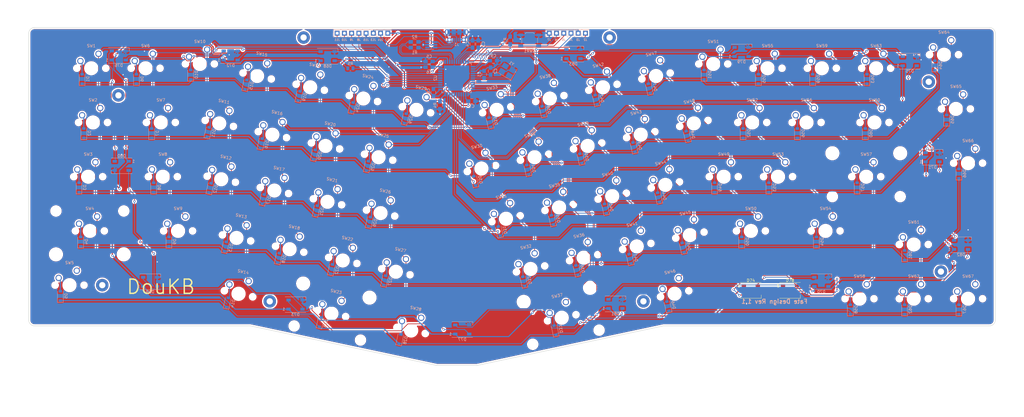
<source format=kicad_pcb>
(kicad_pcb (version 20171130) (host pcbnew "(5.1.9)-1")
  (title_block (rev 1.1))
  (layers (0 F.Cu signal) (31 B.Cu signal) (34 B.Paste user) (35 F.Paste user) (36 B.SilkS user) (37 F.SilkS user) (38 B.Mask user) (39 F.Mask user) (44 Edge.Cuts user))
  (net 0 "")
  (net 1 GND)
  (net 2 XTAL1)
  (net 3 XTAL2)
  (net 4 VCC)
  (net 5 "Net-(C4-Pad1)")
  (net 6 "Net-(D1-Pad2)")
  (net 7 /row0)
  (net 8 /row1)
  (net 9 "Net-(D2-Pad2)")
  (net 10 "Net-(D3-Pad2)")
  (net 11 /row2)
  (net 12 /row3)
  (net 13 "Net-(D4-Pad2)")
  (net 14 "Net-(D5-Pad2)")
  (net 15 /row4)
  (net 16 "Net-(D6-Pad2)")
  (net 17 "Net-(D7-Pad2)")
  (net 18 "Net-(D8-Pad2)")
  (net 19 "Net-(D9-Pad2)")
  (net 20 "Net-(D10-Pad2)")
  (net 21 "Net-(D11-Pad2)")
  (net 22 "Net-(D12-Pad2)")
  (net 23 "Net-(D13-Pad2)")
  (net 24 "Net-(D14-Pad2)")
  (net 25 "Net-(D15-Pad2)")
  (net 26 "Net-(D16-Pad2)")
  (net 27 "Net-(D17-Pad2)")
  (net 28 "Net-(D18-Pad2)")
  (net 29 "Net-(D19-Pad2)")
  (net 30 "Net-(D20-Pad2)")
  (net 31 "Net-(D21-Pad2)")
  (net 32 "Net-(D22-Pad2)")
  (net 33 "Net-(D23-Pad2)")
  (net 34 "Net-(D24-Pad2)")
  (net 35 "Net-(D25-Pad2)")
  (net 36 "Net-(D26-Pad2)")
  (net 37 "Net-(D27-Pad2)")
  (net 38 "Net-(D28-Pad2)")
  (net 39 "Net-(D29-Pad2)")
  (net 40 "Net-(D30-Pad2)")
  (net 41 "Net-(D31-Pad2)")
  (net 42 "Net-(D32-Pad2)")
  (net 43 "Net-(D33-Pad2)")
  (net 44 "Net-(D34-Pad2)")
  (net 45 "Net-(D35-Pad2)")
  (net 46 "Net-(D36-Pad2)")
  (net 47 "Net-(D37-Pad2)")
  (net 48 "Net-(D38-Pad2)")
  (net 49 "Net-(D39-Pad2)")
  (net 50 "Net-(D40-Pad2)")
  (net 51 "Net-(D41-Pad2)")
  (net 52 "Net-(D42-Pad2)")
  (net 53 "Net-(D43-Pad2)")
  (net 54 "Net-(D44-Pad2)")
  (net 55 "Net-(D45-Pad2)")
  (net 56 "Net-(D46-Pad2)")
  (net 57 "Net-(D47-Pad2)")
  (net 58 "Net-(D48-Pad2)")
  (net 59 "Net-(D49-Pad2)")
  (net 60 "Net-(D50-Pad2)")
  (net 61 "Net-(D51-Pad2)")
  (net 62 "Net-(D52-Pad2)")
  (net 63 "Net-(D53-Pad2)")
  (net 64 "Net-(D54-Pad2)")
  (net 65 "Net-(D55-Pad2)")
  (net 66 "Net-(D56-Pad2)")
  (net 67 "Net-(D57-Pad2)")
  (net 68 "Net-(D58-Pad2)")
  (net 69 "Net-(D59-Pad2)")
  (net 70 "Net-(D60-Pad2)")
  (net 71 "Net-(D61-Pad2)")
  (net 72 "Net-(D62-Pad2)")
  (net 73 "Net-(D63-Pad2)")
  (net 74 "Net-(D64-Pad2)")
  (net 75 "Net-(D65-Pad2)")
  (net 76 "Net-(D66-Pad2)")
  (net 77 "Net-(D67-Pad2)")
  (net 78 "Net-(J1-Pad3)")
  (net 79 "Net-(J1-Pad4)")
  (net 80 "Net-(J1-Pad2)")
  (net 81 /MISO)
  (net 82 /SCK)
  (net 83 /MOSI)
  (net 84 /~RES~)
  (net 85 /PF4)
  (net 86 /PF5)
  (net 87 /PF6)
  (net 88 /PF7)
  (net 89 D+)
  (net 90 D-)
  (net 91 "Net-(R4-Pad1)")
  (net 92 /col0)
  (net 93 /col1)
  (net 94 /col2)
  (net 95 /col3)
  (net 96 /col4)
  (net 97 /col5)
  (net 98 /col6)
  (net 99 /col8)
  (net 100 /col9)
  (net 101 /col10)
  (net 102 /col11)
  (net 103 /col12)
  (net 104 /col13)
  (net 105 "Net-(U1-Pad3)")
  (net 106 "Net-(U1-Pad1)")
  (net 107 "Net-(U2-Pad42)")
  (net 108 "Net-(D68-Pad2)")
  (net 109 "Net-(D68-Pad4)")
  (net 110 "Net-(D69-Pad2)")
  (net 111 "Net-(D69-Pad4)")
  (net 112 "Net-(D70-Pad2)")
  (net 113 "Net-(D70-Pad4)")
  (net 114 "Net-(D71-Pad2)")
  (net 115 "Net-(D71-Pad4)")
  (net 116 "Net-(D72-Pad2)")
  (net 117 "Net-(D73-Pad2)")
  (net 118 "Net-(D74-Pad2)")
  (net 119 "Net-(D75-Pad2)")
  (net 120 "Net-(D76-Pad2)")
  (net 121 "Net-(D77-Pad2)")
  (net 122 "Net-(D78-Pad2)")
  (net 123 "Net-(D79-Pad2)")
  (net 124 "Net-(D83-Pad2)")
  (module MX_Switch:SW_Cherry_MX_2.75u_PCB_ReversedStabilizers (layer F.Cu) (at 184.817553 122.500669 12)
    (fp_text reference SW37 (at 26.19375 1.651 12) (layer B.SilkS))
    (fp_text value SW_Push)
    (pad 1 thru_hole circle (at 28.73375 4.445 12) (size 2.2 2.2) (drill 1.5) (layers *.Cu *.Mask) (net 82 /SCK))
    (pad 2 thru_hole circle (at 22.38375 6.985 12) (size 2.2 2.2) (drill 1.5) (layers *.Cu *.Mask) (net 47 "Net-(D37-Pad2)"))
    (pad "" np_thru_hole circle (at 26.19375 9.525 12) (size 4 4) (drill 4) (layers *.Cu *.Mask))
    (pad "" np_thru_hole circle (at 21.11375 9.525 12) (size 1.7 1.7) (drill 1.7) (layers *.Cu *.Mask))
    (pad "" np_thru_hole circle (at 31.27375 9.525 12) (size 1.7 1.7) (drill 1.7) (layers *.Cu *.Mask))
    (pad "" np_thru_hole circle (at 38.09375 1.285 12) (size 4 4) (drill 4) (layers *.Cu *.Mask))
    (pad "" np_thru_hole circle (at 14.29375 1.285 12) (size 4 4) (drill 4) (layers *.Cu *.Mask))
    (pad "" np_thru_hole circle (at 14.29375 16.525 12) (size 3.05 3.05) (drill 3.05) (layers *.Cu *.Mask))
    (pad "" np_thru_hole circle (at 38.09375 16.525 12) (size 3.05 3.05) (drill 3.05) (layers *.Cu *.Mask))
  )
  (module MX_Switch:SW_Cherry_MX_1.00u_PCB (layer F.Cu) (at 56.865 29.195)
    (fp_text reference SW6 (at 9.525 1.651) (layer B.SilkS))
    (fp_text value SW_Push)
    (pad "" np_thru_hole circle (at 14.605 9.525) (size 1.7 1.7) (drill 1.7) (layers *.Cu *.Mask))
    (pad "" np_thru_hole circle (at 4.445 9.525) (size 1.7 1.7) (drill 1.7) (layers *.Cu *.Mask))
    (pad "" np_thru_hole circle (at 9.525 9.525) (size 4 4) (drill 4) (layers *.Cu *.Mask))
    (pad 2 thru_hole circle (at 5.715 6.985) (size 2.2 2.2) (drill 1.5) (layers *.Cu *.Mask) (net 16 "Net-(D6-Pad2)"))
    (pad 1 thru_hole circle (at 12.065 4.445) (size 2.2 2.2) (drill 1.5) (layers *.Cu *.Mask) (net 93 /col1))
  )
  (module MX_Switch:SW_Cherry_MX_1.00u_PCB (layer F.Cu) (at 98.193509 30.143281 348)
    (fp_text reference SW15 (at 9.525 1.651 348) (layer B.SilkS))
    (fp_text value SW_Push)
    (pad "" np_thru_hole circle (at 14.605 9.525 348) (size 1.7 1.7) (drill 1.7) (layers *.Cu *.Mask))
    (pad "" np_thru_hole circle (at 4.445 9.525 348) (size 1.7 1.7) (drill 1.7) (layers *.Cu *.Mask))
    (pad "" np_thru_hole circle (at 9.525 9.525 348) (size 4 4) (drill 4) (layers *.Cu *.Mask))
    (pad 2 thru_hole circle (at 5.715 6.985 348) (size 2.2 2.2) (drill 1.5) (layers *.Cu *.Mask) (net 25 "Net-(D15-Pad2)"))
    (pad 1 thru_hole circle (at 12.065 4.445 348) (size 2.2 2.2) (drill 1.5) (layers *.Cu *.Mask) (net 95 /col3))
  )
  (module Housings_QFP:TQFP-44_10x10mm_Pitch0.8mm (layer B.Cu) (at 175.514 42.164 270)
    (fp_text reference U2 (at 0 7.45 270) (layer B.SilkS) (effects (justify mirror)))
    (fp_text value ATmega32U4-AU)
    (pad 1 smd rect (at -5.7 4 270) (size 1.5 0.55) (layers B.Cu B.Paste B.Mask) (net 94 /col2))
    (pad 2 smd rect (at -5.7 3.2 270) (size 1.5 0.55) (layers B.Cu B.Paste B.Mask) (net 4 VCC))
    (pad 3 smd rect (at -5.7 2.4 270) (size 1.5 0.55) (layers B.Cu B.Paste B.Mask) (net 90 D-))
    (pad 4 smd rect (at -5.7 1.6 270) (size 1.5 0.55) (layers B.Cu B.Paste B.Mask) (net 89 D+))
    (pad 5 smd rect (at -5.7 0.8 270) (size 1.5 0.55) (layers B.Cu B.Paste B.Mask) (net 1 GND))
    (pad 6 smd rect (at -5.7 0 270) (size 1.5 0.55) (layers B.Cu B.Paste B.Mask) (net 5 "Net-(C4-Pad1)"))
    (pad 7 smd rect (at -5.7 -0.8 270) (size 1.5 0.55) (layers B.Cu B.Paste B.Mask) (net 4 VCC))
    (pad 8 smd rect (at -5.7 -1.6 270) (size 1.5 0.55) (layers B.Cu B.Paste B.Mask) (net 99 /col8))
    (pad 9 smd rect (at -5.7 -2.4 270) (size 1.5 0.55) (layers B.Cu B.Paste B.Mask) (net 82 /SCK))
    (pad 10 smd rect (at -5.7 -3.2 270) (size 1.5 0.55) (layers B.Cu B.Paste B.Mask) (net 83 /MOSI))
    (pad 11 smd rect (at -5.7 -4 270) (size 1.5 0.55) (layers B.Cu B.Paste B.Mask) (net 81 /MISO))
    (pad 12 smd rect (at -4 -5.7 180) (size 1.5 0.55) (layers B.Cu B.Paste B.Mask) (net 100 /col9))
    (pad 13 smd rect (at -3.2 -5.7 180) (size 1.5 0.55) (layers B.Cu B.Paste B.Mask) (net 84 /~RES~))
    (pad 14 smd rect (at -2.4 -5.7 180) (size 1.5 0.55) (layers B.Cu B.Paste B.Mask) (net 4 VCC))
    (pad 15 smd rect (at -1.6 -5.7 180) (size 1.5 0.55) (layers B.Cu B.Paste B.Mask) (net 1 GND))
    (pad 16 smd rect (at -0.8 -5.7 180) (size 1.5 0.55) (layers B.Cu B.Paste B.Mask) (net 3 XTAL2))
    (pad 17 smd rect (at 0 -5.7 180) (size 1.5 0.55) (layers B.Cu B.Paste B.Mask) (net 2 XTAL1))
    (pad 18 smd rect (at 0.8 -5.7 180) (size 1.5 0.55) (layers B.Cu B.Paste B.Mask) (net 7 /row0))
    (pad 19 smd rect (at 1.6 -5.7 180) (size 1.5 0.55) (layers B.Cu B.Paste B.Mask) (net 8 /row1))
    (pad 20 smd rect (at 2.4 -5.7 180) (size 1.5 0.55) (layers B.Cu B.Paste B.Mask) (net 11 /row2))
    (pad 21 smd rect (at 3.2 -5.7 180) (size 1.5 0.55) (layers B.Cu B.Paste B.Mask) (net 12 /row3))
    (pad 22 smd rect (at 4 -5.7 180) (size 1.5 0.55) (layers B.Cu B.Paste B.Mask) (net 15 /row4))
    (pad 23 smd rect (at 5.7 -4 270) (size 1.5 0.55) (layers B.Cu B.Paste B.Mask) (net 1 GND))
    (pad 24 smd rect (at 5.7 -3.2 270) (size 1.5 0.55) (layers B.Cu B.Paste B.Mask) (net 4 VCC))
    (pad 25 smd rect (at 5.7 -2.4 270) (size 1.5 0.55) (layers B.Cu B.Paste B.Mask) (net 98 /col6))
    (pad 26 smd rect (at 5.7 -1.6 270) (size 1.5 0.55) (layers B.Cu B.Paste B.Mask) (net 104 /col13))
    (pad 27 smd rect (at 5.7 -0.8 270) (size 1.5 0.55) (layers B.Cu B.Paste B.Mask) (net 103 /col12))
    (pad 28 smd rect (at 5.7 0 270) (size 1.5 0.55) (layers B.Cu B.Paste B.Mask) (net 102 /col11))
    (pad 29 smd rect (at 5.7 0.8 270) (size 1.5 0.55) (layers B.Cu B.Paste B.Mask) (net 101 /col10))
    (pad 30 smd rect (at 5.7 1.6 270) (size 1.5 0.55) (layers B.Cu B.Paste B.Mask) (net 97 /col5))
    (pad 31 smd rect (at 5.7 2.4 270) (size 1.5 0.55) (layers B.Cu B.Paste B.Mask) (net 96 /col4))
    (pad 32 smd rect (at 5.7 3.2 270) (size 1.5 0.55) (layers B.Cu B.Paste B.Mask) (net 95 /col3))
    (pad 33 smd rect (at 5.7 4 270) (size 1.5 0.55) (layers B.Cu B.Paste B.Mask) (net 91 "Net-(R4-Pad1)"))
    (pad 34 smd rect (at 4 5.7 180) (size 1.5 0.55) (layers B.Cu B.Paste B.Mask) (net 4 VCC))
    (pad 35 smd rect (at 3.2 5.7 180) (size 1.5 0.55) (layers B.Cu B.Paste B.Mask) (net 1 GND))
    (pad 36 smd rect (at 2.4 5.7 180) (size 1.5 0.55) (layers B.Cu B.Paste B.Mask) (net 88 /PF7))
    (pad 37 smd rect (at 1.6 5.7 180) (size 1.5 0.55) (layers B.Cu B.Paste B.Mask) (net 87 /PF6))
    (pad 38 smd rect (at 0.8 5.7 180) (size 1.5 0.55) (layers B.Cu B.Paste B.Mask) (net 86 /PF5))
    (pad 39 smd rect (at 0 5.7 180) (size 1.5 0.55) (layers B.Cu B.Paste B.Mask) (net 85 /PF4))
    (pad 40 smd rect (at -0.8 5.7 180) (size 1.5 0.55) (layers B.Cu B.Paste B.Mask) (net 93 /col1))
    (pad 41 smd rect (at -1.6 5.7 180) (size 1.5 0.55) (layers B.Cu B.Paste B.Mask) (net 92 /col0))
    (pad 42 smd rect (at -2.4 5.7 180) (size 1.5 0.55) (layers B.Cu B.Paste B.Mask) (net 107 "Net-(U2-Pad42)"))
    (pad 43 smd rect (at -3.2 5.7 180) (size 1.5 0.55) (layers B.Cu B.Paste B.Mask) (net 1 GND))
    (pad 44 smd rect (at -4 5.7 180) (size 1.5 0.55) (layers B.Cu B.Paste B.Mask) (net 4 VCC))
  )
  (module LED_SMD:LED_WS2812B_PLCC4_5.0x5.0mm_P3.2mm (layer B.Cu) (at 177.5 130.5)
    (fp_text reference D77 (at 0 3.5) (layer B.SilkS) (effects (justify mirror)))
    (fp_text value WS2812B)
    (fp_text user 1 (at -4.15 1.6) (layer B.SilkS) (effects (justify mirror)))
    (pad 1 smd rect (at -2.45 1.6) (size 1.5 1) (layers B.Cu B.Paste B.Mask) (net 4 VCC))
    (pad 2 smd rect (at -2.45 -1.6) (size 1.5 1) (layers B.Cu B.Paste B.Mask) (net 121 "Net-(D77-Pad2)"))
    (pad 4 smd rect (at 2.45 1.6) (size 1.5 1) (layers B.Cu B.Paste B.Mask) (net 117 "Net-(D73-Pad2)"))
    (pad 3 smd rect (at 2.45 -1.6) (size 1.5 1) (layers B.Cu B.Paste B.Mask) (net 1 GND))
  )
  (module MX_Switch:SW_Cherry_MX_1.00u_PCB (layer F.Cu) (at 116.82722 34.103999 348)
    (fp_text reference SW19 (at 9.525 1.651 348) (layer B.SilkS))
    (fp_text value SW_Push)
    (pad "" np_thru_hole circle (at 14.605 9.525 348) (size 1.7 1.7) (drill 1.7) (layers *.Cu *.Mask))
    (pad "" np_thru_hole circle (at 4.445 9.525 348) (size 1.7 1.7) (drill 1.7) (layers *.Cu *.Mask))
    (pad "" np_thru_hole circle (at 9.525 9.525 348) (size 4 4) (drill 4) (layers *.Cu *.Mask))
    (pad 2 thru_hole circle (at 5.715 6.985 348) (size 2.2 2.2) (drill 1.5) (layers *.Cu *.Mask) (net 29 "Net-(D19-Pad2)"))
    (pad 1 thru_hole circle (at 12.065 4.445 348) (size 2.2 2.2) (drill 1.5) (layers *.Cu *.Mask) (net 96 /col4))
  )
  (module Resistor_SMD:R_0805_2012Metric (layer B.Cu) (at 138.25 38.75 180)
    (fp_text reference R5 (at 0 1.65) (layer B.SilkS) (effects (justify mirror)))
    (fp_text value 500)
    (pad 2 smd roundrect (at 0.9125 0 180) (size 1.025 1.4) (layers B.Cu B.Paste B.Mask) (roundrect_rratio 0.2439014634146341) (net 109 "Net-(D68-Pad4)"))
    (pad 1 smd roundrect (at -0.9125 0 180) (size 1.025 1.4) (layers B.Cu B.Paste B.Mask) (roundrect_rratio 0.2439014634146341) (net 85 /PF4))
  )
  (module LED_SMD:LED_WS2812B_PLCC4_5.0x5.0mm_P3.2mm (layer B.Cu) (at 216.5 33.75)
    (fp_text reference D83 (at 0 3.5) (layer B.SilkS) (effects (justify mirror)))
    (fp_text value WS2812B)
    (fp_text user 1 (at -4.15 1.6) (layer B.SilkS) (effects (justify mirror)))
    (pad 1 smd rect (at -2.45 1.6) (size 1.5 1) (layers B.Cu B.Paste B.Mask) (net 4 VCC))
    (pad 2 smd rect (at -2.45 -1.6) (size 1.5 1) (layers B.Cu B.Paste B.Mask) (net 124 "Net-(D83-Pad2)"))
    (pad 4 smd rect (at 2.45 1.6) (size 1.5 1) (layers B.Cu B.Paste B.Mask) (net 123 "Net-(D79-Pad2)"))
    (pad 3 smd rect (at 2.45 -1.6) (size 1.5 1) (layers B.Cu B.Paste B.Mask) (net 1 GND))
  )
  (module LED_SMD:LED_WS2812B_PLCC4_5.0x5.0mm_P3.2mm (layer B.Cu) (at 352.5 100.75)
    (fp_text reference D82 (at 0 3.5) (layer B.SilkS) (effects (justify mirror)))
    (fp_text value WS2812B)
    (fp_text user 1 (at -4.15 1.6) (layer B.SilkS) (effects (justify mirror)))
    (pad 1 smd rect (at -2.45 1.6) (size 1.5 1) (layers B.Cu B.Paste B.Mask) (net 4 VCC))
    (pad 2 smd rect (at -2.45 -1.6) (size 1.5 1) (layers B.Cu B.Paste B.Mask) (net 115 "Net-(D71-Pad4)"))
    (pad 4 smd rect (at 2.45 1.6) (size 1.5 1) (layers B.Cu B.Paste B.Mask) (net 122 "Net-(D78-Pad2)"))
    (pad 3 smd rect (at 2.45 -1.6) (size 1.5 1) (layers B.Cu B.Paste B.Mask) (net 1 GND))
  )
  (module LED_SMD:LED_WS2812B_PLCC4_5.0x5.0mm_P3.2mm (layer B.Cu) (at 231.25 121.5)
    (fp_text reference D81 (at 0 3.5) (layer B.SilkS) (effects (justify mirror)))
    (fp_text value WS2812B)
    (fp_text user 1 (at -4.15 1.6) (layer B.SilkS) (effects (justify mirror)))
    (pad 3 smd rect (at 2.45 -1.6) (size 1.5 1) (layers B.Cu B.Paste B.Mask) (net 1 GND))
    (pad 4 smd rect (at 2.45 1.6) (size 1.5 1) (layers B.Cu B.Paste B.Mask) (net 121 "Net-(D77-Pad2)"))
    (pad 2 smd rect (at -2.45 -1.6) (size 1.5 1) (layers B.Cu B.Paste B.Mask) (net 113 "Net-(D70-Pad4)"))
    (pad 1 smd rect (at -2.45 1.6) (size 1.5 1) (layers B.Cu B.Paste B.Mask) (net 4 VCC))
  )
  (module LED_SMD:LED_WS2812B_PLCC4_5.0x5.0mm_P3.2mm (layer B.Cu) (at 58 73 180)
    (fp_text reference D80 (at 0 3.5) (layer B.SilkS) (effects (justify mirror)))
    (fp_text value WS2812B)
    (fp_text user 1 (at -4.15 1.6) (layer B.SilkS) (effects (justify mirror)))
    (pad 1 smd rect (at -2.45 1.6 180) (size 1.5 1) (layers B.Cu B.Paste B.Mask) (net 4 VCC))
    (pad 2 smd rect (at -2.45 -1.6 180) (size 1.5 1) (layers B.Cu B.Paste B.Mask) (net 111 "Net-(D69-Pad4)"))
    (pad 4 smd rect (at 2.45 1.6 180) (size 1.5 1) (layers B.Cu B.Paste B.Mask) (net 120 "Net-(D76-Pad2)"))
    (pad 3 smd rect (at 2.45 -1.6 180) (size 1.5 1) (layers B.Cu B.Paste B.Mask) (net 1 GND))
  )
  (module LED_SMD:LED_WS2812B_PLCC4_5.0x5.0mm_P3.2mm (layer B.Cu) (at 275.5 33)
    (fp_text reference D79 (at 0 3.5) (layer B.SilkS) (effects (justify mirror)))
    (fp_text value WS2812B)
    (fp_text user 1 (at -4.15 1.6) (layer B.SilkS) (effects (justify mirror)))
    (pad 3 smd rect (at 2.45 -1.6) (size 1.5 1) (layers B.Cu B.Paste B.Mask) (net 1 GND))
    (pad 4 smd rect (at 2.45 1.6) (size 1.5 1) (layers B.Cu B.Paste B.Mask) (net 119 "Net-(D75-Pad2)"))
    (pad 2 smd rect (at -2.45 -1.6) (size 1.5 1) (layers B.Cu B.Paste B.Mask) (net 123 "Net-(D79-Pad2)"))
    (pad 1 smd rect (at -2.45 1.6) (size 1.5 1) (layers B.Cu B.Paste B.Mask) (net 4 VCC))
  )
  (module LED_SMD:LED_WS2812B_PLCC4_5.0x5.0mm_P3.2mm (layer F.Cu) (at 292.5 116.75)
    (fp_text reference D78 (at 0 -3.5) (layer F.SilkS))
    (fp_text value WS2812B)
    (fp_text user 1 (at -4.15 -1.6) (layer F.SilkS))
    (pad 3 smd rect (at 2.45 1.6) (size 1.5 1) (layers F.Cu F.Paste F.Mask) (net 1 GND))
    (pad 4 smd rect (at 2.45 -1.6) (size 1.5 1) (layers F.Cu F.Paste F.Mask) (net 118 "Net-(D74-Pad2)"))
    (pad 2 smd rect (at -2.45 1.6) (size 1.5 1) (layers F.Cu F.Paste F.Mask) (net 122 "Net-(D78-Pad2)"))
    (pad 1 smd rect (at -2.45 -1.6) (size 1.5 1) (layers F.Cu F.Paste F.Mask) (net 4 VCC))
  )
  (module LED_SMD:LED_WS2812B_PLCC4_5.0x5.0mm_P3.2mm (layer B.Cu) (at 57 34.25)
    (fp_text reference D76 (at 0 3.5) (layer B.SilkS) (effects (justify mirror)))
    (fp_text value WS2812B)
    (fp_text user 1 (at -4.15 1.6) (layer B.SilkS) (effects (justify mirror)))
    (pad 1 smd rect (at -2.45 1.6) (size 1.5 1) (layers B.Cu B.Paste B.Mask) (net 4 VCC))
    (pad 2 smd rect (at -2.45 -1.6) (size 1.5 1) (layers B.Cu B.Paste B.Mask) (net 120 "Net-(D76-Pad2)"))
    (pad 4 smd rect (at 2.45 1.6) (size 1.5 1) (layers B.Cu B.Paste B.Mask) (net 116 "Net-(D72-Pad2)"))
    (pad 3 smd rect (at 2.45 -1.6) (size 1.5 1) (layers B.Cu B.Paste B.Mask) (net 1 GND))
  )
  (module LED_SMD:LED_WS2812B_PLCC4_5.0x5.0mm_P3.2mm (layer B.Cu) (at 334.5 36.25)
    (fp_text reference D75 (at 0 3.5) (layer B.SilkS) (effects (justify mirror)))
    (fp_text value WS2812B)
    (fp_text user 1 (at -4.15 1.6) (layer B.SilkS) (effects (justify mirror)))
    (pad 3 smd rect (at 2.45 -1.6) (size 1.5 1) (layers B.Cu B.Paste B.Mask) (net 1 GND))
    (pad 4 smd rect (at 2.45 1.6) (size 1.5 1) (layers B.Cu B.Paste B.Mask) (net 114 "Net-(D71-Pad2)"))
    (pad 2 smd rect (at -2.45 -1.6) (size 1.5 1) (layers B.Cu B.Paste B.Mask) (net 119 "Net-(D75-Pad2)"))
    (pad 1 smd rect (at -2.45 1.6) (size 1.5 1) (layers B.Cu B.Paste B.Mask) (net 4 VCC))
  )
  (module LED_SMD:LED_WS2812B_PLCC4_5.0x5.0mm_P3.2mm (layer F.Cu) (at 278.75 116.75)
    (fp_text reference D74 (at 0 -3.5) (layer F.SilkS))
    (fp_text value WS2812B)
    (fp_text user 1 (at -4.15 -1.6) (layer F.SilkS))
    (pad 1 smd rect (at -2.45 -1.6) (size 1.5 1) (layers F.Cu F.Paste F.Mask) (net 4 VCC))
    (pad 2 smd rect (at -2.45 1.6) (size 1.5 1) (layers F.Cu F.Paste F.Mask) (net 118 "Net-(D74-Pad2)"))
    (pad 4 smd rect (at 2.45 -1.6) (size 1.5 1) (layers F.Cu F.Paste F.Mask) (net 112 "Net-(D70-Pad2)"))
    (pad 3 smd rect (at 2.45 1.6) (size 1.5 1) (layers F.Cu F.Paste F.Mask) (net 1 GND))
  )
  (module LED_SMD:LED_WS2812B_PLCC4_5.0x5.0mm_P3.2mm (layer B.Cu) (at 119 121.75)
    (fp_text reference D73 (at 0 3.5) (layer B.SilkS) (effects (justify mirror)))
    (fp_text value WS2812B)
    (fp_text user 1 (at -4.15 1.6) (layer B.SilkS) (effects (justify mirror)))
    (pad 1 smd rect (at -2.45 1.6) (size 1.5 1) (layers B.Cu B.Paste B.Mask) (net 4 VCC))
    (pad 2 smd rect (at -2.45 -1.6) (size 1.5 1) (layers B.Cu B.Paste B.Mask) (net 117 "Net-(D73-Pad2)"))
    (pad 4 smd rect (at 2.45 1.6) (size 1.5 1) (layers B.Cu B.Paste B.Mask) (net 110 "Net-(D69-Pad2)"))
    (pad 3 smd rect (at 2.45 -1.6) (size 1.5 1) (layers B.Cu B.Paste B.Mask) (net 1 GND))
  )
  (module LED_SMD:LED_WS2812B_PLCC4_5.0x5.0mm_P3.2mm (layer B.Cu) (at 96.25 34.25)
    (fp_text reference D72 (at 0 3.5) (layer B.SilkS) (effects (justify mirror)))
    (fp_text value WS2812B)
    (fp_text user 1 (at -4.15 1.6) (layer B.SilkS) (effects (justify mirror)))
    (pad 3 smd rect (at 2.45 -1.6) (size 1.5 1) (layers B.Cu B.Paste B.Mask) (net 1 GND))
    (pad 4 smd rect (at 2.45 1.6) (size 1.5 1) (layers B.Cu B.Paste B.Mask) (net 108 "Net-(D68-Pad2)"))
    (pad 2 smd rect (at -2.45 -1.6) (size 1.5 1) (layers B.Cu B.Paste B.Mask) (net 116 "Net-(D72-Pad2)"))
    (pad 1 smd rect (at -2.45 1.6) (size 1.5 1) (layers B.Cu B.Paste B.Mask) (net 4 VCC))
  )
  (module LED_SMD:LED_WS2812B_PLCC4_5.0x5.0mm_P3.2mm (layer B.Cu) (at 342.5 70)
    (fp_text reference D71 (at 0 3.5) (layer B.SilkS) (effects (justify mirror)))
    (fp_text value WS2812B)
    (fp_text user 1 (at -4.15 1.6) (layer B.SilkS) (effects (justify mirror)))
    (pad 1 smd rect (at -2.45 1.6) (size 1.5 1) (layers B.Cu B.Paste B.Mask) (net 4 VCC))
    (pad 2 smd rect (at -2.45 -1.6) (size 1.5 1) (layers B.Cu B.Paste B.Mask) (net 114 "Net-(D71-Pad2)"))
    (pad 4 smd rect (at 2.45 1.6) (size 1.5 1) (layers B.Cu B.Paste B.Mask) (net 115 "Net-(D71-Pad4)"))
    (pad 3 smd rect (at 2.45 -1.6) (size 1.5 1) (layers B.Cu B.Paste B.Mask) (net 1 GND))
  )
  (module LED_SMD:LED_WS2812B_PLCC4_5.0x5.0mm_P3.2mm (layer B.Cu) (at 303.5 113.75)
    (fp_text reference D70 (at 0 3.5) (layer B.SilkS) (effects (justify mirror)))
    (fp_text value WS2812B)
    (fp_text user 1 (at -4.15 1.6) (layer B.SilkS) (effects (justify mirror)))
    (pad 1 smd rect (at -2.45 1.6) (size 1.5 1) (layers B.Cu B.Paste B.Mask) (net 4 VCC))
    (pad 2 smd rect (at -2.45 -1.6) (size 1.5 1) (layers B.Cu B.Paste B.Mask) (net 112 "Net-(D70-Pad2)"))
    (pad 4 smd rect (at 2.45 1.6) (size 1.5 1) (layers B.Cu B.Paste B.Mask) (net 113 "Net-(D70-Pad4)"))
    (pad 3 smd rect (at 2.45 -1.6) (size 1.5 1) (layers B.Cu B.Paste B.Mask) (net 1 GND))
  )
  (module LED_SMD:LED_WS2812B_PLCC4_5.0x5.0mm_P3.2mm (layer B.Cu) (at 68 113.75)
    (fp_text reference D69 (at 0 3.5) (layer B.SilkS) (effects (justify mirror)))
    (fp_text value WS2812B)
    (fp_text user 1 (at -4.15 1.6) (layer B.SilkS) (effects (justify mirror)))
    (pad 3 smd rect (at 2.45 -1.6) (size 1.5 1) (layers B.Cu B.Paste B.Mask) (net 1 GND))
    (pad 4 smd rect (at 2.45 1.6) (size 1.5 1) (layers B.Cu B.Paste B.Mask) (net 111 "Net-(D69-Pad4)"))
    (pad 2 smd rect (at -2.45 -1.6) (size 1.5 1) (layers B.Cu B.Paste B.Mask) (net 110 "Net-(D69-Pad2)"))
    (pad 1 smd rect (at -2.45 1.6) (size 1.5 1) (layers B.Cu B.Paste B.Mask) (net 4 VCC))
  )
  (module LED_SMD:LED_WS2812B_PLCC4_5.0x5.0mm_P3.2mm (layer B.Cu) (at 130.25 34.5)
    (fp_text reference D68 (at 0 3.5) (layer B.SilkS) (effects (justify mirror)))
    (fp_text value WS2812B)
    (fp_text user 1 (at -4.15 1.6) (layer B.SilkS) (effects (justify mirror)))
    (pad 3 smd rect (at 2.45 -1.6) (size 1.5 1) (layers B.Cu B.Paste B.Mask) (net 1 GND))
    (pad 4 smd rect (at 2.45 1.6) (size 1.5 1) (layers B.Cu B.Paste B.Mask) (net 109 "Net-(D68-Pad4)"))
    (pad 2 smd rect (at -2.45 -1.6) (size 1.5 1) (layers B.Cu B.Paste B.Mask) (net 108 "Net-(D68-Pad2)"))
    (pad 1 smd rect (at -2.45 1.6) (size 1.5 1) (layers B.Cu B.Paste B.Mask) (net 4 VCC))
  )
  (module MX_Switch:SW_Cherry_MX_2.25u_PCB_ReversedStabilizers (layer F.Cu) (at 297.825 67.295)
    (fp_text reference SW57 (at 21.43125 1.651) (layer B.SilkS))
    (fp_text value SW_Push)
    (pad 1 thru_hole circle (at 23.97125 4.445) (size 2.2 2.2) (drill 1.5) (layers *.Cu *.Mask) (net 103 /col12))
    (pad 2 thru_hole circle (at 17.62125 6.985) (size 2.2 2.2) (drill 1.5) (layers *.Cu *.Mask) (net 67 "Net-(D57-Pad2)"))
    (pad "" np_thru_hole circle (at 21.43125 9.525) (size 4 4) (drill 4) (layers *.Cu *.Mask))
    (pad "" np_thru_hole circle (at 16.35125 9.525) (size 1.7 1.7) (drill 1.7) (layers *.Cu *.Mask))
    (pad "" np_thru_hole circle (at 26.51125 9.525) (size 1.7 1.7) (drill 1.7) (layers *.Cu *.Mask))
    (pad "" np_thru_hole circle (at 33.33125 1.285) (size 4 4) (drill 4) (layers *.Cu *.Mask))
    (pad "" np_thru_hole circle (at 9.53125 1.285) (size 4 4) (drill 4) (layers *.Cu *.Mask))
    (pad "" np_thru_hole circle (at 9.53125 16.525) (size 3.05 3.05) (drill 3.05) (layers *.Cu *.Mask))
    (pad "" np_thru_hole circle (at 33.33125 16.525) (size 3.05 3.05) (drill 3.05) (layers *.Cu *.Mask))
  )
  (module MX_Switch:SW_Cherry_MX_2.00u_PCB_ReversedStabilizers (layer F.Cu) (at 114.959436 111.609368 348)
    (fp_text reference SW23 (at 19.05 1.651 348) (layer B.SilkS))
    (fp_text value SW_Push)
    (pad 1 thru_hole circle (at 21.59 4.445 348) (size 2.2 2.2) (drill 1.5) (layers *.Cu *.Mask) (net 96 /col4))
    (pad 2 thru_hole circle (at 15.24 6.985 348) (size 2.2 2.2) (drill 1.5) (layers *.Cu *.Mask) (net 33 "Net-(D23-Pad2)"))
    (pad "" np_thru_hole circle (at 19.05 9.525 348) (size 4 4) (drill 4) (layers *.Cu *.Mask))
    (pad "" np_thru_hole circle (at 13.97 9.525 348) (size 1.7 1.7) (drill 1.7) (layers *.Cu *.Mask))
    (pad "" np_thru_hole circle (at 24.13 9.525 348) (size 1.7 1.7) (drill 1.7) (layers *.Cu *.Mask))
    (pad "" np_thru_hole circle (at 30.95 1.285 348) (size 4 4) (drill 4) (layers *.Cu *.Mask))
    (pad "" np_thru_hole circle (at 7.15 1.285 348) (size 4 4) (drill 4) (layers *.Cu *.Mask))
    (pad "" np_thru_hole circle (at 7.15 16.525 348) (size 3.05 3.05) (drill 3.05) (layers *.Cu *.Mask))
    (pad "" np_thru_hole circle (at 30.95 16.525 348) (size 3.05 3.05) (drill 3.05) (layers *.Cu *.Mask))
  )
  (module MX_Switch:SW_Cherry_MX_2.25u_PCB (layer F.Cu) (at 25.4125 86.345)
    (fp_text reference SW4 (at 21.43125 1.651) (layer B.SilkS))
    (fp_text value SW_Push)
    (pad 1 thru_hole circle (at 23.97125 4.445) (size 2.2 2.2) (drill 1.5) (layers *.Cu *.Mask) (net 92 /col0))
    (pad 2 thru_hole circle (at 17.62125 6.985) (size 2.2 2.2) (drill 1.5) (layers *.Cu *.Mask) (net 13 "Net-(D4-Pad2)"))
    (pad "" np_thru_hole circle (at 21.43125 9.525) (size 4 4) (drill 4) (layers *.Cu *.Mask))
    (pad "" np_thru_hole circle (at 16.35125 9.525) (size 1.7 1.7) (drill 1.7) (layers *.Cu *.Mask))
    (pad "" np_thru_hole circle (at 26.51125 9.525) (size 1.7 1.7) (drill 1.7) (layers *.Cu *.Mask))
    (pad "" np_thru_hole circle (at 33.33125 17.765) (size 4 4) (drill 4) (layers *.Cu *.Mask))
    (pad "" np_thru_hole circle (at 9.53125 17.765) (size 4 4) (drill 4) (layers *.Cu *.Mask))
    (pad "" np_thru_hole circle (at 9.53125 2.525) (size 3.05 3.05) (drill 3.05) (layers *.Cu *.Mask))
    (pad "" np_thru_hole circle (at 33.33125 2.525) (size 3.05 3.05) (drill 3.05) (layers *.Cu *.Mask))
  )
  (module MX_Switch:SW_Cherry_MX_1.75u_PCB (layer F.Cu) (at 29.5875 67.295)
    (fp_text reference SW3 (at 16.66875 1.651) (layer B.SilkS))
    (fp_text value SW_Push)
    (pad 1 thru_hole circle (at 19.20875 4.445) (size 2.2 2.2) (drill 1.5) (layers *.Cu *.Mask) (net 92 /col0))
    (pad 2 thru_hole circle (at 12.85875 6.985) (size 2.2 2.2) (drill 1.5) (layers *.Cu *.Mask) (net 10 "Net-(D3-Pad2)"))
    (pad "" np_thru_hole circle (at 16.66875 9.525) (size 4 4) (drill 4) (layers *.Cu *.Mask))
    (pad "" np_thru_hole circle (at 11.58875 9.525) (size 1.7 1.7) (drill 1.7) (layers *.Cu *.Mask))
    (pad "" np_thru_hole circle (at 21.74875 9.525) (size 1.7 1.7) (drill 1.7) (layers *.Cu *.Mask))
  )
  (module MX_Switch:SW_Cherry_MX_1.75u_PCB (layer F.Cu) (at 288.300019 86.344998)
    (fp_text reference SW54 (at 16.66875 1.651) (layer B.SilkS))
    (fp_text value SW_Push)
    (pad 1 thru_hole circle (at 19.20875 4.445) (size 2.2 2.2) (drill 1.5) (layers *.Cu *.Mask) (net 102 /col11))
    (pad 2 thru_hole circle (at 12.85875 6.985) (size 2.2 2.2) (drill 1.5) (layers *.Cu *.Mask) (net 64 "Net-(D54-Pad2)"))
    (pad "" np_thru_hole circle (at 16.66875 9.525) (size 4 4) (drill 4) (layers *.Cu *.Mask))
    (pad "" np_thru_hole circle (at 11.58875 9.525) (size 1.7 1.7) (drill 1.7) (layers *.Cu *.Mask))
    (pad "" np_thru_hole circle (at 21.74875 9.525) (size 1.7 1.7) (drill 1.7) (layers *.Cu *.Mask))
  )
  (module MX_Switch:SW_Cherry_MX_1.50u_PCB (layer F.Cu) (at 33.6525 48.245)
    (fp_text reference SW2 (at 14.2875 1.651) (layer B.SilkS))
    (fp_text value SW_Push)
    (pad 1 thru_hole circle (at 16.8275 4.445) (size 2.2 2.2) (drill 1.5) (layers *.Cu *.Mask) (net 92 /col0))
    (pad 2 thru_hole circle (at 10.4775 6.985) (size 2.2 2.2) (drill 1.5) (layers *.Cu *.Mask) (net 9 "Net-(D2-Pad2)"))
    (pad "" np_thru_hole circle (at 14.2875 9.525) (size 4 4) (drill 4) (layers *.Cu *.Mask))
    (pad "" np_thru_hole circle (at 9.2075 9.525) (size 1.7 1.7) (drill 1.7) (layers *.Cu *.Mask))
    (pad "" np_thru_hole circle (at 19.3675 9.525) (size 1.7 1.7) (drill 1.7) (layers *.Cu *.Mask))
  )
  (module MX_Switch:SW_Cherry_MX_1.50u_PCB (layer F.Cu) (at 25.4225 105.395)
    (fp_text reference SW5 (at 14.2875 1.651) (layer B.SilkS))
    (fp_text value SW_Push)
    (pad 1 thru_hole circle (at 16.8275 4.445) (size 2.2 2.2) (drill 1.5) (layers *.Cu *.Mask) (net 92 /col0))
    (pad 2 thru_hole circle (at 10.4775 6.985) (size 2.2 2.2) (drill 1.5) (layers *.Cu *.Mask) (net 14 "Net-(D5-Pad2)"))
    (pad "" np_thru_hole circle (at 14.2875 9.525) (size 4 4) (drill 4) (layers *.Cu *.Mask))
    (pad "" np_thru_hole circle (at 9.2075 9.525) (size 1.7 1.7) (drill 1.7) (layers *.Cu *.Mask))
    (pad "" np_thru_hole circle (at 19.3675 9.525) (size 1.7 1.7) (drill 1.7) (layers *.Cu *.Mask))
  )
  (module MX_Switch:SW_Cherry_MX_1.50u_PCB (layer F.Cu) (at 87.008873 105.668295 348)
    (fp_text reference SW14 (at 14.2875 1.651 348) (layer B.SilkS))
    (fp_text value SW_Push)
    (pad 1 thru_hole circle (at 16.8275 4.445 348) (size 2.2 2.2) (drill 1.5) (layers *.Cu *.Mask) (net 94 /col2))
    (pad 2 thru_hole circle (at 10.4775 6.985 348) (size 2.2 2.2) (drill 1.5) (layers *.Cu *.Mask) (net 24 "Net-(D14-Pad2)"))
    (pad "" np_thru_hole circle (at 14.2875 9.525 348) (size 4 4) (drill 4) (layers *.Cu *.Mask))
    (pad "" np_thru_hole circle (at 9.2075 9.525 348) (size 1.7 1.7) (drill 1.7) (layers *.Cu *.Mask))
    (pad "" np_thru_hole circle (at 19.3675 9.525 348) (size 1.7 1.7) (drill 1.7) (layers *.Cu *.Mask))
  )
  (module MX_Switch:SW_Cherry_MX_1.50u_PCB (layer F.Cu) (at 236.060259 111.608708 12)
    (fp_text reference SW46 (at 14.2875 1.651 12) (layer B.SilkS))
    (fp_text value SW_Push)
    (pad 1 thru_hole circle (at 16.8275 4.445 12) (size 2.2 2.2) (drill 1.5) (layers *.Cu *.Mask) (net 100 /col9))
    (pad 2 thru_hole circle (at 10.4775 6.985 12) (size 2.2 2.2) (drill 1.5) (layers *.Cu *.Mask) (net 56 "Net-(D46-Pad2)"))
    (pad "" np_thru_hole circle (at 14.2875 9.525 12) (size 4 4) (drill 4) (layers *.Cu *.Mask))
    (pad "" np_thru_hole circle (at 9.2075 9.525 12) (size 1.7 1.7) (drill 1.7) (layers *.Cu *.Mask))
    (pad "" np_thru_hole circle (at 19.3675 9.525 12) (size 1.7 1.7) (drill 1.7) (layers *.Cu *.Mask))
  )
  (module MX_Switch:SW_Cherry_MX_1.50u_PCB (layer F.Cu) (at 307.8425 48.245)
    (fp_text reference SW60 (at 14.2875 1.651) (layer B.SilkS))
    (fp_text value SW_Push)
    (pad 1 thru_hole circle (at 16.8275 4.445) (size 2.2 2.2) (drill 1.5) (layers *.Cu *.Mask) (net 104 /col13))
    (pad 2 thru_hole circle (at 10.4775 6.985) (size 2.2 2.2) (drill 1.5) (layers *.Cu *.Mask) (net 70 "Net-(D60-Pad2)"))
    (pad "" np_thru_hole circle (at 14.2875 9.525) (size 4 4) (drill 4) (layers *.Cu *.Mask))
    (pad "" np_thru_hole circle (at 9.2075 9.525) (size 1.7 1.7) (drill 1.7) (layers *.Cu *.Mask))
    (pad "" np_thru_hole circle (at 19.3675 9.525) (size 1.7 1.7) (drill 1.7) (layers *.Cu *.Mask))
  )
  (module MX_Switch:SW_Cherry_MX_1.00u_PCB (layer F.Cu) (at 37.815 29.195)
    (fp_text reference SW1 (at 9.525 1.651) (layer B.SilkS))
    (fp_text value SW_Push)
    (pad "" np_thru_hole circle (at 14.605 9.525) (size 1.7 1.7) (drill 1.7) (layers *.Cu *.Mask))
    (pad "" np_thru_hole circle (at 4.445 9.525) (size 1.7 1.7) (drill 1.7) (layers *.Cu *.Mask))
    (pad "" np_thru_hole circle (at 9.525 9.525) (size 4 4) (drill 4) (layers *.Cu *.Mask))
    (pad 2 thru_hole circle (at 5.715 6.985) (size 2.2 2.2) (drill 1.5) (layers *.Cu *.Mask) (net 6 "Net-(D1-Pad2)"))
    (pad 1 thru_hole circle (at 12.065 4.445) (size 2.2 2.2) (drill 1.5) (layers *.Cu *.Mask) (net 92 /col0))
  )
  (module MX_Switch:SW_Cherry_MX_1.00u_PCB (layer F.Cu) (at 62.225 48.245)
    (fp_text reference SW7 (at 9.525 1.651) (layer B.SilkS))
    (fp_text value SW_Push)
    (pad "" np_thru_hole circle (at 14.605 9.525) (size 1.7 1.7) (drill 1.7) (layers *.Cu *.Mask))
    (pad "" np_thru_hole circle (at 4.445 9.525) (size 1.7 1.7) (drill 1.7) (layers *.Cu *.Mask))
    (pad "" np_thru_hole circle (at 9.525 9.525) (size 4 4) (drill 4) (layers *.Cu *.Mask))
    (pad 2 thru_hole circle (at 5.715 6.985) (size 2.2 2.2) (drill 1.5) (layers *.Cu *.Mask) (net 17 "Net-(D7-Pad2)"))
    (pad 1 thru_hole circle (at 12.065 4.445) (size 2.2 2.2) (drill 1.5) (layers *.Cu *.Mask) (net 93 /col1))
  )
  (module MX_Switch:SW_Cherry_MX_1.00u_PCB (layer F.Cu) (at 62.925 67.295)
    (fp_text reference SW8 (at 9.525 1.651) (layer B.SilkS))
    (fp_text value SW_Push)
    (pad "" np_thru_hole circle (at 14.605 9.525) (size 1.7 1.7) (drill 1.7) (layers *.Cu *.Mask))
    (pad "" np_thru_hole circle (at 4.445 9.525) (size 1.7 1.7) (drill 1.7) (layers *.Cu *.Mask))
    (pad "" np_thru_hole circle (at 9.525 9.525) (size 4 4) (drill 4) (layers *.Cu *.Mask))
    (pad 2 thru_hole circle (at 5.715 6.985) (size 2.2 2.2) (drill 1.5) (layers *.Cu *.Mask) (net 18 "Net-(D8-Pad2)"))
    (pad 1 thru_hole circle (at 12.065 4.445) (size 2.2 2.2) (drill 1.5) (layers *.Cu *.Mask) (net 93 /col1))
  )
  (module MX_Switch:SW_Cherry_MX_1.00u_PCB (layer F.Cu) (at 68.275 86.345)
    (fp_text reference SW9 (at 9.525 1.651) (layer B.SilkS))
    (fp_text value SW_Push)
    (pad "" np_thru_hole circle (at 14.605 9.525) (size 1.7 1.7) (drill 1.7) (layers *.Cu *.Mask))
    (pad "" np_thru_hole circle (at 4.445 9.525) (size 1.7 1.7) (drill 1.7) (layers *.Cu *.Mask))
    (pad "" np_thru_hole circle (at 9.525 9.525) (size 4 4) (drill 4) (layers *.Cu *.Mask))
    (pad 2 thru_hole circle (at 5.715 6.985) (size 2.2 2.2) (drill 1.5) (layers *.Cu *.Mask) (net 19 "Net-(D9-Pad2)"))
    (pad 1 thru_hole circle (at 12.065 4.445) (size 2.2 2.2) (drill 1.5) (layers *.Cu *.Mask) (net 93 /col1))
  )
  (module MX_Switch:SW_Cherry_MX_1.00u_PCB (layer F.Cu) (at 75.915 27.694615)
    (fp_text reference SW10 (at 9.525 1.651) (layer B.SilkS))
    (fp_text value SW_Push)
    (pad "" np_thru_hole circle (at 14.605 9.525) (size 1.7 1.7) (drill 1.7) (layers *.Cu *.Mask))
    (pad "" np_thru_hole circle (at 4.445 9.525) (size 1.7 1.7) (drill 1.7) (layers *.Cu *.Mask))
    (pad "" np_thru_hole circle (at 9.525 9.525) (size 4 4) (drill 4) (layers *.Cu *.Mask))
    (pad 2 thru_hole circle (at 5.715 6.985) (size 2.2 2.2) (drill 1.5) (layers *.Cu *.Mask) (net 20 "Net-(D10-Pad2)"))
    (pad 1 thru_hole circle (at 12.065 4.445) (size 2.2 2.2) (drill 1.5) (layers *.Cu *.Mask) (net 94 /col2))
  )
  (module MX_Switch:SW_Cherry_MX_1.00u_PCB (layer F.Cu) (at 84.915851 46.796624 348)
    (fp_text reference SW11 (at 9.525 1.651 348) (layer B.SilkS))
    (fp_text value SW_Push)
    (pad "" np_thru_hole circle (at 14.605 9.525 348) (size 1.7 1.7) (drill 1.7) (layers *.Cu *.Mask))
    (pad "" np_thru_hole circle (at 4.445 9.525 348) (size 1.7 1.7) (drill 1.7) (layers *.Cu *.Mask))
    (pad "" np_thru_hole circle (at 9.525 9.525 348) (size 4 4) (drill 4) (layers *.Cu *.Mask))
    (pad 2 thru_hole circle (at 5.715 6.985 348) (size 2.2 2.2) (drill 1.5) (layers *.Cu *.Mask) (net 21 "Net-(D11-Pad2)"))
    (pad 1 thru_hole circle (at 12.065 4.445 348) (size 2.2 2.2) (drill 1.5) (layers *.Cu *.Mask) (net 94 /col2))
  )
  (module MX_Switch:SW_Cherry_MX_1.00u_PCB (layer F.Cu) (at 85.613518 66.420517 348)
    (fp_text reference SW12 (at 9.525 1.651 348) (layer B.SilkS))
    (fp_text value SW_Push)
    (pad "" np_thru_hole circle (at 14.605 9.525 348) (size 1.7 1.7) (drill 1.7) (layers *.Cu *.Mask))
    (pad "" np_thru_hole circle (at 4.445 9.525 348) (size 1.7 1.7) (drill 1.7) (layers *.Cu *.Mask))
    (pad "" np_thru_hole circle (at 9.525 9.525 348) (size 4 4) (drill 4) (layers *.Cu *.Mask))
    (pad 2 thru_hole circle (at 5.715 6.985 348) (size 2.2 2.2) (drill 1.5) (layers *.Cu *.Mask) (net 22 "Net-(D12-Pad2)"))
    (pad 1 thru_hole circle (at 12.065 4.445 348) (size 2.2 2.2) (drill 1.5) (layers *.Cu *.Mask) (net 94 /col2))
  )
  (module MX_Switch:SW_Cherry_MX_1.00u_PCB (layer F.Cu) (at 90.9696 87.034586 348)
    (fp_text reference SW13 (at 9.525 1.651 348) (layer B.SilkS))
    (fp_text value SW_Push)
    (pad "" np_thru_hole circle (at 14.605 9.525 348) (size 1.7 1.7) (drill 1.7) (layers *.Cu *.Mask))
    (pad "" np_thru_hole circle (at 4.445 9.525 348) (size 1.7 1.7) (drill 1.7) (layers *.Cu *.Mask))
    (pad "" np_thru_hole circle (at 9.525 9.525 348) (size 4 4) (drill 4) (layers *.Cu *.Mask))
    (pad 2 thru_hole circle (at 5.715 6.985 348) (size 2.2 2.2) (drill 1.5) (layers *.Cu *.Mask) (net 23 "Net-(D13-Pad2)"))
    (pad 1 thru_hole circle (at 12.065 4.445 348) (size 2.2 2.2) (drill 1.5) (layers *.Cu *.Mask) (net 94 /col2))
  )
  (module MX_Switch:SW_Cherry_MX_1.00u_PCB (layer F.Cu) (at 103.549561 50.75735 348)
    (fp_text reference SW16 (at 9.525 1.651 348) (layer B.SilkS))
    (fp_text value SW_Push)
    (pad "" np_thru_hole circle (at 14.605 9.525 348) (size 1.7 1.7) (drill 1.7) (layers *.Cu *.Mask))
    (pad "" np_thru_hole circle (at 4.445 9.525 348) (size 1.7 1.7) (drill 1.7) (layers *.Cu *.Mask))
    (pad "" np_thru_hole circle (at 9.525 9.525 348) (size 4 4) (drill 4) (layers *.Cu *.Mask))
    (pad 2 thru_hole circle (at 5.715 6.985 348) (size 2.2 2.2) (drill 1.5) (layers *.Cu *.Mask) (net 26 "Net-(D16-Pad2)"))
    (pad 1 thru_hole circle (at 12.065 4.445 348) (size 2.2 2.2) (drill 1.5) (layers *.Cu *.Mask) (net 95 /col3))
  )
  (module MX_Switch:SW_Cherry_MX_1.00u_PCB (layer F.Cu) (at 104.247228 70.381244 348)
    (fp_text reference SW17 (at 9.525 1.651 348) (layer B.SilkS))
    (fp_text value SW_Push)
    (pad "" np_thru_hole circle (at 14.605 9.525 348) (size 1.7 1.7) (drill 1.7) (layers *.Cu *.Mask))
    (pad "" np_thru_hole circle (at 4.445 9.525 348) (size 1.7 1.7) (drill 1.7) (layers *.Cu *.Mask))
    (pad "" np_thru_hole circle (at 9.525 9.525 348) (size 4 4) (drill 4) (layers *.Cu *.Mask))
    (pad 2 thru_hole circle (at 5.715 6.985 348) (size 2.2 2.2) (drill 1.5) (layers *.Cu *.Mask) (net 27 "Net-(D17-Pad2)"))
    (pad 1 thru_hole circle (at 12.065 4.445 348) (size 2.2 2.2) (drill 1.5) (layers *.Cu *.Mask) (net 95 /col3))
  )
  (module MX_Switch:SW_Cherry_MX_1.00u_PCB (layer F.Cu) (at 109.60331 90.995312 348)
    (fp_text reference SW18 (at 9.525 1.651 348) (layer B.SilkS))
    (fp_text value SW_Push)
    (pad "" np_thru_hole circle (at 14.605 9.525 348) (size 1.7 1.7) (drill 1.7) (layers *.Cu *.Mask))
    (pad "" np_thru_hole circle (at 4.445 9.525 348) (size 1.7 1.7) (drill 1.7) (layers *.Cu *.Mask))
    (pad "" np_thru_hole circle (at 9.525 9.525 348) (size 4 4) (drill 4) (layers *.Cu *.Mask))
    (pad 2 thru_hole circle (at 5.715 6.985 348) (size 2.2 2.2) (drill 1.5) (layers *.Cu *.Mask) (net 28 "Net-(D18-Pad2)"))
    (pad 1 thru_hole circle (at 12.065 4.445 348) (size 2.2 2.2) (drill 1.5) (layers *.Cu *.Mask) (net 95 /col3))
  )
  (module MX_Switch:SW_Cherry_MX_1.00u_PCB (layer F.Cu) (at 122.183271 54.718077 348)
    (fp_text reference SW20 (at 9.525 1.651 348) (layer B.SilkS))
    (fp_text value SW_Push)
    (pad "" np_thru_hole circle (at 14.605 9.525 348) (size 1.7 1.7) (drill 1.7) (layers *.Cu *.Mask))
    (pad "" np_thru_hole circle (at 4.445 9.525 348) (size 1.7 1.7) (drill 1.7) (layers *.Cu *.Mask))
    (pad "" np_thru_hole circle (at 9.525 9.525 348) (size 4 4) (drill 4) (layers *.Cu *.Mask))
    (pad 2 thru_hole circle (at 5.715 6.985 348) (size 2.2 2.2) (drill 1.5) (layers *.Cu *.Mask) (net 30 "Net-(D20-Pad2)"))
    (pad 1 thru_hole circle (at 12.065 4.445 348) (size 2.2 2.2) (drill 1.5) (layers *.Cu *.Mask) (net 96 /col4))
  )
  (module MX_Switch:SW_Cherry_MX_1.00u_PCB (layer F.Cu) (at 122.880938 74.341971 348)
    (fp_text reference SW21 (at 9.525 1.651 348) (layer B.SilkS))
    (fp_text value SW_Push)
    (pad "" np_thru_hole circle (at 14.605 9.525 348) (size 1.7 1.7) (drill 1.7) (layers *.Cu *.Mask))
    (pad "" np_thru_hole circle (at 4.445 9.525 348) (size 1.7 1.7) (drill 1.7) (layers *.Cu *.Mask))
    (pad "" np_thru_hole circle (at 9.525 9.525 348) (size 4 4) (drill 4) (layers *.Cu *.Mask))
    (pad 2 thru_hole circle (at 5.715 6.985 348) (size 2.2 2.2) (drill 1.5) (layers *.Cu *.Mask) (net 31 "Net-(D21-Pad2)"))
    (pad 1 thru_hole circle (at 12.065 4.445 348) (size 2.2 2.2) (drill 1.5) (layers *.Cu *.Mask) (net 96 /col4))
  )
  (module MX_Switch:SW_Cherry_MX_1.00u_PCB (layer F.Cu) (at 128.237019 94.956039 348)
    (fp_text reference SW22 (at 9.525 1.651 348) (layer B.SilkS))
    (fp_text value SW_Push)
    (pad "" np_thru_hole circle (at 14.605 9.525 348) (size 1.7 1.7) (drill 1.7) (layers *.Cu *.Mask))
    (pad "" np_thru_hole circle (at 4.445 9.525 348) (size 1.7 1.7) (drill 1.7) (layers *.Cu *.Mask))
    (pad "" np_thru_hole circle (at 9.525 9.525 348) (size 4 4) (drill 4) (layers *.Cu *.Mask))
    (pad 2 thru_hole circle (at 5.715 6.985 348) (size 2.2 2.2) (drill 1.5) (layers *.Cu *.Mask) (net 32 "Net-(D22-Pad2)"))
    (pad 1 thru_hole circle (at 12.065 4.445 348) (size 2.2 2.2) (drill 1.5) (layers *.Cu *.Mask) (net 96 /col4))
  )
  (module MX_Switch:SW_Cherry_MX_1.00u_PCB (layer F.Cu) (at 135.460932 38.064717 348)
    (fp_text reference SW24 (at 9.525 1.651 348) (layer B.SilkS))
    (fp_text value SW_Push)
    (pad "" np_thru_hole circle (at 14.605 9.525 348) (size 1.7 1.7) (drill 1.7) (layers *.Cu *.Mask))
    (pad "" np_thru_hole circle (at 4.445 9.525 348) (size 1.7 1.7) (drill 1.7) (layers *.Cu *.Mask))
    (pad "" np_thru_hole circle (at 9.525 9.525 348) (size 4 4) (drill 4) (layers *.Cu *.Mask))
    (pad 2 thru_hole circle (at 5.715 6.985 348) (size 2.2 2.2) (drill 1.5) (layers *.Cu *.Mask) (net 34 "Net-(D24-Pad2)"))
    (pad 1 thru_hole circle (at 12.065 4.445 348) (size 2.2 2.2) (drill 1.5) (layers *.Cu *.Mask) (net 97 /col5))
  )
  (module MX_Switch:SW_Cherry_MX_1.00u_PCB (layer F.Cu) (at 140.816981 58.678804 348)
    (fp_text reference SW25 (at 9.525 1.651 348) (layer B.SilkS))
    (fp_text value SW_Push)
    (pad "" np_thru_hole circle (at 14.605 9.525 348) (size 1.7 1.7) (drill 1.7) (layers *.Cu *.Mask))
    (pad "" np_thru_hole circle (at 4.445 9.525 348) (size 1.7 1.7) (drill 1.7) (layers *.Cu *.Mask))
    (pad "" np_thru_hole circle (at 9.525 9.525 348) (size 4 4) (drill 4) (layers *.Cu *.Mask))
    (pad 2 thru_hole circle (at 5.715 6.985 348) (size 2.2 2.2) (drill 1.5) (layers *.Cu *.Mask) (net 35 "Net-(D25-Pad2)"))
    (pad 1 thru_hole circle (at 12.065 4.445 348) (size 2.2 2.2) (drill 1.5) (layers *.Cu *.Mask) (net 97 /col5))
  )
  (module MX_Switch:SW_Cherry_MX_1.00u_PCB (layer F.Cu) (at 141.514648 78.302698 348)
    (fp_text reference SW26 (at 9.525 1.651 348) (layer B.SilkS))
    (fp_text value SW_Push)
    (pad "" np_thru_hole circle (at 14.605 9.525 348) (size 1.7 1.7) (drill 1.7) (layers *.Cu *.Mask))
    (pad "" np_thru_hole circle (at 4.445 9.525 348) (size 1.7 1.7) (drill 1.7) (layers *.Cu *.Mask))
    (pad "" np_thru_hole circle (at 9.525 9.525 348) (size 4 4) (drill 4) (layers *.Cu *.Mask))
    (pad 2 thru_hole circle (at 5.715 6.985 348) (size 2.2 2.2) (drill 1.5) (layers *.Cu *.Mask) (net 36 "Net-(D26-Pad2)"))
    (pad 1 thru_hole circle (at 12.065 4.445 348) (size 2.2 2.2) (drill 1.5) (layers *.Cu *.Mask) (net 97 /col5))
  )
  (module MX_Switch:SW_Cherry_MX_1.00u_PCB (layer F.Cu) (at 146.870729 98.916766 348)
    (fp_text reference SW27 (at 9.525 1.651 348) (layer B.SilkS))
    (fp_text value SW_Push)
    (pad "" np_thru_hole circle (at 14.605 9.525 348) (size 1.7 1.7) (drill 1.7) (layers *.Cu *.Mask))
    (pad "" np_thru_hole circle (at 4.445 9.525 348) (size 1.7 1.7) (drill 1.7) (layers *.Cu *.Mask))
    (pad "" np_thru_hole circle (at 9.525 9.525 348) (size 4 4) (drill 4) (layers *.Cu *.Mask))
    (pad 2 thru_hole circle (at 5.715 6.985 348) (size 2.2 2.2) (drill 1.5) (layers *.Cu *.Mask) (net 37 "Net-(D27-Pad2)"))
    (pad 1 thru_hole circle (at 12.065 4.445 348) (size 2.2 2.2) (drill 1.5) (layers *.Cu *.Mask) (net 97 /col5))
  )
  (module MX_Switch:SW_Cherry_MX_1.00u_PCB (layer F.Cu) (at 152.226866 119.530795 348)
    (fp_text reference SW28 (at 9.525 1.651 348) (layer B.SilkS))
    (fp_text value SW_Push)
    (pad "" np_thru_hole circle (at 14.605 9.525 348) (size 1.7 1.7) (drill 1.7) (layers *.Cu *.Mask))
    (pad "" np_thru_hole circle (at 4.445 9.525 348) (size 1.7 1.7) (drill 1.7) (layers *.Cu *.Mask))
    (pad "" np_thru_hole circle (at 9.525 9.525 348) (size 4 4) (drill 4) (layers *.Cu *.Mask))
    (pad 2 thru_hole circle (at 5.715 6.985 348) (size 2.2 2.2) (drill 1.5) (layers *.Cu *.Mask) (net 38 "Net-(D28-Pad2)"))
    (pad 1 thru_hole circle (at 12.065 4.445 348) (size 2.2 2.2) (drill 1.5) (layers *.Cu *.Mask) (net 97 /col5))
  )
  (module MX_Switch:SW_Cherry_MX_1.00u_PCB (layer F.Cu) (at 154.094644 42.025434 348)
    (fp_text reference SW29 (at 9.525 1.651 348) (layer B.SilkS))
    (fp_text value SW_Push)
    (pad "" np_thru_hole circle (at 14.605 9.525 348) (size 1.7 1.7) (drill 1.7) (layers *.Cu *.Mask))
    (pad "" np_thru_hole circle (at 4.445 9.525 348) (size 1.7 1.7) (drill 1.7) (layers *.Cu *.Mask))
    (pad "" np_thru_hole circle (at 9.525 9.525 348) (size 4 4) (drill 4) (layers *.Cu *.Mask))
    (pad 2 thru_hole circle (at 5.715 6.985 348) (size 2.2 2.2) (drill 1.5) (layers *.Cu *.Mask) (net 39 "Net-(D29-Pad2)"))
    (pad 1 thru_hole circle (at 12.065 4.445 348) (size 2.2 2.2) (drill 1.5) (layers *.Cu *.Mask) (net 98 /col6))
  )
  (module MX_Switch:SW_Cherry_MX_1.00u_PCB (layer F.Cu) (at 172.935423 66.599527 12)
    (fp_text reference SW30 (at 9.525 1.651 12) (layer B.SilkS))
    (fp_text value SW_Push)
    (pad "" np_thru_hole circle (at 14.605 9.525 12) (size 1.7 1.7) (drill 1.7) (layers *.Cu *.Mask))
    (pad "" np_thru_hole circle (at 4.445 9.525 12) (size 1.7 1.7) (drill 1.7) (layers *.Cu *.Mask))
    (pad "" np_thru_hole circle (at 9.525 9.525 12) (size 4 4) (drill 4) (layers *.Cu *.Mask))
    (pad 2 thru_hole circle (at 5.715 6.985 12) (size 2.2 2.2) (drill 1.5) (layers *.Cu *.Mask) (net 40 "Net-(D30-Pad2)"))
    (pad 1 thru_hole circle (at 12.065 4.445 12) (size 2.2 2.2) (drill 1.5) (layers *.Cu *.Mask) (net 98 /col6))
  )
  (module MX_Switch:SW_Cherry_MX_1.00u_PCB (layer F.Cu) (at 181.554544 84.243079 12)
    (fp_text reference SW31 (at 9.525 1.651 12) (layer B.SilkS))
    (fp_text value SW_Push)
    (pad "" np_thru_hole circle (at 14.605 9.525 12) (size 1.7 1.7) (drill 1.7) (layers *.Cu *.Mask))
    (pad "" np_thru_hole circle (at 4.445 9.525 12) (size 1.7 1.7) (drill 1.7) (layers *.Cu *.Mask))
    (pad "" np_thru_hole circle (at 9.525 9.525 12) (size 4 4) (drill 4) (layers *.Cu *.Mask))
    (pad 2 thru_hole circle (at 5.715 6.985 12) (size 2.2 2.2) (drill 1.5) (layers *.Cu *.Mask) (net 41 "Net-(D31-Pad2)"))
    (pad 1 thru_hole circle (at 12.065 4.445 12) (size 2.2 2.2) (drill 1.5) (layers *.Cu *.Mask) (net 98 /col6))
  )
  (module MX_Switch:SW_Cherry_MX_1.00u_PCB (layer F.Cu) (at 190.173665 101.886631 12)
    (fp_text reference SW32 (at 9.525 1.651 12) (layer B.SilkS))
    (fp_text value SW_Push)
    (pad "" np_thru_hole circle (at 14.605 9.525 12) (size 1.7 1.7) (drill 1.7) (layers *.Cu *.Mask))
    (pad "" np_thru_hole circle (at 4.445 9.525 12) (size 1.7 1.7) (drill 1.7) (layers *.Cu *.Mask))
    (pad "" np_thru_hole circle (at 9.525 9.525 12) (size 4 4) (drill 4) (layers *.Cu *.Mask))
    (pad 2 thru_hole circle (at 5.715 6.985 12) (size 2.2 2.2) (drill 1.5) (layers *.Cu *.Mask) (net 42 "Net-(D32-Pad2)"))
    (pad 1 thru_hole circle (at 12.065 4.445 12) (size 2.2 2.2) (drill 1.5) (layers *.Cu *.Mask) (net 98 /col6))
  )
  (module MX_Switch:SW_Cherry_MX_1.00u_PCB (layer F.Cu) (at 178.29165 45.985428 12)
    (fp_text reference SW33 (at 9.525 1.651 12) (layer B.SilkS))
    (fp_text value SW_Push)
    (pad "" np_thru_hole circle (at 14.605 9.525 12) (size 1.7 1.7) (drill 1.7) (layers *.Cu *.Mask))
    (pad "" np_thru_hole circle (at 4.445 9.525 12) (size 1.7 1.7) (drill 1.7) (layers *.Cu *.Mask))
    (pad "" np_thru_hole circle (at 9.525 9.525 12) (size 4 4) (drill 4) (layers *.Cu *.Mask))
    (pad 2 thru_hole circle (at 5.715 6.985 12) (size 2.2 2.2) (drill 1.5) (layers *.Cu *.Mask) (net 43 "Net-(D33-Pad2)"))
    (pad 1 thru_hole circle (at 12.065 4.445 12) (size 2.2 2.2) (drill 1.5) (layers *.Cu *.Mask) (net 82 /SCK))
  )
  (module MX_Switch:SW_Cherry_MX_1.00u_PCB (layer F.Cu) (at 191.569134 62.638809 12)
    (fp_text reference SW34 (at 9.525 1.651 12) (layer B.SilkS))
    (fp_text value SW_Push)
    (pad "" np_thru_hole circle (at 14.605 9.525 12) (size 1.7 1.7) (drill 1.7) (layers *.Cu *.Mask))
    (pad "" np_thru_hole circle (at 4.445 9.525 12) (size 1.7 1.7) (drill 1.7) (layers *.Cu *.Mask))
    (pad "" np_thru_hole circle (at 9.525 9.525 12) (size 4 4) (drill 4) (layers *.Cu *.Mask))
    (pad 2 thru_hole circle (at 5.715 6.985 12) (size 2.2 2.2) (drill 1.5) (layers *.Cu *.Mask) (net 44 "Net-(D34-Pad2)"))
    (pad 1 thru_hole circle (at 12.065 4.445 12) (size 2.2 2.2) (drill 1.5) (layers *.Cu *.Mask) (net 82 /SCK))
  )
  (module MX_Switch:SW_Cherry_MX_1.00u_PCB (layer F.Cu) (at 200.188255 80.282361 12)
    (fp_text reference SW35 (at 9.525 1.651 12) (layer B.SilkS))
    (fp_text value SW_Push)
    (pad "" np_thru_hole circle (at 14.605 9.525 12) (size 1.7 1.7) (drill 1.7) (layers *.Cu *.Mask))
    (pad "" np_thru_hole circle (at 4.445 9.525 12) (size 1.7 1.7) (drill 1.7) (layers *.Cu *.Mask))
    (pad "" np_thru_hole circle (at 9.525 9.525 12) (size 4 4) (drill 4) (layers *.Cu *.Mask))
    (pad 2 thru_hole circle (at 5.715 6.985 12) (size 2.2 2.2) (drill 1.5) (layers *.Cu *.Mask) (net 45 "Net-(D35-Pad2)"))
    (pad 1 thru_hole circle (at 12.065 4.445 12) (size 2.2 2.2) (drill 1.5) (layers *.Cu *.Mask) (net 82 /SCK))
  )
  (module MX_Switch:SW_Cherry_MX_1.00u_PCB (layer F.Cu) (at 208.807377 97.925913 12)
    (fp_text reference SW36 (at 9.525 1.651 12) (layer B.SilkS))
    (fp_text value SW_Push)
    (pad "" np_thru_hole circle (at 14.605 9.525 12) (size 1.7 1.7) (drill 1.7) (layers *.Cu *.Mask))
    (pad "" np_thru_hole circle (at 4.445 9.525 12) (size 1.7 1.7) (drill 1.7) (layers *.Cu *.Mask))
    (pad "" np_thru_hole circle (at 9.525 9.525 12) (size 4 4) (drill 4) (layers *.Cu *.Mask))
    (pad 2 thru_hole circle (at 5.715 6.985 12) (size 2.2 2.2) (drill 1.5) (layers *.Cu *.Mask) (net 46 "Net-(D36-Pad2)"))
    (pad 1 thru_hole circle (at 12.065 4.445 12) (size 2.2 2.2) (drill 1.5) (layers *.Cu *.Mask) (net 82 /SCK))
  )
  (module MX_Switch:SW_Cherry_MX_1.00u_PCB (layer F.Cu) (at 196.925362 42.02471 12)
    (fp_text reference SW38 (at 9.525 1.651 12) (layer B.SilkS))
    (fp_text value SW_Push)
    (pad "" np_thru_hole circle (at 14.605 9.525 12) (size 1.7 1.7) (drill 1.7) (layers *.Cu *.Mask))
    (pad "" np_thru_hole circle (at 4.445 9.525 12) (size 1.7 1.7) (drill 1.7) (layers *.Cu *.Mask))
    (pad "" np_thru_hole circle (at 9.525 9.525 12) (size 4 4) (drill 4) (layers *.Cu *.Mask))
    (pad 2 thru_hole circle (at 5.715 6.985 12) (size 2.2 2.2) (drill 1.5) (layers *.Cu *.Mask) (net 48 "Net-(D38-Pad2)"))
    (pad 1 thru_hole circle (at 12.065 4.445 12) (size 2.2 2.2) (drill 1.5) (layers *.Cu *.Mask) (net 99 /col8))
  )
  (module MX_Switch:SW_Cherry_MX_1.00u_PCB (layer F.Cu) (at 210.202846 58.678092 12)
    (fp_text reference SW39 (at 9.525 1.651 12) (layer B.SilkS))
    (fp_text value SW_Push)
    (pad "" np_thru_hole circle (at 14.605 9.525 12) (size 1.7 1.7) (drill 1.7) (layers *.Cu *.Mask))
    (pad "" np_thru_hole circle (at 4.445 9.525 12) (size 1.7 1.7) (drill 1.7) (layers *.Cu *.Mask))
    (pad "" np_thru_hole circle (at 9.525 9.525 12) (size 4 4) (drill 4) (layers *.Cu *.Mask))
    (pad 2 thru_hole circle (at 5.715 6.985 12) (size 2.2 2.2) (drill 1.5) (layers *.Cu *.Mask) (net 49 "Net-(D39-Pad2)"))
    (pad 1 thru_hole circle (at 12.065 4.445 12) (size 2.2 2.2) (drill 1.5) (layers *.Cu *.Mask) (net 99 /col8))
  )
  (module MX_Switch:SW_Cherry_MX_1.00u_PCB (layer F.Cu) (at 218.821967 76.321644 12)
    (fp_text reference SW40 (at 9.525 1.651 12) (layer B.SilkS))
    (fp_text value SW_Push)
    (pad "" np_thru_hole circle (at 14.605 9.525 12) (size 1.7 1.7) (drill 1.7) (layers *.Cu *.Mask))
    (pad "" np_thru_hole circle (at 4.445 9.525 12) (size 1.7 1.7) (drill 1.7) (layers *.Cu *.Mask))
    (pad "" np_thru_hole circle (at 9.525 9.525 12) (size 4 4) (drill 4) (layers *.Cu *.Mask))
    (pad 2 thru_hole circle (at 5.715 6.985 12) (size 2.2 2.2) (drill 1.5) (layers *.Cu *.Mask) (net 50 "Net-(D40-Pad2)"))
    (pad 1 thru_hole circle (at 12.065 4.445 12) (size 2.2 2.2) (drill 1.5) (layers *.Cu *.Mask) (net 99 /col8))
  )
  (module MX_Switch:SW_Cherry_MX_1.00u_PCB (layer F.Cu) (at 227.441088 93.965196 12)
    (fp_text reference SW41 (at 9.525 1.651 12) (layer B.SilkS))
    (fp_text value SW_Push)
    (pad "" np_thru_hole circle (at 14.605 9.525 12) (size 1.7 1.7) (drill 1.7) (layers *.Cu *.Mask))
    (pad "" np_thru_hole circle (at 4.445 9.525 12) (size 1.7 1.7) (drill 1.7) (layers *.Cu *.Mask))
    (pad "" np_thru_hole circle (at 9.525 9.525 12) (size 4 4) (drill 4) (layers *.Cu *.Mask))
    (pad 2 thru_hole circle (at 5.715 6.985 12) (size 2.2 2.2) (drill 1.5) (layers *.Cu *.Mask) (net 51 "Net-(D41-Pad2)"))
    (pad 1 thru_hole circle (at 12.065 4.445 12) (size 2.2 2.2) (drill 1.5) (layers *.Cu *.Mask) (net 99 /col8))
  )
  (module MX_Switch:SW_Cherry_MX_1.00u_PCB (layer F.Cu) (at 215.559074 38.063993 12)
    (fp_text reference SW42 (at 9.525 1.651 12) (layer B.SilkS))
    (fp_text value SW_Push)
    (pad "" np_thru_hole circle (at 14.605 9.525 12) (size 1.7 1.7) (drill 1.7) (layers *.Cu *.Mask))
    (pad "" np_thru_hole circle (at 4.445 9.525 12) (size 1.7 1.7) (drill 1.7) (layers *.Cu *.Mask))
    (pad "" np_thru_hole circle (at 9.525 9.525 12) (size 4 4) (drill 4) (layers *.Cu *.Mask))
    (pad 2 thru_hole circle (at 5.715 6.985 12) (size 2.2 2.2) (drill 1.5) (layers *.Cu *.Mask) (net 52 "Net-(D42-Pad2)"))
    (pad 1 thru_hole circle (at 12.065 4.445 12) (size 2.2 2.2) (drill 1.5) (layers *.Cu *.Mask) (net 100 /col9))
  )
  (module MX_Switch:SW_Cherry_MX_1.00u_PCB (layer F.Cu) (at 228.836558 54.717374 12)
    (fp_text reference SW43 (at 9.525 1.651 12) (layer B.SilkS))
    (fp_text value SW_Push)
    (pad "" np_thru_hole circle (at 14.605 9.525 12) (size 1.7 1.7) (drill 1.7) (layers *.Cu *.Mask))
    (pad "" np_thru_hole circle (at 4.445 9.525 12) (size 1.7 1.7) (drill 1.7) (layers *.Cu *.Mask))
    (pad "" np_thru_hole circle (at 9.525 9.525 12) (size 4 4) (drill 4) (layers *.Cu *.Mask))
    (pad 2 thru_hole circle (at 5.715 6.985 12) (size 2.2 2.2) (drill 1.5) (layers *.Cu *.Mask) (net 53 "Net-(D43-Pad2)"))
    (pad 1 thru_hole circle (at 12.065 4.445 12) (size 2.2 2.2) (drill 1.5) (layers *.Cu *.Mask) (net 100 /col9))
  )
  (module MX_Switch:SW_Cherry_MX_1.00u_PCB (layer F.Cu) (at 237.455679 72.360926 12)
    (fp_text reference SW44 (at 9.525 1.651 12) (layer B.SilkS))
    (fp_text value SW_Push)
    (pad "" np_thru_hole circle (at 14.605 9.525 12) (size 1.7 1.7) (drill 1.7) (layers *.Cu *.Mask))
    (pad "" np_thru_hole circle (at 4.445 9.525 12) (size 1.7 1.7) (drill 1.7) (layers *.Cu *.Mask))
    (pad "" np_thru_hole circle (at 9.525 9.525 12) (size 4 4) (drill 4) (layers *.Cu *.Mask))
    (pad 2 thru_hole circle (at 5.715 6.985 12) (size 2.2 2.2) (drill 1.5) (layers *.Cu *.Mask) (net 54 "Net-(D44-Pad2)"))
    (pad 1 thru_hole circle (at 12.065 4.445 12) (size 2.2 2.2) (drill 1.5) (layers *.Cu *.Mask) (net 100 /col9))
  )
  (module MX_Switch:SW_Cherry_MX_1.00u_PCB (layer F.Cu) (at 246.0748 90.004478 12)
    (fp_text reference SW45 (at 9.525 1.651 12) (layer B.SilkS))
    (fp_text value SW_Push)
    (pad "" np_thru_hole circle (at 14.605 9.525 12) (size 1.7 1.7) (drill 1.7) (layers *.Cu *.Mask))
    (pad "" np_thru_hole circle (at 4.445 9.525 12) (size 1.7 1.7) (drill 1.7) (layers *.Cu *.Mask))
    (pad "" np_thru_hole circle (at 9.525 9.525 12) (size 4 4) (drill 4) (layers *.Cu *.Mask))
    (pad 2 thru_hole circle (at 5.715 6.985 12) (size 2.2 2.2) (drill 1.5) (layers *.Cu *.Mask) (net 55 "Net-(D45-Pad2)"))
    (pad 1 thru_hole circle (at 12.065 4.445 12) (size 2.2 2.2) (drill 1.5) (layers *.Cu *.Mask) (net 100 /col9))
  )
  (module MX_Switch:SW_Cherry_MX_1.00u_PCB (layer F.Cu) (at 234.192785 34.103275 12)
    (fp_text reference SW47 (at 9.525 1.651 12) (layer B.SilkS))
    (fp_text value SW_Push)
    (pad "" np_thru_hole circle (at 14.605 9.525 12) (size 1.7 1.7) (drill 1.7) (layers *.Cu *.Mask))
    (pad "" np_thru_hole circle (at 4.445 9.525 12) (size 1.7 1.7) (drill 1.7) (layers *.Cu *.Mask))
    (pad "" np_thru_hole circle (at 9.525 9.525 12) (size 4 4) (drill 4) (layers *.Cu *.Mask))
    (pad 2 thru_hole circle (at 5.715 6.985 12) (size 2.2 2.2) (drill 1.5) (layers *.Cu *.Mask) (net 57 "Net-(D47-Pad2)"))
    (pad 1 thru_hole circle (at 12.065 4.445 12) (size 2.2 2.2) (drill 1.5) (layers *.Cu *.Mask) (net 101 /col10))
  )
  (module MX_Switch:SW_Cherry_MX_1.00u_PCB (layer F.Cu) (at 247.47027 50.756656 12)
    (fp_text reference SW48 (at 9.525 1.651 12) (layer B.SilkS))
    (fp_text value SW_Push)
    (pad "" np_thru_hole circle (at 14.605 9.525 12) (size 1.7 1.7) (drill 1.7) (layers *.Cu *.Mask))
    (pad "" np_thru_hole circle (at 4.445 9.525 12) (size 1.7 1.7) (drill 1.7) (layers *.Cu *.Mask))
    (pad "" np_thru_hole circle (at 9.525 9.525 12) (size 4 4) (drill 4) (layers *.Cu *.Mask))
    (pad 2 thru_hole circle (at 5.715 6.985 12) (size 2.2 2.2) (drill 1.5) (layers *.Cu *.Mask) (net 58 "Net-(D48-Pad2)"))
    (pad 1 thru_hole circle (at 12.065 4.445 12) (size 2.2 2.2) (drill 1.5) (layers *.Cu *.Mask) (net 101 /col10))
  )
  (module MX_Switch:SW_Cherry_MX_1.00u_PCB (layer F.Cu) (at 259.725 67.295)
    (fp_text reference SW49 (at 9.525 1.651) (layer B.SilkS))
    (fp_text value SW_Push)
    (pad "" np_thru_hole circle (at 14.605 9.525) (size 1.7 1.7) (drill 1.7) (layers *.Cu *.Mask))
    (pad "" np_thru_hole circle (at 4.445 9.525) (size 1.7 1.7) (drill 1.7) (layers *.Cu *.Mask))
    (pad "" np_thru_hole circle (at 9.525 9.525) (size 4 4) (drill 4) (layers *.Cu *.Mask))
    (pad 2 thru_hole circle (at 5.715 6.985) (size 2.2 2.2) (drill 1.5) (layers *.Cu *.Mask) (net 59 "Net-(D49-Pad2)"))
    (pad 1 thru_hole circle (at 12.065 4.445) (size 2.2 2.2) (drill 1.5) (layers *.Cu *.Mask) (net 101 /col10))
  )
  (module MX_Switch:SW_Cherry_MX_1.00u_PCB (layer F.Cu) (at 269.250019 86.344998)
    (fp_text reference SW50 (at 9.525 1.651) (layer B.SilkS))
    (fp_text value SW_Push)
    (pad "" np_thru_hole circle (at 14.605 9.525) (size 1.7 1.7) (drill 1.7) (layers *.Cu *.Mask))
    (pad "" np_thru_hole circle (at 4.445 9.525) (size 1.7 1.7) (drill 1.7) (layers *.Cu *.Mask))
    (pad "" np_thru_hole circle (at 9.525 9.525) (size 4 4) (drill 4) (layers *.Cu *.Mask))
    (pad 2 thru_hole circle (at 5.715 6.985) (size 2.2 2.2) (drill 1.5) (layers *.Cu *.Mask) (net 60 "Net-(D50-Pad2)"))
    (pad 1 thru_hole circle (at 12.065 4.445) (size 2.2 2.2) (drill 1.5) (layers *.Cu *.Mask) (net 101 /col10))
  )
  (module MX_Switch:SW_Cherry_MX_1.00u_PCB (layer F.Cu) (at 256.045 27.694615)
    (fp_text reference SW51 (at 9.525 1.651) (layer B.SilkS))
    (fp_text value SW_Push)
    (pad "" np_thru_hole circle (at 14.605 9.525) (size 1.7 1.7) (drill 1.7) (layers *.Cu *.Mask))
    (pad "" np_thru_hole circle (at 4.445 9.525) (size 1.7 1.7) (drill 1.7) (layers *.Cu *.Mask))
    (pad "" np_thru_hole circle (at 9.525 9.525) (size 4 4) (drill 4) (layers *.Cu *.Mask))
    (pad 2 thru_hole circle (at 5.715 6.985) (size 2.2 2.2) (drill 1.5) (layers *.Cu *.Mask) (net 61 "Net-(D51-Pad2)"))
    (pad 1 thru_hole circle (at 12.065 4.445) (size 2.2 2.2) (drill 1.5) (layers *.Cu *.Mask) (net 102 /col11))
  )
  (module MX_Switch:SW_Cherry_MX_1.00u_PCB (layer F.Cu) (at 269.735 48.245)
    (fp_text reference SW52 (at 9.525 1.651) (layer B.SilkS))
    (fp_text value SW_Push)
    (pad "" np_thru_hole circle (at 14.605 9.525) (size 1.7 1.7) (drill 1.7) (layers *.Cu *.Mask))
    (pad "" np_thru_hole circle (at 4.445 9.525) (size 1.7 1.7) (drill 1.7) (layers *.Cu *.Mask))
    (pad "" np_thru_hole circle (at 9.525 9.525) (size 4 4) (drill 4) (layers *.Cu *.Mask))
    (pad 2 thru_hole circle (at 5.715 6.985) (size 2.2 2.2) (drill 1.5) (layers *.Cu *.Mask) (net 62 "Net-(D52-Pad2)"))
    (pad 1 thru_hole circle (at 12.065 4.445) (size 2.2 2.2) (drill 1.5) (layers *.Cu *.Mask) (net 102 /col11))
  )
  (module MX_Switch:SW_Cherry_MX_1.00u_PCB (layer F.Cu) (at 278.775 67.295)
    (fp_text reference SW53 (at 9.525 1.651) (layer B.SilkS))
    (fp_text value SW_Push)
    (pad "" np_thru_hole circle (at 14.605 9.525) (size 1.7 1.7) (drill 1.7) (layers *.Cu *.Mask))
    (pad "" np_thru_hole circle (at 4.445 9.525) (size 1.7 1.7) (drill 1.7) (layers *.Cu *.Mask))
    (pad "" np_thru_hole circle (at 9.525 9.525) (size 4 4) (drill 4) (layers *.Cu *.Mask))
    (pad 2 thru_hole circle (at 5.715 6.985) (size 2.2 2.2) (drill 1.5) (layers *.Cu *.Mask) (net 63 "Net-(D53-Pad2)"))
    (pad 1 thru_hole circle (at 12.065 4.445) (size 2.2 2.2) (drill 1.5) (layers *.Cu *.Mask) (net 102 /col11))
  )
  (module MX_Switch:SW_Cherry_MX_1.00u_PCB (layer F.Cu) (at 275.095 29.195)
    (fp_text reference SW55 (at 9.525 1.651) (layer B.SilkS))
    (fp_text value SW_Push)
    (pad "" np_thru_hole circle (at 14.605 9.525) (size 1.7 1.7) (drill 1.7) (layers *.Cu *.Mask))
    (pad "" np_thru_hole circle (at 4.445 9.525) (size 1.7 1.7) (drill 1.7) (layers *.Cu *.Mask))
    (pad "" np_thru_hole circle (at 9.525 9.525) (size 4 4) (drill 4) (layers *.Cu *.Mask))
    (pad 2 thru_hole circle (at 5.715 6.985) (size 2.2 2.2) (drill 1.5) (layers *.Cu *.Mask) (net 65 "Net-(D55-Pad2)"))
    (pad 1 thru_hole circle (at 12.065 4.445) (size 2.2 2.2) (drill 1.5) (layers *.Cu *.Mask) (net 103 /col12))
  )
  (module MX_Switch:SW_Cherry_MX_1.00u_PCB (layer F.Cu) (at 288.785 48.245)
    (fp_text reference SW56 (at 9.525 1.651) (layer B.SilkS))
    (fp_text value SW_Push)
    (pad "" np_thru_hole circle (at 14.605 9.525) (size 1.7 1.7) (drill 1.7) (layers *.Cu *.Mask))
    (pad "" np_thru_hole circle (at 4.445 9.525) (size 1.7 1.7) (drill 1.7) (layers *.Cu *.Mask))
    (pad "" np_thru_hole circle (at 9.525 9.525) (size 4 4) (drill 4) (layers *.Cu *.Mask))
    (pad 2 thru_hole circle (at 5.715 6.985) (size 2.2 2.2) (drill 1.5) (layers *.Cu *.Mask) (net 66 "Net-(D56-Pad2)"))
    (pad 1 thru_hole circle (at 12.065 4.445) (size 2.2 2.2) (drill 1.5) (layers *.Cu *.Mask) (net 103 /col12))
  )
  (module MX_Switch:SW_Cherry_MX_1.00u_PCB (layer F.Cu) (at 307.349949 110.157503)
    (fp_text reference SW58 (at 9.525 1.651) (layer B.SilkS))
    (fp_text value SW_Push)
    (pad "" np_thru_hole circle (at 14.605 9.525) (size 1.7 1.7) (drill 1.7) (layers *.Cu *.Mask))
    (pad "" np_thru_hole circle (at 4.445 9.525) (size 1.7 1.7) (drill 1.7) (layers *.Cu *.Mask))
    (pad "" np_thru_hole circle (at 9.525 9.525) (size 4 4) (drill 4) (layers *.Cu *.Mask))
    (pad 2 thru_hole circle (at 5.715 6.985) (size 2.2 2.2) (drill 1.5) (layers *.Cu *.Mask) (net 68 "Net-(D58-Pad2)"))
    (pad 1 thru_hole circle (at 12.065 4.445) (size 2.2 2.2) (drill 1.5) (layers *.Cu *.Mask) (net 103 /col12))
  )
  (module MX_Switch:SW_Cherry_MX_1.00u_PCB (layer F.Cu) (at 294.145 29.195)
    (fp_text reference SW59 (at 9.525 1.651) (layer B.SilkS))
    (fp_text value SW_Push)
    (pad "" np_thru_hole circle (at 14.605 9.525) (size 1.7 1.7) (drill 1.7) (layers *.Cu *.Mask))
    (pad "" np_thru_hole circle (at 4.445 9.525) (size 1.7 1.7) (drill 1.7) (layers *.Cu *.Mask))
    (pad "" np_thru_hole circle (at 9.525 9.525) (size 4 4) (drill 4) (layers *.Cu *.Mask))
    (pad 2 thru_hole circle (at 5.715 6.985) (size 2.2 2.2) (drill 1.5) (layers *.Cu *.Mask) (net 69 "Net-(D59-Pad2)"))
    (pad 1 thru_hole circle (at 12.065 4.445) (size 2.2 2.2) (drill 1.5) (layers *.Cu *.Mask) (net 104 /col13))
  )
  (module MX_Switch:SW_Cherry_MX_1.00u_PCB (layer F.Cu) (at 326.399949 91.107503)
    (fp_text reference SW61 (at 9.525 1.651) (layer B.SilkS))
    (fp_text value SW_Push)
    (pad "" np_thru_hole circle (at 14.605 9.525) (size 1.7 1.7) (drill 1.7) (layers *.Cu *.Mask))
    (pad "" np_thru_hole circle (at 4.445 9.525) (size 1.7 1.7) (drill 1.7) (layers *.Cu *.Mask))
    (pad "" np_thru_hole circle (at 9.525 9.525) (size 4 4) (drill 4) (layers *.Cu *.Mask))
    (pad 2 thru_hole circle (at 5.715 6.985) (size 2.2 2.2) (drill 1.5) (layers *.Cu *.Mask) (net 71 "Net-(D61-Pad2)"))
    (pad 1 thru_hole circle (at 12.065 4.445) (size 2.2 2.2) (drill 1.5) (layers *.Cu *.Mask) (net 104 /col13))
  )
  (module MX_Switch:SW_Cherry_MX_1.00u_PCB (layer F.Cu) (at 326.399949 110.157503)
    (fp_text reference SW62 (at 9.525 1.651) (layer B.SilkS))
    (fp_text value SW_Push)
    (pad "" np_thru_hole circle (at 14.605 9.525) (size 1.7 1.7) (drill 1.7) (layers *.Cu *.Mask))
    (pad "" np_thru_hole circle (at 4.445 9.525) (size 1.7 1.7) (drill 1.7) (layers *.Cu *.Mask))
    (pad "" np_thru_hole circle (at 9.525 9.525) (size 4 4) (drill 4) (layers *.Cu *.Mask))
    (pad 2 thru_hole circle (at 5.715 6.985) (size 2.2 2.2) (drill 1.5) (layers *.Cu *.Mask) (net 72 "Net-(D62-Pad2)"))
    (pad 1 thru_hole circle (at 12.065 4.445) (size 2.2 2.2) (drill 1.5) (layers *.Cu *.Mask) (net 104 /col13))
  )
  (module MX_Switch:SW_Cherry_MX_1.00u_PCB (layer F.Cu) (at 313.195 29.195)
    (fp_text reference SW63 (at 9.525 1.651) (layer B.SilkS))
    (fp_text value SW_Push)
    (pad "" np_thru_hole circle (at 14.605 9.525) (size 1.7 1.7) (drill 1.7) (layers *.Cu *.Mask))
    (pad "" np_thru_hole circle (at 4.445 9.525) (size 1.7 1.7) (drill 1.7) (layers *.Cu *.Mask))
    (pad "" np_thru_hole circle (at 9.525 9.525) (size 4 4) (drill 4) (layers *.Cu *.Mask))
    (pad 2 thru_hole circle (at 5.715 6.985) (size 2.2 2.2) (drill 1.5) (layers *.Cu *.Mask) (net 73 "Net-(D63-Pad2)"))
    (pad 1 thru_hole circle (at 12.065 4.445) (size 2.2 2.2) (drill 1.5) (layers *.Cu *.Mask) (net 81 /MISO))
  )
  (module MX_Switch:SW_Cherry_MX_1.00u_PCB (layer F.Cu) (at 337.007542 24.432509)
    (fp_text reference SW64 (at 9.525 1.651) (layer B.SilkS))
    (fp_text value SW_Push)
    (pad "" np_thru_hole circle (at 14.605 9.525) (size 1.7 1.7) (drill 1.7) (layers *.Cu *.Mask))
    (pad "" np_thru_hole circle (at 4.445 9.525) (size 1.7 1.7) (drill 1.7) (layers *.Cu *.Mask))
    (pad "" np_thru_hole circle (at 9.525 9.525) (size 4 4) (drill 4) (layers *.Cu *.Mask))
    (pad 2 thru_hole circle (at 5.715 6.985) (size 2.2 2.2) (drill 1.5) (layers *.Cu *.Mask) (net 74 "Net-(D64-Pad2)"))
    (pad 1 thru_hole circle (at 12.065 4.445) (size 2.2 2.2) (drill 1.5) (layers *.Cu *.Mask) (net 81 /MISO))
  )
  (module MX_Switch:SW_Cherry_MX_1.00u_PCB (layer F.Cu) (at 341.18 43.482516)
    (fp_text reference SW65 (at 9.525 1.651) (layer B.SilkS))
    (fp_text value SW_Push)
    (pad "" np_thru_hole circle (at 14.605 9.525) (size 1.7 1.7) (drill 1.7) (layers *.Cu *.Mask))
    (pad "" np_thru_hole circle (at 4.445 9.525) (size 1.7 1.7) (drill 1.7) (layers *.Cu *.Mask))
    (pad "" np_thru_hole circle (at 9.525 9.525) (size 4 4) (drill 4) (layers *.Cu *.Mask))
    (pad 2 thru_hole circle (at 5.715 6.985) (size 2.2 2.2) (drill 1.5) (layers *.Cu *.Mask) (net 75 "Net-(D65-Pad2)"))
    (pad 1 thru_hole circle (at 12.065 4.445) (size 2.2 2.2) (drill 1.5) (layers *.Cu *.Mask) (net 81 /MISO))
  )
  (module MX_Switch:SW_Cherry_MX_1.00u_PCB (layer F.Cu) (at 345.449949 62.532519)
    (fp_text reference SW66 (at 9.525 1.651) (layer B.SilkS))
    (fp_text value SW_Push)
    (pad "" np_thru_hole circle (at 14.605 9.525) (size 1.7 1.7) (drill 1.7) (layers *.Cu *.Mask))
    (pad "" np_thru_hole circle (at 4.445 9.525) (size 1.7 1.7) (drill 1.7) (layers *.Cu *.Mask))
    (pad "" np_thru_hole circle (at 9.525 9.525) (size 4 4) (drill 4) (layers *.Cu *.Mask))
    (pad 2 thru_hole circle (at 5.715 6.985) (size 2.2 2.2) (drill 1.5) (layers *.Cu *.Mask) (net 76 "Net-(D66-Pad2)"))
    (pad 1 thru_hole circle (at 12.065 4.445) (size 2.2 2.2) (drill 1.5) (layers *.Cu *.Mask) (net 81 /MISO))
  )
  (module MX_Switch:SW_Cherry_MX_1.00u_PCB (layer F.Cu) (at 345.449949 110.157503)
    (fp_text reference SW67 (at 9.525 1.651) (layer B.SilkS))
    (fp_text value SW_Push)
    (pad "" np_thru_hole circle (at 14.605 9.525) (size 1.7 1.7) (drill 1.7) (layers *.Cu *.Mask))
    (pad "" np_thru_hole circle (at 4.445 9.525) (size 1.7 1.7) (drill 1.7) (layers *.Cu *.Mask))
    (pad "" np_thru_hole circle (at 9.525 9.525) (size 4 4) (drill 4) (layers *.Cu *.Mask))
    (pad 2 thru_hole circle (at 5.715 6.985) (size 2.2 2.2) (drill 1.5) (layers *.Cu *.Mask) (net 77 "Net-(D67-Pad2)"))
    (pad 1 thru_hole circle (at 12.065 4.445) (size 2.2 2.2) (drill 1.5) (layers *.Cu *.Mask) (net 81 /MISO))
  )
  (module Mounting_Holes:MountingHole_2.2mm_M2_Pad (layer F.Cu) (at 241.060266 120.60872)
    (fp_text reference H6)
    (fp_text value MountingHole)
    (pad 1 thru_hole circle (at 0 0) (size 4.4 4.4) (drill 2.2) (layers *.Cu *.Mask))
  )
  (module Mounting_Holes:MountingHole_2.2mm_M2_Pad (layer F.Cu) (at 345.449949 110.157503)
    (fp_text reference H8)
    (fp_text value MountingHole)
    (pad 1 thru_hole circle (at 0 0) (size 4.4 4.4) (drill 2.2) (layers *.Cu *.Mask))
  )
  (module Capacitors_SMD:C_0805_HandSoldering (layer B.Cu) (at 185.166 40.894 270)
    (fp_text reference C1 (at 0 1.75 270) (layer B.SilkS) (effects (justify mirror)))
    (fp_text value 22pF)
    (pad 1 smd rect (at -1.25 0 270) (size 1.5 1.25) (layers B.Cu B.Paste B.Mask) (net 1 GND))
    (pad 2 smd rect (at 1.25 0 270) (size 1.5 1.25) (layers B.Cu B.Paste B.Mask) (net 2 XTAL1))
  )
  (module Capacitors_SMD:C_0805_HandSoldering (layer B.Cu) (at 187.452 39.751 90)
    (fp_text reference C2 (at 0 1.75 90) (layer B.SilkS) (effects (justify mirror)))
    (fp_text value 22pF)
    (pad 1 smd rect (at -1.25 0 90) (size 1.5 1.25) (layers B.Cu B.Paste B.Mask) (net 3 XTAL2))
    (pad 2 smd rect (at 1.25 0 90) (size 1.5 1.25) (layers B.Cu B.Paste B.Mask) (net 1 GND))
  )
  (module Capacitors_SMD:C_0805_HandSoldering (layer B.Cu) (at 183.134 30.226 90)
    (fp_text reference C3 (at 0 1.75 90) (layer B.SilkS) (effects (justify mirror)))
    (fp_text value 10uF)
    (pad 1 smd rect (at -1.25 0 90) (size 1.5 1.25) (layers B.Cu B.Paste B.Mask) (net 4 VCC))
    (pad 2 smd rect (at 1.25 0 90) (size 1.5 1.25) (layers B.Cu B.Paste B.Mask) (net 1 GND))
  )
  (module Capacitors_SMD:C_0805_HandSoldering (layer B.Cu) (at 181.102 30.226 90)
    (fp_text reference C4 (at 0 -1.75 90) (layer B.SilkS) (effects (justify mirror)))
    (fp_text value "1uF (±10%)")
    (pad 1 smd rect (at -1.25 0 90) (size 1.5 1.25) (layers B.Cu B.Paste B.Mask) (net 5 "Net-(C4-Pad1)"))
    (pad 2 smd rect (at 1.25 0 90) (size 1.5 1.25) (layers B.Cu B.Paste B.Mask) (net 1 GND))
  )
  (module Capacitors_SMD:C_0805_HandSoldering (layer B.Cu) (at 165.882 36.322 180)
    (fp_text reference C5 (at 0 1.75 180) (layer B.SilkS) (effects (justify mirror)))
    (fp_text value 1uF)
    (pad 1 smd rect (at -1.25 0 180) (size 1.5 1.25) (layers B.Cu B.Paste B.Mask) (net 4 VCC))
    (pad 2 smd rect (at 1.25 0 180) (size 1.5 1.25) (layers B.Cu B.Paste B.Mask) (net 1 GND))
  )
  (module Capacitors_SMD:C_0805_HandSoldering (layer B.Cu) (at 165.882 38.354 180)
    (fp_text reference C6 (at 0 -1.75 180) (layer B.SilkS) (effects (justify mirror)))
    (fp_text value 0.1uF)
    (pad 1 smd rect (at -1.25 0 180) (size 1.5 1.25) (layers B.Cu B.Paste B.Mask) (net 4 VCC))
    (pad 2 smd rect (at 1.25 0 180) (size 1.5 1.25) (layers B.Cu B.Paste B.Mask) (net 1 GND))
  )
  (module Capacitors_SMD:C_0805_HandSoldering (layer B.Cu) (at 180.848 50.292)
    (fp_text reference C7 (at 0 1.75) (layer B.SilkS) (effects (justify mirror)))
    (fp_text value 0.1uF)
    (pad 1 smd rect (at -1.25 0) (size 1.5 1.25) (layers B.Cu B.Paste B.Mask) (net 4 VCC))
    (pad 2 smd rect (at 1.25 0) (size 1.5 1.25) (layers B.Cu B.Paste B.Mask) (net 1 GND))
  )
  (module Capacitors_SMD:C_0805_HandSoldering (layer B.Cu) (at 167.386 47.244 90)
    (fp_text reference C8 (at 0.5 -1.75 90) (layer B.SilkS) (effects (justify mirror)))
    (fp_text value 0.1uF)
    (pad 1 smd rect (at -1.25 0 90) (size 1.5 1.25) (layers B.Cu B.Paste B.Mask) (net 4 VCC))
    (pad 2 smd rect (at 1.25 0 90) (size 1.5 1.25) (layers B.Cu B.Paste B.Mask) (net 1 GND))
  )
  (module Capacitors_SMD:C_0805_HandSoldering (layer B.Cu) (at 188.448 36.068)
    (fp_text reference C9 (at 0 -1.75) (layer B.SilkS) (effects (justify mirror)))
    (fp_text value 0.1uF)
    (pad 1 smd rect (at -1.25 0) (size 1.5 1.25) (layers B.Cu B.Paste B.Mask) (net 4 VCC))
    (pad 2 smd rect (at 1.25 0) (size 1.5 1.25) (layers B.Cu B.Paste B.Mask) (net 1 GND))
  )
  (module Diodes_SMD:D_SOD-123 (layer B.Cu) (at 44.115 42.495 90)
    (fp_text reference D1 (at 0 2 90) (layer B.SilkS) (effects (justify mirror)))
    (fp_text value D)
    (pad 1 smd rect (at -1.65 0 90) (size 0.9 1.2) (layers B.Cu B.Paste B.Mask) (net 7 /row0))
    (pad 2 smd rect (at 1.65 0 90) (size 0.9 1.2) (layers B.Cu B.Paste B.Mask) (net 6 "Net-(D1-Pad2)"))
  )
  (module Diodes_SMD:D_SOD-123 (layer B.Cu) (at 44.715 61.545 90)
    (fp_text reference D2 (at 0 2 90) (layer B.SilkS) (effects (justify mirror)))
    (fp_text value D)
    (pad 1 smd rect (at -1.65 0 90) (size 0.9 1.2) (layers B.Cu B.Paste B.Mask) (net 8 /row1))
    (pad 2 smd rect (at 1.65 0 90) (size 0.9 1.2) (layers B.Cu B.Paste B.Mask) (net 9 "Net-(D2-Pad2)"))
  )
  (module Diodes_SMD:D_SOD-123 (layer B.Cu) (at 43.03125 80.595 90)
    (fp_text reference D3 (at 0 2 90) (layer B.SilkS) (effects (justify mirror)))
    (fp_text value D)
    (pad 1 smd rect (at -1.65 0 90) (size 0.9 1.2) (layers B.Cu B.Paste B.Mask) (net 11 /row2))
    (pad 2 smd rect (at 1.65 0 90) (size 0.9 1.2) (layers B.Cu B.Paste B.Mask) (net 10 "Net-(D3-Pad2)"))
  )
  (module Diodes_SMD:D_SOD-123 (layer B.Cu) (at 43.61875 99.645 90)
    (fp_text reference D4 (at 0 2 90) (layer B.SilkS) (effects (justify mirror)))
    (fp_text value D)
    (pad 1 smd rect (at -1.65 0 90) (size 0.9 1.2) (layers B.Cu B.Paste B.Mask) (net 12 /row3))
    (pad 2 smd rect (at 1.65 0 90) (size 0.9 1.2) (layers B.Cu B.Paste B.Mask) (net 13 "Net-(D4-Pad2)"))
  )
  (module Diodes_SMD:D_SOD-123 (layer B.Cu) (at 36.485 118.695 90)
    (fp_text reference D5 (at 0 2 90) (layer B.SilkS) (effects (justify mirror)))
    (fp_text value D)
    (pad 1 smd rect (at -1.65 0 90) (size 0.9 1.2) (layers B.Cu B.Paste B.Mask) (net 15 /row4))
    (pad 2 smd rect (at 1.65 0 90) (size 0.9 1.2) (layers B.Cu B.Paste B.Mask) (net 14 "Net-(D5-Pad2)"))
  )
  (module Diodes_SMD:D_SOD-123 (layer B.Cu) (at 63.165 42.495 90)
    (fp_text reference D6 (at 0 2 90) (layer B.SilkS) (effects (justify mirror)))
    (fp_text value D)
    (pad 1 smd rect (at -1.65 0 90) (size 0.9 1.2) (layers B.Cu B.Paste B.Mask) (net 7 /row0))
    (pad 2 smd rect (at 1.65 0 90) (size 0.9 1.2) (layers B.Cu B.Paste B.Mask) (net 16 "Net-(D6-Pad2)"))
  )
  (module Diodes_SMD:D_SOD-123 (layer B.Cu) (at 68.525 61.545 90)
    (fp_text reference D7 (at 0 2 90) (layer B.SilkS) (effects (justify mirror)))
    (fp_text value D)
    (pad 1 smd rect (at -1.65 0 90) (size 0.9 1.2) (layers B.Cu B.Paste B.Mask) (net 8 /row1))
    (pad 2 smd rect (at 1.65 0 90) (size 0.9 1.2) (layers B.Cu B.Paste B.Mask) (net 17 "Net-(D7-Pad2)"))
  )
  (module Diodes_SMD:D_SOD-123 (layer B.Cu) (at 69.225 80.595 90)
    (fp_text reference D8 (at 0 2 90) (layer B.SilkS) (effects (justify mirror)))
    (fp_text value D)
    (pad 1 smd rect (at -1.65 0 90) (size 0.9 1.2) (layers B.Cu B.Paste B.Mask) (net 11 /row2))
    (pad 2 smd rect (at 1.65 0 90) (size 0.9 1.2) (layers B.Cu B.Paste B.Mask) (net 18 "Net-(D8-Pad2)"))
  )
  (module Diodes_SMD:D_SOD-123 (layer B.Cu) (at 74.575 99.645 90)
    (fp_text reference D9 (at 0 2 90) (layer B.SilkS) (effects (justify mirror)))
    (fp_text value D)
    (pad 1 smd rect (at -1.65 0 90) (size 0.9 1.2) (layers B.Cu B.Paste B.Mask) (net 12 /row3))
    (pad 2 smd rect (at 1.65 0 90) (size 0.9 1.2) (layers B.Cu B.Paste B.Mask) (net 19 "Net-(D9-Pad2)"))
  )
  (module Diodes_SMD:D_SOD-123 (layer B.Cu) (at 82.215 40.994615 90)
    (fp_text reference D10 (at 0 2 90) (layer B.SilkS) (effects (justify mirror)))
    (fp_text value D)
    (pad 1 smd rect (at -1.65 0 90) (size 0.9 1.2) (layers B.Cu B.Paste B.Mask) (net 7 /row0))
    (pad 2 smd rect (at 1.65 0 90) (size 0.9 1.2) (layers B.Cu B.Paste B.Mask) (net 20 "Net-(D10-Pad2)"))
  )
  (module Diodes_SMD:D_SOD-123 (layer B.Cu) (at 88.315851 61.116624 78)
    (fp_text reference D11 (at 0 2 78) (layer B.SilkS) (effects (justify mirror)))
    (fp_text value D)
    (pad 1 smd rect (at -1.65 0 78) (size 0.9 1.2) (layers B.Cu B.Paste B.Mask) (net 8 /row1))
    (pad 2 smd rect (at 1.65 0 78) (size 0.9 1.2) (layers B.Cu B.Paste B.Mask) (net 21 "Net-(D11-Pad2)"))
  )
  (module Diodes_SMD:D_SOD-123 (layer B.Cu) (at 89.013518 80.740517 78)
    (fp_text reference D12 (at 0 2 78) (layer B.SilkS) (effects (justify mirror)))
    (fp_text value D)
    (pad 1 smd rect (at -1.65 0 78) (size 0.9 1.2) (layers B.Cu B.Paste B.Mask) (net 11 /row2))
    (pad 2 smd rect (at 1.65 0 78) (size 0.9 1.2) (layers B.Cu B.Paste B.Mask) (net 22 "Net-(D12-Pad2)"))
  )
  (module Diodes_SMD:D_SOD-123 (layer B.Cu) (at 94.3696 101.354586 78)
    (fp_text reference D13 (at 0 2 78) (layer B.SilkS) (effects (justify mirror)))
    (fp_text value D)
    (pad 1 smd rect (at -1.65 0 78) (size 0.9 1.2) (layers B.Cu B.Paste B.Mask) (net 12 /row3))
    (pad 2 smd rect (at 1.65 0 78) (size 0.9 1.2) (layers B.Cu B.Paste B.Mask) (net 23 "Net-(D13-Pad2)"))
  )
  (module Diodes_SMD:D_SOD-123 (layer B.Cu) (at 95.067301 120.978474 78)
    (fp_text reference D14 (at 0 2 78) (layer B.SilkS) (effects (justify mirror)))
    (fp_text value D)
    (pad 1 smd rect (at -1.65 0 78) (size 0.9 1.2) (layers B.Cu B.Paste B.Mask) (net 15 /row4))
    (pad 2 smd rect (at 1.65 0 78) (size 0.9 1.2) (layers B.Cu B.Paste B.Mask) (net 24 "Net-(D14-Pad2)"))
  )
  (module Diodes_SMD:D_SOD-123 (layer B.Cu) (at 101.593509 44.463281 78)
    (fp_text reference D15 (at 0 2 78) (layer B.SilkS) (effects (justify mirror)))
    (fp_text value D)
    (pad 1 smd rect (at -1.65 0 78) (size 0.9 1.2) (layers B.Cu B.Paste B.Mask) (net 7 /row0))
    (pad 2 smd rect (at 1.65 0 78) (size 0.9 1.2) (layers B.Cu B.Paste B.Mask) (net 25 "Net-(D15-Pad2)"))
  )
  (module Diodes_SMD:D_SOD-123 (layer B.Cu) (at 106.949561 65.07735 78)
    (fp_text reference D16 (at 0 2 78) (layer B.SilkS) (effects (justify mirror)))
    (fp_text value D)
    (pad 1 smd rect (at -1.65 0 78) (size 0.9 1.2) (layers B.Cu B.Paste B.Mask) (net 8 /row1))
    (pad 2 smd rect (at 1.65 0 78) (size 0.9 1.2) (layers B.Cu B.Paste B.Mask) (net 26 "Net-(D16-Pad2)"))
  )
  (module Diodes_SMD:D_SOD-123 (layer B.Cu) (at 107.647228 84.701244 78)
    (fp_text reference D17 (at 0 2 78) (layer B.SilkS) (effects (justify mirror)))
    (fp_text value D)
    (pad 1 smd rect (at -1.65 0 78) (size 0.9 1.2) (layers B.Cu B.Paste B.Mask) (net 11 /row2))
    (pad 2 smd rect (at 1.65 0 78) (size 0.9 1.2) (layers B.Cu B.Paste B.Mask) (net 27 "Net-(D17-Pad2)"))
  )
  (module Diodes_SMD:D_SOD-123 (layer B.Cu) (at 113.00331 105.315312 78)
    (fp_text reference D18 (at 0 2 78) (layer B.SilkS) (effects (justify mirror)))
    (fp_text value D)
    (pad 1 smd rect (at -1.65 0 78) (size 0.9 1.2) (layers B.Cu B.Paste B.Mask) (net 12 /row3))
    (pad 2 smd rect (at 1.65 0 78) (size 0.9 1.2) (layers B.Cu B.Paste B.Mask) (net 28 "Net-(D18-Pad2)"))
  )
  (module Diodes_SMD:D_SOD-123 (layer B.Cu) (at 120.22722 48.423999 78)
    (fp_text reference D19 (at 0 2 78) (layer B.SilkS) (effects (justify mirror)))
    (fp_text value D)
    (pad 1 smd rect (at -1.65 0 78) (size 0.9 1.2) (layers B.Cu B.Paste B.Mask) (net 7 /row0))
    (pad 2 smd rect (at 1.65 0 78) (size 0.9 1.2) (layers B.Cu B.Paste B.Mask) (net 29 "Net-(D19-Pad2)"))
  )
  (module Diodes_SMD:D_SOD-123 (layer B.Cu) (at 125.583271 69.038077 78)
    (fp_text reference D20 (at 0 2 78) (layer B.SilkS) (effects (justify mirror)))
    (fp_text value D)
    (pad 1 smd rect (at -1.65 0 78) (size 0.9 1.2) (layers B.Cu B.Paste B.Mask) (net 8 /row1))
    (pad 2 smd rect (at 1.65 0 78) (size 0.9 1.2) (layers B.Cu B.Paste B.Mask) (net 30 "Net-(D20-Pad2)"))
  )
  (module Diodes_SMD:D_SOD-123 (layer B.Cu) (at 126.280938 88.661971 78)
    (fp_text reference D21 (at 0 2 78) (layer B.SilkS) (effects (justify mirror)))
    (fp_text value D)
    (pad 1 smd rect (at -1.65 0 78) (size 0.9 1.2) (layers B.Cu B.Paste B.Mask) (net 11 /row2))
    (pad 2 smd rect (at 1.65 0 78) (size 0.9 1.2) (layers B.Cu B.Paste B.Mask) (net 31 "Net-(D21-Pad2)"))
  )
  (module Diodes_SMD:D_SOD-123 (layer B.Cu) (at 131.637019 109.276039 78)
    (fp_text reference D22 (at 0 2 78) (layer B.SilkS) (effects (justify mirror)))
    (fp_text value D)
    (pad 1 smd rect (at -1.65 0 78) (size 0.9 1.2) (layers B.Cu B.Paste B.Mask) (net 12 /row3))
    (pad 2 smd rect (at 1.65 0 78) (size 0.9 1.2) (layers B.Cu B.Paste B.Mask) (net 32 "Net-(D22-Pad2)"))
  )
  (module Diodes_SMD:D_SOD-123 (layer B.Cu) (at 127.676293 127.909749 78)
    (fp_text reference D23 (at 0 2 78) (layer B.SilkS) (effects (justify mirror)))
    (fp_text value D)
    (pad 1 smd rect (at -1.65 0 78) (size 0.9 1.2) (layers B.Cu B.Paste B.Mask) (net 15 /row4))
    (pad 2 smd rect (at 1.65 0 78) (size 0.9 1.2) (layers B.Cu B.Paste B.Mask) (net 33 "Net-(D23-Pad2)"))
  )
  (module Diodes_SMD:D_SOD-123 (layer B.Cu) (at 138.860932 52.384717 78)
    (fp_text reference D24 (at 0 2 78) (layer B.SilkS) (effects (justify mirror)))
    (fp_text value D)
    (pad 1 smd rect (at -1.65 0 78) (size 0.9 1.2) (layers B.Cu B.Paste B.Mask) (net 7 /row0))
    (pad 2 smd rect (at 1.65 0 78) (size 0.9 1.2) (layers B.Cu B.Paste B.Mask) (net 34 "Net-(D24-Pad2)"))
  )
  (module Diodes_SMD:D_SOD-123 (layer B.Cu) (at 144.216981 72.998804 78)
    (fp_text reference D25 (at 0 2 78) (layer B.SilkS) (effects (justify mirror)))
    (fp_text value D)
    (pad 1 smd rect (at -1.65 0 78) (size 0.9 1.2) (layers B.Cu B.Paste B.Mask) (net 8 /row1))
    (pad 2 smd rect (at 1.65 0 78) (size 0.9 1.2) (layers B.Cu B.Paste B.Mask) (net 35 "Net-(D25-Pad2)"))
  )
  (module Diodes_SMD:D_SOD-123 (layer B.Cu) (at 144.914648 92.622698 78)
    (fp_text reference D26 (at 0 2 78) (layer B.SilkS) (effects (justify mirror)))
    (fp_text value D)
    (pad 1 smd rect (at -1.65 0 78) (size 0.9 1.2) (layers B.Cu B.Paste B.Mask) (net 11 /row2))
    (pad 2 smd rect (at 1.65 0 78) (size 0.9 1.2) (layers B.Cu B.Paste B.Mask) (net 36 "Net-(D26-Pad2)"))
  )
  (module Diodes_SMD:D_SOD-123 (layer B.Cu) (at 150.270729 113.236766 78)
    (fp_text reference D27 (at 0 2 78) (layer B.SilkS) (effects (justify mirror)))
    (fp_text value D)
    (pad 1 smd rect (at -1.65 0 78) (size 0.9 1.2) (layers B.Cu B.Paste B.Mask) (net 12 /row3))
    (pad 2 smd rect (at 1.65 0 78) (size 0.9 1.2) (layers B.Cu B.Paste B.Mask) (net 37 "Net-(D27-Pad2)"))
  )
  (module Diodes_SMD:D_SOD-123 (layer B.Cu) (at 155.626866 133.850795 78)
    (fp_text reference D28 (at 0 2 78) (layer B.SilkS) (effects (justify mirror)))
    (fp_text value D)
    (pad 1 smd rect (at -1.65 0 78) (size 0.9 1.2) (layers B.Cu B.Paste B.Mask) (net 15 /row4))
    (pad 2 smd rect (at 1.65 0 78) (size 0.9 1.2) (layers B.Cu B.Paste B.Mask) (net 38 "Net-(D28-Pad2)"))
  )
  (module Diodes_SMD:D_SOD-123 (layer B.Cu) (at 157.494644 56.345434 78)
    (fp_text reference D29 (at 0 2 78) (layer B.SilkS) (effects (justify mirror)))
    (fp_text value D)
    (pad 1 smd rect (at -1.65 0 78) (size 0.9 1.2) (layers B.Cu B.Paste B.Mask) (net 7 /row0))
    (pad 2 smd rect (at 1.65 0 78) (size 0.9 1.2) (layers B.Cu B.Paste B.Mask) (net 39 "Net-(D29-Pad2)"))
  )
  (module Diodes_SMD:D_SOD-123 (layer B.Cu) (at 181.863423 78.299527 102)
    (fp_text reference D30 (at 0 2 102) (layer B.SilkS) (effects (justify mirror)))
    (fp_text value D)
    (pad 1 smd rect (at -1.65 0 102) (size 0.9 1.2) (layers B.Cu B.Paste B.Mask) (net 8 /row1))
    (pad 2 smd rect (at 1.65 0 102) (size 0.9 1.2) (layers B.Cu B.Paste B.Mask) (net 40 "Net-(D30-Pad2)"))
  )
  (module Diodes_SMD:D_SOD-123 (layer B.Cu) (at 190.482544 95.943079 102)
    (fp_text reference D31 (at 0 2 102) (layer B.SilkS) (effects (justify mirror)))
    (fp_text value D)
    (pad 1 smd rect (at -1.65 0 102) (size 0.9 1.2) (layers B.Cu B.Paste B.Mask) (net 11 /row2))
    (pad 2 smd rect (at 1.65 0 102) (size 0.9 1.2) (layers B.Cu B.Paste B.Mask) (net 41 "Net-(D31-Pad2)"))
  )
  (module Diodes_SMD:D_SOD-123 (layer B.Cu) (at 199.101665 113.586631 102)
    (fp_text reference D32 (at 0 2 102) (layer B.SilkS) (effects (justify mirror)))
    (fp_text value D)
    (pad 1 smd rect (at -1.65 0 102) (size 0.9 1.2) (layers B.Cu B.Paste B.Mask) (net 12 /row3))
    (pad 2 smd rect (at 1.65 0 102) (size 0.9 1.2) (layers B.Cu B.Paste B.Mask) (net 42 "Net-(D32-Pad2)"))
  )
  (module Diodes_SMD:D_SOD-123 (layer B.Cu) (at 187.21965 57.685428 102)
    (fp_text reference D33 (at 0 2 102) (layer B.SilkS) (effects (justify mirror)))
    (fp_text value D)
    (pad 1 smd rect (at -1.65 0 102) (size 0.9 1.2) (layers B.Cu B.Paste B.Mask) (net 7 /row0))
    (pad 2 smd rect (at 1.65 0 102) (size 0.9 1.2) (layers B.Cu B.Paste B.Mask) (net 43 "Net-(D33-Pad2)"))
  )
  (module Diodes_SMD:D_SOD-123 (layer B.Cu) (at 200.497134 74.338809 102)
    (fp_text reference D34 (at 0 2 102) (layer B.SilkS) (effects (justify mirror)))
    (fp_text value D)
    (pad 1 smd rect (at -1.65 0 102) (size 0.9 1.2) (layers B.Cu B.Paste B.Mask) (net 8 /row1))
    (pad 2 smd rect (at 1.65 0 102) (size 0.9 1.2) (layers B.Cu B.Paste B.Mask) (net 44 "Net-(D34-Pad2)"))
  )
  (module Diodes_SMD:D_SOD-123 (layer B.Cu) (at 209.116255 91.982361 102)
    (fp_text reference D35 (at 0 2 102) (layer B.SilkS) (effects (justify mirror)))
    (fp_text value D)
    (pad 1 smd rect (at -1.65 0 102) (size 0.9 1.2) (layers B.Cu B.Paste B.Mask) (net 11 /row2))
    (pad 2 smd rect (at 1.65 0 102) (size 0.9 1.2) (layers B.Cu B.Paste B.Mask) (net 45 "Net-(D35-Pad2)"))
  )
  (module Diodes_SMD:D_SOD-123 (layer B.Cu) (at 217.735377 109.625913 102)
    (fp_text reference D36 (at 0 2 102) (layer B.SilkS) (effects (justify mirror)))
    (fp_text value D)
    (pad 1 smd rect (at -1.65 0 102) (size 0.9 1.2) (layers B.Cu B.Paste B.Mask) (net 12 /row3))
    (pad 2 smd rect (at 1.65 0 102) (size 0.9 1.2) (layers B.Cu B.Paste B.Mask) (net 46 "Net-(D36-Pad2)"))
  )
  (module Diodes_SMD:D_SOD-123 (layer B.Cu) (at 210.050066 130.735038 102)
    (fp_text reference D37 (at 0 2 102) (layer B.SilkS) (effects (justify mirror)))
    (fp_text value D)
    (pad 1 smd rect (at -1.65 0 102) (size 0.9 1.2) (layers B.Cu B.Paste B.Mask) (net 15 /row4))
    (pad 2 smd rect (at 1.65 0 102) (size 0.9 1.2) (layers B.Cu B.Paste B.Mask) (net 47 "Net-(D37-Pad2)"))
  )
  (module Diodes_SMD:D_SOD-123 (layer B.Cu) (at 205.853362 53.72471 102)
    (fp_text reference D38 (at 0 2 102) (layer B.SilkS) (effects (justify mirror)))
    (fp_text value D)
    (pad 1 smd rect (at -1.65 0 102) (size 0.9 1.2) (layers B.Cu B.Paste B.Mask) (net 7 /row0))
    (pad 2 smd rect (at 1.65 0 102) (size 0.9 1.2) (layers B.Cu B.Paste B.Mask) (net 48 "Net-(D38-Pad2)"))
  )
  (module Diodes_SMD:D_SOD-123 (layer B.Cu) (at 219.130846 70.378092 102)
    (fp_text reference D39 (at 0 2 102) (layer B.SilkS) (effects (justify mirror)))
    (fp_text value D)
    (pad 1 smd rect (at -1.65 0 102) (size 0.9 1.2) (layers B.Cu B.Paste B.Mask) (net 8 /row1))
    (pad 2 smd rect (at 1.65 0 102) (size 0.9 1.2) (layers B.Cu B.Paste B.Mask) (net 49 "Net-(D39-Pad2)"))
  )
  (module Diodes_SMD:D_SOD-123 (layer B.Cu) (at 227.749967 88.021644 102)
    (fp_text reference D40 (at 0 2 102) (layer B.SilkS) (effects (justify mirror)))
    (fp_text value D)
    (pad 1 smd rect (at -1.65 0 102) (size 0.9 1.2) (layers B.Cu B.Paste B.Mask) (net 11 /row2))
    (pad 2 smd rect (at 1.65 0 102) (size 0.9 1.2) (layers B.Cu B.Paste B.Mask) (net 50 "Net-(D40-Pad2)"))
  )
  (module Diodes_SMD:D_SOD-123 (layer B.Cu) (at 236.369088 105.665196 102)
    (fp_text reference D41 (at 0 2 102) (layer B.SilkS) (effects (justify mirror)))
    (fp_text value D)
    (pad 1 smd rect (at -1.65 0 102) (size 0.9 1.2) (layers B.Cu B.Paste B.Mask) (net 12 /row3))
    (pad 2 smd rect (at 1.65 0 102) (size 0.9 1.2) (layers B.Cu B.Paste B.Mask) (net 51 "Net-(D41-Pad2)"))
  )
  (module Diodes_SMD:D_SOD-123 (layer B.Cu) (at 224.487074 49.763993 102)
    (fp_text reference D42 (at 0 2 102) (layer B.SilkS) (effects (justify mirror)))
    (fp_text value D)
    (pad 1 smd rect (at -1.65 0 102) (size 0.9 1.2) (layers B.Cu B.Paste B.Mask) (net 7 /row0))
    (pad 2 smd rect (at 1.65 0 102) (size 0.9 1.2) (layers B.Cu B.Paste B.Mask) (net 52 "Net-(D42-Pad2)"))
  )
  (module Diodes_SMD:D_SOD-123 (layer B.Cu) (at 237.764558 66.417374 102)
    (fp_text reference D43 (at 0 2 102) (layer B.SilkS) (effects (justify mirror)))
    (fp_text value D)
    (pad 1 smd rect (at -1.65 0 102) (size 0.9 1.2) (layers B.Cu B.Paste B.Mask) (net 8 /row1))
    (pad 2 smd rect (at 1.65 0 102) (size 0.9 1.2) (layers B.Cu B.Paste B.Mask) (net 53 "Net-(D43-Pad2)"))
  )
  (module Diodes_SMD:D_SOD-123 (layer B.Cu) (at 246.383679 84.060926 102)
    (fp_text reference D44 (at 0 2 102) (layer B.SilkS) (effects (justify mirror)))
    (fp_text value D)
    (pad 1 smd rect (at -1.65 0 102) (size 0.9 1.2) (layers B.Cu B.Paste B.Mask) (net 11 /row2))
    (pad 2 smd rect (at 1.65 0 102) (size 0.9 1.2) (layers B.Cu B.Paste B.Mask) (net 54 "Net-(D44-Pad2)"))
  )
  (module Diodes_SMD:D_SOD-123 (layer B.Cu) (at 255.0028 101.704478 102)
    (fp_text reference D45 (at 0 2 102) (layer B.SilkS) (effects (justify mirror)))
    (fp_text value D)
    (pad 1 smd rect (at -1.65 0 102) (size 0.9 1.2) (layers B.Cu B.Paste B.Mask) (net 12 /row3))
    (pad 2 smd rect (at 1.65 0 102) (size 0.9 1.2) (layers B.Cu B.Paste B.Mask) (net 55 "Net-(D45-Pad2)"))
  )
  (module Diodes_SMD:D_SOD-123 (layer B.Cu) (at 249.646702 122.318526 102)
    (fp_text reference D46 (at 0 2 102) (layer B.SilkS) (effects (justify mirror)))
    (fp_text value D)
    (pad 1 smd rect (at -1.65 0 102) (size 0.9 1.2) (layers B.Cu B.Paste B.Mask) (net 15 /row4))
    (pad 2 smd rect (at 1.65 0 102) (size 0.9 1.2) (layers B.Cu B.Paste B.Mask) (net 56 "Net-(D46-Pad2)"))
  )
  (module Diodes_SMD:D_SOD-123 (layer B.Cu) (at 243.120785 45.803275 102)
    (fp_text reference D47 (at 0 2 102) (layer B.SilkS) (effects (justify mirror)))
    (fp_text value D)
    (pad 1 smd rect (at -1.65 0 102) (size 0.9 1.2) (layers B.Cu B.Paste B.Mask) (net 7 /row0))
    (pad 2 smd rect (at 1.65 0 102) (size 0.9 1.2) (layers B.Cu B.Paste B.Mask) (net 57 "Net-(D47-Pad2)"))
  )
  (module Diodes_SMD:D_SOD-123 (layer B.Cu) (at 256.39827 62.456656 102)
    (fp_text reference D48 (at 0 2 102) (layer B.SilkS) (effects (justify mirror)))
    (fp_text value D)
    (pad 1 smd rect (at -1.65 0 102) (size 0.9 1.2) (layers B.Cu B.Paste B.Mask) (net 8 /row1))
    (pad 2 smd rect (at 1.65 0 102) (size 0.9 1.2) (layers B.Cu B.Paste B.Mask) (net 58 "Net-(D48-Pad2)"))
  )
  (module Diodes_SMD:D_SOD-123 (layer B.Cu) (at 266.025 80.595 90)
    (fp_text reference D49 (at 0 2 90) (layer B.SilkS) (effects (justify mirror)))
    (fp_text value D)
    (pad 1 smd rect (at -1.65 0 90) (size 0.9 1.2) (layers B.Cu B.Paste B.Mask) (net 11 /row2))
    (pad 2 smd rect (at 1.65 0 90) (size 0.9 1.2) (layers B.Cu B.Paste B.Mask) (net 59 "Net-(D49-Pad2)"))
  )
  (module Diodes_SMD:D_SOD-123 (layer B.Cu) (at 275.550019 99.644998 90)
    (fp_text reference D50 (at 0 2 90) (layer B.SilkS) (effects (justify mirror)))
    (fp_text value D)
    (pad 1 smd rect (at -1.65 0 90) (size 0.9 1.2) (layers B.Cu B.Paste B.Mask) (net 12 /row3))
    (pad 2 smd rect (at 1.65 0 90) (size 0.9 1.2) (layers B.Cu B.Paste B.Mask) (net 60 "Net-(D50-Pad2)"))
  )
  (module Diodes_SMD:D_SOD-123 (layer B.Cu) (at 262.345 40.994615 90)
    (fp_text reference D51 (at 0 2 90) (layer B.SilkS) (effects (justify mirror)))
    (fp_text value D)
    (pad 1 smd rect (at -1.65 0 90) (size 0.9 1.2) (layers B.Cu B.Paste B.Mask) (net 7 /row0))
    (pad 2 smd rect (at 1.65 0 90) (size 0.9 1.2) (layers B.Cu B.Paste B.Mask) (net 61 "Net-(D51-Pad2)"))
  )
  (module Diodes_SMD:D_SOD-123 (layer B.Cu) (at 276.035 61.545 90)
    (fp_text reference D52 (at 0 2 90) (layer B.SilkS) (effects (justify mirror)))
    (fp_text value D)
    (pad 1 smd rect (at -1.65 0 90) (size 0.9 1.2) (layers B.Cu B.Paste B.Mask) (net 8 /row1))
    (pad 2 smd rect (at 1.65 0 90) (size 0.9 1.2) (layers B.Cu B.Paste B.Mask) (net 62 "Net-(D52-Pad2)"))
  )
  (module Diodes_SMD:D_SOD-123 (layer B.Cu) (at 285.075 80.595 90)
    (fp_text reference D53 (at 0 2 90) (layer B.SilkS) (effects (justify mirror)))
    (fp_text value D)
    (pad 1 smd rect (at -1.65 0 90) (size 0.9 1.2) (layers B.Cu B.Paste B.Mask) (net 11 /row2))
    (pad 2 smd rect (at 1.65 0 90) (size 0.9 1.2) (layers B.Cu B.Paste B.Mask) (net 63 "Net-(D53-Pad2)"))
  )
  (module Diodes_SMD:D_SOD-123 (layer B.Cu) (at 301.743769 99.644998 90)
    (fp_text reference D54 (at 0 2 90) (layer B.SilkS) (effects (justify mirror)))
    (fp_text value D)
    (pad 1 smd rect (at -1.65 0 90) (size 0.9 1.2) (layers B.Cu B.Paste B.Mask) (net 12 /row3))
    (pad 2 smd rect (at 1.65 0 90) (size 0.9 1.2) (layers B.Cu B.Paste B.Mask) (net 64 "Net-(D54-Pad2)"))
  )
  (module Diodes_SMD:D_SOD-123 (layer B.Cu) (at 281.395 42.495 90)
    (fp_text reference D55 (at 0 2 90) (layer B.SilkS) (effects (justify mirror)))
    (fp_text value D)
    (pad 1 smd rect (at -1.65 0 90) (size 0.9 1.2) (layers B.Cu B.Paste B.Mask) (net 7 /row0))
    (pad 2 smd rect (at 1.65 0 90) (size 0.9 1.2) (layers B.Cu B.Paste B.Mask) (net 65 "Net-(D55-Pad2)"))
  )
  (module Diodes_SMD:D_SOD-123 (layer B.Cu) (at 295.085 61.545 90)
    (fp_text reference D56 (at 0 2 90) (layer B.SilkS) (effects (justify mirror)))
    (fp_text value D)
    (pad 1 smd rect (at -1.65 0 90) (size 0.9 1.2) (layers B.Cu B.Paste B.Mask) (net 8 /row1))
    (pad 2 smd rect (at 1.65 0 90) (size 0.9 1.2) (layers B.Cu B.Paste B.Mask) (net 66 "Net-(D56-Pad2)"))
  )
  (module Diodes_SMD:D_SOD-123 (layer B.Cu) (at 316.03125 80.595 90)
    (fp_text reference D57 (at 0 2 90) (layer B.SilkS) (effects (justify mirror)))
    (fp_text value D)
    (pad 1 smd rect (at -1.65 0 90) (size 0.9 1.2) (layers B.Cu B.Paste B.Mask) (net 11 /row2))
    (pad 2 smd rect (at 1.65 0 90) (size 0.9 1.2) (layers B.Cu B.Paste B.Mask) (net 67 "Net-(D57-Pad2)"))
  )
  (module Diodes_SMD:D_SOD-123 (layer B.Cu) (at 313.649949 123.457503 90)
    (fp_text reference D58 (at 0 2 90) (layer B.SilkS) (effects (justify mirror)))
    (fp_text value D)
    (pad 1 smd rect (at -1.65 0 90) (size 0.9 1.2) (layers B.Cu B.Paste B.Mask) (net 15 /row4))
    (pad 2 smd rect (at 1.65 0 90) (size 0.9 1.2) (layers B.Cu B.Paste B.Mask) (net 68 "Net-(D58-Pad2)"))
  )
  (module Diodes_SMD:D_SOD-123 (layer B.Cu) (at 300.445 42.495 90)
    (fp_text reference D59 (at 0 2 90) (layer B.SilkS) (effects (justify mirror)))
    (fp_text value D)
    (pad 1 smd rect (at -1.65 0 90) (size 0.9 1.2) (layers B.Cu B.Paste B.Mask) (net 7 /row0))
    (pad 2 smd rect (at 1.65 0 90) (size 0.9 1.2) (layers B.Cu B.Paste B.Mask) (net 69 "Net-(D59-Pad2)"))
  )
  (module Diodes_SMD:D_SOD-123 (layer B.Cu) (at 318.905 61.545 90)
    (fp_text reference D60 (at 0 2 90) (layer B.SilkS) (effects (justify mirror)))
    (fp_text value D)
    (pad 1 smd rect (at -1.65 0 90) (size 0.9 1.2) (layers B.Cu B.Paste B.Mask) (net 8 /row1))
    (pad 2 smd rect (at 1.65 0 90) (size 0.9 1.2) (layers B.Cu B.Paste B.Mask) (net 70 "Net-(D60-Pad2)"))
  )
  (module Diodes_SMD:D_SOD-123 (layer B.Cu) (at 332.699949 104.407503 90)
    (fp_text reference D61 (at 0 2 90) (layer B.SilkS) (effects (justify mirror)))
    (fp_text value D)
    (pad 1 smd rect (at -1.65 0 90) (size 0.9 1.2) (layers B.Cu B.Paste B.Mask) (net 12 /row3))
    (pad 2 smd rect (at 1.65 0 90) (size 0.9 1.2) (layers B.Cu B.Paste B.Mask) (net 71 "Net-(D61-Pad2)"))
  )
  (module Diodes_SMD:D_SOD-123 (layer B.Cu) (at 332.699949 123.457503 90)
    (fp_text reference D62 (at 0 2 90) (layer B.SilkS) (effects (justify mirror)))
    (fp_text value D)
    (pad 1 smd rect (at -1.65 0 90) (size 0.9 1.2) (layers B.Cu B.Paste B.Mask) (net 15 /row4))
    (pad 2 smd rect (at 1.65 0 90) (size 0.9 1.2) (layers B.Cu B.Paste B.Mask) (net 72 "Net-(D62-Pad2)"))
  )
  (module Diodes_SMD:D_SOD-123 (layer B.Cu) (at 319.495 42.495 90)
    (fp_text reference D63 (at 0 2 90) (layer B.SilkS) (effects (justify mirror)))
    (fp_text value D)
    (pad 1 smd rect (at -1.65 0 90) (size 0.9 1.2) (layers B.Cu B.Paste B.Mask) (net 7 /row0))
    (pad 2 smd rect (at 1.65 0 90) (size 0.9 1.2) (layers B.Cu B.Paste B.Mask) (net 73 "Net-(D63-Pad2)"))
  )
  (module Diodes_SMD:D_SOD-123 (layer B.Cu) (at 343.307542 37.732509 90)
    (fp_text reference D64 (at 0 2 90) (layer B.SilkS) (effects (justify mirror)))
    (fp_text value D)
    (pad 1 smd rect (at -1.65 0 90) (size 0.9 1.2) (layers B.Cu B.Paste B.Mask) (net 8 /row1))
    (pad 2 smd rect (at 1.65 0 90) (size 0.9 1.2) (layers B.Cu B.Paste B.Mask) (net 74 "Net-(D64-Pad2)"))
  )
  (module Diodes_SMD:D_SOD-123 (layer B.Cu) (at 347.48 56.782516 90)
    (fp_text reference D65 (at 0 2 90) (layer B.SilkS) (effects (justify mirror)))
    (fp_text value D)
    (pad 1 smd rect (at -1.65 0 90) (size 0.9 1.2) (layers B.Cu B.Paste B.Mask) (net 11 /row2))
    (pad 2 smd rect (at 1.65 0 90) (size 0.9 1.2) (layers B.Cu B.Paste B.Mask) (net 75 "Net-(D65-Pad2)"))
  )
  (module Diodes_SMD:D_SOD-123 (layer B.Cu) (at 351.75 75.75 90)
    (fp_text reference D66 (at 0 2 90) (layer B.SilkS) (effects (justify mirror)))
    (fp_text value D)
    (pad 2 smd rect (at 1.65 0 90) (size 0.9 1.2) (layers B.Cu B.Paste B.Mask) (net 76 "Net-(D66-Pad2)"))
    (pad 1 smd rect (at -1.65 0 90) (size 0.9 1.2) (layers B.Cu B.Paste B.Mask) (net 12 /row3))
  )
  (module Diodes_SMD:D_SOD-123 (layer B.Cu) (at 351.749949 123.457503 90)
    (fp_text reference D67 (at 0 2 90) (layer B.SilkS) (effects (justify mirror)))
    (fp_text value D)
    (pad 1 smd rect (at -1.65 0 90) (size 0.9 1.2) (layers B.Cu B.Paste B.Mask) (net 15 /row4))
    (pad 2 smd rect (at 1.65 0 90) (size 0.9 1.2) (layers B.Cu B.Paste B.Mask) (net 77 "Net-(D67-Pad2)"))
  )
  (module Connectors_USB:USB_Micro-B_Molex-105017-0001 (layer B.Cu) (at 175.509855 26.358)
    (fp_text reference J1 (at 0 4) (layer B.SilkS) (effects (justify mirror)))
    (fp_text value USB_B_Micro)
    (pad 6 smd rect (at 1 -0.35) (size 1.5 1.9) (layers B.Cu B.Paste B.Mask) (net 1 GND))
    (pad 6 thru_hole circle (at -2.5 2.35) (size 1.45 1.45) (drill 0.85) (layers *.Cu *.Mask) (net 1 GND))
    (pad 2 smd rect (at -0.65 2.35) (size 0.4 1.35) (layers B.Cu B.Paste B.Mask) (net 80 "Net-(J1-Pad2)"))
    (pad 1 smd rect (at -1.3 2.35) (size 0.4 1.35) (layers B.Cu B.Paste B.Mask) (net 4 VCC))
    (pad 5 smd rect (at 1.3 2.35) (size 0.4 1.35) (layers B.Cu B.Paste B.Mask) (net 1 GND))
    (pad 4 smd rect (at 0.65 2.35) (size 0.4 1.35) (layers B.Cu B.Paste B.Mask) (net 79 "Net-(J1-Pad4)"))
    (pad 3 smd rect (at 0 2.35) (size 0.4 1.35) (layers B.Cu B.Paste B.Mask) (net 78 "Net-(J1-Pad3)"))
    (pad 6 thru_hole circle (at 2.5 2.35) (size 1.45 1.45) (drill 0.85) (layers *.Cu *.Mask) (net 1 GND))
    (pad 6 smd rect (at -1 -0.35) (size 1.5 1.9) (layers B.Cu B.Paste B.Mask) (net 1 GND))
    (pad 6 thru_hole oval (at -3.5 -0.35 180) (size 1.2 1.9) (drill oval 0.6 1.3) (layers *.Cu *.Mask) (net 1 GND))
    (pad 6 thru_hole oval (at 3.5 -0.35) (size 1.2 1.9) (drill oval 0.6 1.3) (layers *.Cu *.Mask) (net 1 GND))
    (pad 6 smd rect (at 2.9 -0.35) (size 1.2 1.9) (layers B.Cu B.Mask) (net 1 GND))
    (pad 6 smd rect (at -2.9 -0.35) (size 1.2 1.9) (layers B.Cu B.Mask) (net 1 GND))
  )
  (module Pin_Headers:Pin_Header_Straight_1x01_Pitch2.54mm (layer B.Cu) (at 220.726 26.416)
    (fp_text reference J2 (at 0 2.33) (layer B.SilkS) (effects (font (size 0.7 0.7)) (justify mirror)))
    (fp_text value MISO)
    (pad 1 thru_hole rect (at 0 0) (size 1.7 1.7) (drill 1) (layers *.Cu *.Mask) (net 81 /MISO))
  )
  (module Pin_Headers:Pin_Header_Straight_1x01_Pitch2.54mm (layer B.Cu) (at 218.186 26.416)
    (fp_text reference J3 (at 0 2.33) (layer B.SilkS) (effects (font (size 0.7 0.7)) (justify mirror)))
    (fp_text value VCC)
    (pad 1 thru_hole rect (at 0 0) (size 1.7 1.7) (drill 1) (layers *.Cu *.Mask) (net 4 VCC))
  )
  (module Pin_Headers:Pin_Header_Straight_1x01_Pitch2.54mm (layer B.Cu) (at 215.646 26.416)
    (fp_text reference J4 (at 0 2.33) (layer B.SilkS) (effects (font (size 0.7 0.7)) (justify mirror)))
    (fp_text value SCK)
    (pad 1 thru_hole rect (at 0 0) (size 1.7 1.7) (drill 1) (layers *.Cu *.Mask) (net 82 /SCK))
  )
  (module Pin_Headers:Pin_Header_Straight_1x01_Pitch2.54mm (layer B.Cu) (at 213.106 26.416)
    (fp_text reference J5 (at 0 2.33) (layer B.SilkS) (effects (font (size 0.7 0.7)) (justify mirror)))
    (fp_text value MOSI)
    (pad 1 thru_hole rect (at 0 0) (size 1.7 1.7) (drill 1) (layers *.Cu *.Mask) (net 83 /MOSI))
  )
  (module Pin_Headers:Pin_Header_Straight_1x01_Pitch2.54mm (layer B.Cu) (at 210.566 26.416)
    (fp_text reference J6 (at 0 2.33) (layer B.SilkS) (effects (font (size 0.7 0.7)) (justify mirror)))
    (fp_text value RES)
    (pad 1 thru_hole rect (at 0 0) (size 1.7 1.7) (drill 1) (layers *.Cu *.Mask) (net 84 /~RES~))
  )
  (module Pin_Headers:Pin_Header_Straight_1x01_Pitch2.54mm (layer B.Cu) (at 208.026 26.416)
    (fp_text reference J7 (at 0 2.33) (layer B.SilkS) (effects (font (size 0.7 0.7)) (justify mirror)))
    (fp_text value GND)
    (pad 1 thru_hole rect (at 0 0) (size 1.7 1.7) (drill 1) (layers *.Cu *.Mask) (net 1 GND))
  )
  (module Pin_Headers:Pin_Header_Straight_1x01_Pitch2.54mm (layer B.Cu) (at 141.224 26.416)
    (fp_text reference J8 (at 0 2.33) (layer B.SilkS) (effects (font (size 0.7 0.7)) (justify mirror)))
    (fp_text value PF4)
    (pad 1 thru_hole rect (at 0 0) (size 1.7 1.7) (drill 1) (layers *.Cu *.Mask) (net 85 /PF4))
  )
  (module Pin_Headers:Pin_Header_Straight_1x01_Pitch2.54mm (layer B.Cu) (at 138.684 26.416)
    (fp_text reference J9 (at 0 2.33) (layer B.SilkS) (effects (font (size 0.7 0.7)) (justify mirror)))
    (fp_text value PF5)
    (pad 1 thru_hole rect (at 0 0) (size 1.7 1.7) (drill 1) (layers *.Cu *.Mask) (net 86 /PF5))
  )
  (module Pin_Headers:Pin_Header_Straight_1x01_Pitch2.54mm (layer B.Cu) (at 136.144 26.416)
    (fp_text reference J10 (at 0 2.33) (layer B.SilkS) (effects (font (size 0.7 0.7)) (justify mirror)))
    (fp_text value PF6)
    (pad 1 thru_hole rect (at 0 0) (size 1.7 1.7) (drill 1) (layers *.Cu *.Mask) (net 87 /PF6))
  )
  (module Pin_Headers:Pin_Header_Straight_1x01_Pitch2.54mm (layer B.Cu) (at 133.604 26.416)
    (fp_text reference J11 (at 0 2.33) (layer B.SilkS) (effects (font (size 0.7 0.7)) (justify mirror)))
    (fp_text value PF7)
    (pad 1 thru_hole rect (at 0 0) (size 1.7 1.7) (drill 1) (layers *.Cu *.Mask) (net 88 /PF7))
  )
  (module Resistors_SMD:R_0805_HandSoldering (layer B.Cu) (at 160.782 31.496)
    (fp_text reference R1 (at 0 1.75) (layer B.SilkS) (effects (justify mirror)))
    (fp_text value 22)
    (pad 2 smd rect (at 1.35 0) (size 1.5 1.3) (layers B.Cu B.Paste B.Mask) (net 78 "Net-(J1-Pad3)"))
    (pad 1 smd rect (at -1.35 0) (size 1.5 1.3) (layers B.Cu B.Paste B.Mask) (net 89 D+))
  )
  (module Resistors_SMD:R_0805_HandSoldering (layer B.Cu) (at 160.782 29.464)
    (fp_text reference R2 (at 0 -1.75) (layer B.SilkS) (effects (justify mirror)))
    (fp_text value 22)
    (pad 1 smd rect (at -1.35 0) (size 1.5 1.3) (layers B.Cu B.Paste B.Mask) (net 90 D-))
    (pad 2 smd rect (at 1.35 0) (size 1.5 1.3) (layers B.Cu B.Paste B.Mask) (net 80 "Net-(J1-Pad2)"))
  )
  (module Resistors_SMD:R_0805_HandSoldering (layer B.Cu) (at 194.31 28.956 270)
    (fp_text reference R3 (at 0 1.7 270) (layer B.SilkS) (effects (justify mirror)))
    (fp_text value 10K)
    (pad 1 smd rect (at -1.35 0 270) (size 1.5 1.3) (layers B.Cu B.Paste B.Mask) (net 4 VCC))
    (pad 2 smd rect (at 1.35 0 270) (size 1.5 1.3) (layers B.Cu B.Paste B.Mask) (net 84 /~RES~))
  )
  (module Resistors_SMD:R_0805_HandSoldering (layer B.Cu) (at 169.672 51.736 270)
    (fp_text reference R4 (at 0 1.7 270) (layer B.SilkS) (effects (justify mirror)))
    (fp_text value 10K)
    (pad 1 smd rect (at -1.35 0 270) (size 1.5 1.3) (layers B.Cu B.Paste B.Mask) (net 91 "Net-(R4-Pad1)"))
    (pad 2 smd rect (at 1.35 0 270) (size 1.5 1.3) (layers B.Cu B.Paste B.Mask) (net 1 GND))
  )
  (module Buttons_Switches_SMD:SW_SPST_TL3342 (layer B.Cu) (at 201.168 28.956 180)
    (fp_text reference SWR1 (at 0 -3.75 180) (layer B.SilkS) (effects (justify mirror)))
    (fp_text value SW_Push)
    (pad 1 smd rect (at -3.15 1.9 180) (size 1.7 1) (layers B.Cu B.Paste B.Mask) (net 1 GND))
    (pad 1 smd rect (at 3.15 1.9 180) (size 1.7 1) (layers B.Cu B.Paste B.Mask) (net 1 GND))
    (pad 2 smd rect (at -3.15 -1.9 180) (size 1.7 1) (layers B.Cu B.Paste B.Mask) (net 84 /~RES~))
    (pad 2 smd rect (at 3.15 -1.9 180) (size 1.7 1) (layers B.Cu B.Paste B.Mask) (net 84 /~RES~))
  )
  (module Crystals:Crystal_SMD_SeikoEpson_FA238-4pin_3.2x2.5mm_HandSoldering (layer B.Cu) (at 193.294 39.624 150)
    (fp_text reference Y1 (at 0 3 150) (layer B.SilkS) (effects (justify mirror)))
    (fp_text value Crystal_GND24)
    (pad 1 smd rect (at -1.45 -1.1 150) (size 2.1 1.8) (layers B.Cu B.Paste B.Mask) (net 2 XTAL1))
    (pad 2 smd rect (at 1.45 -1.1 150) (size 2.1 1.8) (layers B.Cu B.Paste B.Mask) (net 1 GND))
    (pad 3 smd rect (at 1.45 1.1 150) (size 2.1 1.8) (layers B.Cu B.Paste B.Mask) (net 3 XTAL2))
    (pad 4 smd rect (at -1.45 1.1 150) (size 2.1 1.8) (layers B.Cu B.Paste B.Mask) (net 1 GND))
  )
  (module TO_SOT_Packages_SMD:SOT-23-6_Handsoldering (layer B.Cu) (at 166.624 30.48)
    (fp_text reference U1 (at 0 -2.9) (layer B.SilkS) (effects (justify mirror)))
    (fp_text value USBLC6-2SC6)
    (pad 5 smd rect (at 1.35 0) (size 1.56 0.65) (layers B.Cu B.Paste B.Mask) (net 4 VCC))
    (pad 6 smd rect (at 1.35 0.95) (size 1.56 0.65) (layers B.Cu B.Paste B.Mask) (net 78 "Net-(J1-Pad3)"))
    (pad 4 smd rect (at 1.35 -0.95) (size 1.56 0.65) (layers B.Cu B.Paste B.Mask) (net 80 "Net-(J1-Pad2)"))
    (pad 3 smd rect (at -1.35 -0.95) (size 1.56 0.65) (layers B.Cu B.Paste B.Mask) (net 105 "Net-(U1-Pad3)"))
    (pad 2 smd rect (at -1.35 0) (size 1.56 0.65) (layers B.Cu B.Paste B.Mask) (net 1 GND))
    (pad 1 smd rect (at -1.35 0.95) (size 1.56 0.65) (layers B.Cu B.Paste B.Mask) (net 106 "Net-(U1-Pad1)"))
  )
  (module Pin_Headers:Pin_Header_Straight_1x01_Pitch2.54mm (layer B.Cu) (at 151.384 26.416)
    (fp_text reference J12 (at 0 2.33) (layer B.SilkS) (effects (font (size 0.7 0.7)) (justify mirror)))
    (fp_text value VCC)
    (pad 1 thru_hole rect (at 0 0) (size 1.7 1.7) (drill 1) (layers *.Cu *.Mask) (net 4 VCC))
  )
  (module Pin_Headers:Pin_Header_Straight_1x01_Pitch2.54mm (layer B.Cu) (at 146.304 26.416)
    (fp_text reference J13 (at 0 2.33) (layer B.SilkS) (effects (font (size 0.7 0.7)) (justify mirror)))
    (fp_text value D+)
    (pad 1 thru_hole rect (at 0 0) (size 1.7 1.7) (drill 1) (layers *.Cu *.Mask) (net 78 "Net-(J1-Pad3)"))
  )
  (module Pin_Headers:Pin_Header_Straight_1x01_Pitch2.54mm (layer B.Cu) (at 148.844 26.416)
    (fp_text reference J14 (at 0 2.33) (layer B.SilkS) (effects (font (size 0.7 0.7)) (justify mirror)))
    (fp_text value D-)
    (pad 1 thru_hole rect (at 0 0) (size 1.7 1.7) (drill 1) (layers *.Cu *.Mask) (net 80 "Net-(J1-Pad2)"))
  )
  (module Pin_Headers:Pin_Header_Straight_1x01_Pitch2.54mm (layer B.Cu) (at 143.764 26.416)
    (fp_text reference J15 (at 0 2.33) (layer B.SilkS) (effects (font (size 0.7 0.7)) (justify mirror)))
    (fp_text value GND)
    (pad 1 thru_hole rect (at 0 0) (size 1.7 1.7) (drill 1) (layers *.Cu *.Mask) (net 1 GND))
  )
  (module Mounting_Holes:MountingHole_2.2mm_M2_Pad (layer F.Cu) (at 56.865 48.245)
    (fp_text reference H1 hide)
    (fp_text value MountingHole)
    (pad 1 thru_hole circle (at 0 0) (size 4.4 4.4) (drill 2.2) (layers *.Cu *.Mask))
  )
  (module Mounting_Holes:MountingHole_2.2mm_M2_Pad (layer F.Cu) (at 51.1975 114.92)
    (fp_text reference H2)
    (fp_text value MountingHole)
    (pad 1 thru_hole circle (at 0 0) (size 4.4 4.4) (drill 2.2) (layers *.Cu *.Mask))
  )
  (module Mounting_Holes:MountingHole_2.2mm_M2_Pad (layer F.Cu) (at 121.82722 27.932509)
    (fp_text reference H3)
    (fp_text value MountingHole)
    (pad 1 thru_hole circle (at 0 0) (size 4.4 4.4) (drill 2.2) (layers *.Cu *.Mask))
  )
  (module Mounting_Holes:MountingHole_2.2mm_M2_Pad (layer F.Cu) (at 109.959436 120.609368)
    (fp_text reference H4)
    (fp_text value MountingHole)
    (pad 1 thru_hole circle (at 0 0) (size 4.4 4.4) (drill 2.2) (layers *.Cu *.Mask))
  )
  (module Mounting_Holes:MountingHole_2.2mm_M2_Pad (layer F.Cu) (at 229.192785 27.932509)
    (fp_text reference H5)
    (fp_text value MountingHole)
    (pad 1 thru_hole circle (at 0 0) (size 4.4 4.4) (drill 2.2) (layers *.Cu *.Mask))
  )
  (module Mounting_Holes:MountingHole_2.2mm_M2_Pad (layer F.Cu) (at 341.18 43.482516)
    (fp_text reference H7)
    (fp_text value MountingHole)
    (pad 1 thru_hole circle (at 0 0) (size 4.4 4.4) (drill 2.2) (layers *.Cu *.Mask))
  )
  (gr_text DouKB (at 71.75 115.5) (layer F.SilkS) (effects (font (size 5 5) (thickness 0.5))))
  (gr_text "Fate Design Rev 1.1" (at 287.02 120.65) (layer B.SilkS) (effects (font (size 1.5 1.5) (thickness 0.3)) (justify mirror)))
  (gr_arc (start 362.499949 127.207503) (end 364.499949 127.207503) (angle 90) (layer Edge.Cuts) (width 0.15))
  (gr_arc (start 362.499949 26.432509) (end 364.499949 26.432509) (angle -90) (layer Edge.Cuts) (width 0.15))
  (gr_arc (start 27.4125 26.432509) (end 25.4125 26.432509) (angle 90) (layer Edge.Cuts) (width 0.15))
  (gr_arc (start 27.4125 127.207503) (end 25.4125 127.207503) (angle -90) (layer Edge.Cuts) (width 0.15))
  (gr_line (start 182.63 143.125232) (end 248.11 129.207503) (layer Edge.Cuts) (width 0.15))
  (gr_line (start 168.6 143.125232) (end 182.63 143.125232) (layer Edge.Cuts) (width 0.15))
  (gr_line (start 103.1267 129.207503) (end 168.6 143.125232) (layer Edge.Cuts) (width 0.15))
  (gr_line (start 248.11 129.207503) (end 362.499949 129.207503) (layer Edge.Cuts) (width 0.15))
  (gr_line (start 27.4125 129.207503) (end 103.1267 129.207503) (layer Edge.Cuts) (width 0.15))
  (gr_line (start 27.4125 24.432509) (end 362.499949 24.432509) (layer Edge.Cuts) (width 0.15))
  (gr_line (start 364.499949 26.432509) (end 364.499949 127.207503) (layer Edge.Cuts) (width 0.15))
  (gr_line (start 25.4125 26.432509) (end 25.4125 127.207503) (layer Edge.Cuts) (width 0.15))
  (segment (start 195.099737 39.396372) (end 195.099737 38.257142) (width 0.375) (layer B.Cu) (net 1))
  (segment (start 195.099737 38.257142) (end 193.097034 36.254439) (width 0.375) (layer B.Cu) (net 1))
  (segment (start 193.097034 36.254439) (end 191.837561 36.254439) (width 0.375) (layer B.Cu) (net 1))
  (segment (start 191.837561 36.254439) (end 190.754 37.338) (width 0.375) (layer B.Cu) (net 1))
  (segment (start 189.615 37.338) (end 190.754 37.338) (width 0.375) (layer B.Cu) (net 1))
  (segment (start 188.452 38.501) (end 189.615 37.338) (width 0.375) (layer B.Cu) (net 1))
  (segment (start 187.452 38.501) (end 188.452 38.501) (width 0.375) (layer B.Cu) (net 1))
  (segment (start 170.939 45.364) (end 171.704 44.599) (width 0.375) (layer B.Cu) (net 1))
  (segment (start 169.814 45.364) (end 170.939 45.364) (width 0.375) (layer B.Cu) (net 1))
  (segment (start 171.704 44.599) (end 171.704 44.196) (width 0.375) (layer B.Cu) (net 1))
  (via (at 171.704 44.196) (size 0.8) (drill 0.4) (layers F.Cu B.Cu) (net 1))
  (segment (start 189.738 36.068) (end 191.008 34.798) (width 0.375) (layer B.Cu) (net 1))
  (segment (start 189.698 36.068) (end 189.738 36.068) (width 0.375) (layer B.Cu) (net 1))
  (via (at 191.008 34.798) (size 0.8) (drill 0.4) (layers F.Cu B.Cu) (net 1))
  (segment (start 185.166 39.644) (end 183.876 39.644) (width 0.375) (layer B.Cu) (net 1))
  (segment (start 183.876 39.644) (end 183.134 40.386) (width 0.375) (layer B.Cu) (net 1))
  (segment (start 182.956 40.564) (end 183.134 40.386) (width 0.375) (layer B.Cu) (net 1))
  (segment (start 181.214 40.564) (end 182.956 40.564) (width 0.375) (layer B.Cu) (net 1))
  (via (at 183.134 40.386) (size 0.8) (drill 0.4) (layers F.Cu B.Cu) (net 1))
  (segment (start 195.099737 39.396372) (end 193.450035 39.396372) (width 0.375) (layer B.Cu) (net 1))
  (segment (start 193.450035 39.396372) (end 192.994779 39.851628) (width 0.375) (layer B.Cu) (net 1))
  (segment (start 192.994779 39.851628) (end 191.488263 39.851628) (width 0.375) (layer B.Cu) (net 1))
  (segment (start 187.452 38.501) (end 186.309 38.501) (width 0.375) (layer B.Cu) (net 1))
  (segment (start 186.309 38.501) (end 185.166 39.644) (width 0.375) (layer B.Cu) (net 1))
  (segment (start 171.552 38.964) (end 171.704 39.116) (width 0.375) (layer B.Cu) (net 1))
  (segment (start 169.814 38.964) (end 171.552 38.964) (width 0.375) (layer B.Cu) (net 1))
  (via (at 171.704 39.116) (size 0.8) (drill 0.4) (layers F.Cu B.Cu) (net 1))
  (segment (start 182.098 50.292) (end 183.642 50.292) (width 0.375) (layer B.Cu) (net 1))
  (via (at 183.642 50.292) (size 0.8) (drill 0.4) (layers F.Cu B.Cu) (net 1))
  (segment (start 164.632 38.354) (end 163.068 38.354) (width 0.375) (layer B.Cu) (net 1))
  (via (at 163.068 38.354) (size 0.8) (drill 0.4) (layers F.Cu B.Cu) (net 1))
  (segment (start 164.632 36.322) (end 163.068 36.322) (width 0.375) (layer B.Cu) (net 1))
  (via (at 163.068 36.322) (size 0.8) (drill 0.4) (layers F.Cu B.Cu) (net 1))
  (segment (start 169.672 53.086) (end 169.672 54.864) (width 0.375) (layer B.Cu) (net 1))
  (via (at 169.672 54.864) (size 0.8) (drill 0.4) (layers F.Cu B.Cu) (net 1))
  (segment (start 165.274 30.48) (end 163.83 30.48) (width 0.375) (layer B.Cu) (net 1))
  (via (at 163.83 30.48) (size 0.8) (drill 0.4) (layers F.Cu B.Cu) (net 1))
  (segment (start 181.102 28.976) (end 181.102 27.432) (width 0.375) (layer B.Cu) (net 1))
  (via (at 181.102 27.432) (size 0.8) (drill 0.4) (layers F.Cu B.Cu) (net 1))
  (segment (start 183.134 28.976) (end 183.134 27.432) (width 0.375) (layer B.Cu) (net 1))
  (via (at 183.134 27.432) (size 0.8) (drill 0.4) (layers F.Cu B.Cu) (net 1))
  (segment (start 198.018 28.296) (end 197.866 28.448) (width 0.375) (layer B.Cu) (net 1))
  (segment (start 198.018 27.056) (end 198.018 28.296) (width 0.375) (layer B.Cu) (net 1))
  (via (at 197.866 28.448) (size 0.8) (drill 0.4) (layers F.Cu B.Cu) (net 1))
  (segment (start 198.018 27.056) (end 204.318 27.056) (width 0.375) (layer B.Cu) (net 1))
  (segment (start 179.514 47.864) (end 180.164 47.864) (width 0.375) (layer B.Cu) (net 1))
  (segment (start 180.164 47.864) (end 182.098 49.798) (width 0.375) (layer B.Cu) (net 1))
  (segment (start 182.098 49.798) (end 182.098 50.292) (width 0.375) (layer B.Cu) (net 1))
  (segment (start 167.386 45.994) (end 168.016 45.364) (width 0.375) (layer B.Cu) (net 1))
  (segment (start 168.016 45.364) (end 169.814 45.364) (width 0.375) (layer B.Cu) (net 1))
  (segment (start 176.809855 28.708) (end 178.009855 28.708) (width 0.375) (layer B.Cu) (net 1))
  (segment (start 178.409855 26.008) (end 176.509855 26.008) (width 0.375) (layer B.Cu) (net 1))
  (segment (start 174.509855 26.008) (end 172.609855 26.008) (width 0.375) (layer B.Cu) (net 1))
  (segment (start 174.509855 26.008) (end 176.509855 26.008) (width 0.375) (layer B.Cu) (net 1))
  (segment (start 176.809855 28.708) (end 176.809855 26.308) (width 0.375) (layer B.Cu) (net 1))
  (segment (start 176.809855 26.308) (end 176.509855 26.008) (width 0.375) (layer B.Cu) (net 1))
  (segment (start 176.809855 33.445643) (end 174.714 35.541498) (width 0.375) (layer B.Cu) (net 1))
  (segment (start 176.809855 28.708) (end 176.809855 33.445643) (width 0.375) (layer B.Cu) (net 1))
  (segment (start 174.714 35.541498) (end 174.714 36.464) (width 0.375) (layer B.Cu) (net 1))
  (segment (start 97.624999 33.725001) (end 98.7 32.65) (width 0.25) (layer B.Cu) (net 1))
  (via (at 66 32.75) (size 0.8) (drill 0.4) (layers F.Cu B.Cu) (net 1))
  (via (at 95.75 34) (size 0.8) (drill 0.4) (layers F.Cu B.Cu) (net 1))
  (via (at 58.512653 40.987347) (size 0.8) (drill 0.4) (layers F.Cu B.Cu) (net 1))
  (via (at 58 69) (size 0.8) (drill 0.4) (layers F.Cu B.Cu) (net 1))
  (via (at 55.5 81) (size 0.8) (drill 0.4) (layers F.Cu B.Cu) (net 1))
  (via (at 70.5 106.75) (size 0.8) (drill 0.4) (layers F.Cu B.Cu) (net 1))
  (via (at 277.25 121.5) (size 0.8) (drill 0.4) (layers F.Cu B.Cu) (net 1))
  (via (at 298.25 117.75) (size 0.8) (drill 0.4) (layers F.Cu B.Cu) (net 1))
  (segment (start 347.412498 107.567502) (end 310.532498 107.567502) (width 0.38) (layer B.Cu) (net 1))
  (segment (start 310.532498 107.567502) (end 305.95 112.15) (width 0.38) (layer B.Cu) (net 1))
  (segment (start 354.95 100.03) (end 347.412498 107.567502) (width 0.38) (layer B.Cu) (net 1))
  (segment (start 354.95 99.15) (end 354.95 100.03) (width 0.38) (layer B.Cu) (net 1))
  (segment (start 305.059999 113.040001) (end 301.407997 113.040001) (width 0.38) (layer B.Cu) (net 1))
  (segment (start 298.25 116.197998) (end 298.25 117.25) (width 0.38) (layer B.Cu) (net 1))
  (segment (start 305.95 112.15) (end 305.059999 113.040001) (width 0.38) (layer B.Cu) (net 1))
  (segment (start 301.407997 113.040001) (end 298.25 116.197998) (width 0.38) (layer B.Cu) (net 1))
  (segment (start 298.25 117.75) (end 298.25 117.25) (width 0.25) (layer B.Cu) (net 1))
  (segment (start 295.55 117.75) (end 294.95 118.35) (width 0.38) (layer F.Cu) (net 1))
  (segment (start 298.25 117.75) (end 295.55 117.75) (width 0.38) (layer F.Cu) (net 1))
  (segment (start 282.090001 119.240001) (end 281.2 118.35) (width 0.38) (layer F.Cu) (net 1))
  (segment (start 294.059999 119.240001) (end 282.090001 119.240001) (width 0.38) (layer F.Cu) (net 1))
  (segment (start 294.95 118.35) (end 294.059999 119.240001) (width 0.38) (layer F.Cu) (net 1))
  (segment (start 280.4 118.35) (end 277.25 121.5) (width 0.38) (layer F.Cu) (net 1))
  (segment (start 281.2 118.35) (end 280.4 118.35) (width 0.38) (layer F.Cu) (net 1))
  (segment (start 235.581281 118.018719) (end 233.7 119.9) (width 0.38) (layer B.Cu) (net 1))
  (segment (start 242.303467 118.018719) (end 235.581281 118.018719) (width 0.38) (layer B.Cu) (net 1))
  (segment (start 246.184747 121.899999) (end 242.303467 118.018719) (width 0.38) (layer B.Cu) (net 1))
  (segment (start 276.850001 121.899999) (end 246.184747 121.899999) (width 0.38) (layer B.Cu) (net 1))
  (segment (start 277.25 121.5) (end 276.850001 121.899999) (width 0.38) (layer B.Cu) (net 1))
  (segment (start 232.725 120.875) (end 227.875 120.875) (width 0.38) (layer B.Cu) (net 1))
  (segment (start 233.7 119.9) (end 232.725 120.875) (width 0.38) (layer B.Cu) (net 1))
  (segment (start 227.875 120.875) (end 225.25 123.5) (width 0.38) (layer B.Cu) (net 1))
  (segment (start 185.660814 123.189186) (end 179.95 128.9) (width 0.38) (layer B.Cu) (net 1))
  (segment (start 208.879629 123.189186) (end 185.660814 123.189186) (width 0.38) (layer B.Cu) (net 1))
  (segment (start 209.190443 123.5) (end 208.879629 123.189186) (width 0.38) (layer B.Cu) (net 1))
  (segment (start 225.25 123.5) (end 209.190443 123.5) (width 0.38) (layer B.Cu) (net 1))
  (segment (start 129.129343 120.120302) (end 121.479698 120.120302) (width 0.38) (layer B.Cu) (net 1))
  (segment (start 131.334545 122.325504) (end 129.129343 120.120302) (width 0.38) (layer B.Cu) (net 1))
  (segment (start 121.479698 120.120302) (end 121.45 120.15) (width 0.38) (layer B.Cu) (net 1))
  (segment (start 173.375504 122.325504) (end 131.334545 122.325504) (width 0.38) (layer B.Cu) (net 1))
  (segment (start 179.95 128.9) (end 173.375504 122.325504) (width 0.38) (layer B.Cu) (net 1))
  (segment (start 70.575206 112.024794) (end 70.45 112.15) (width 0.38) (layer B.Cu) (net 1))
  (segment (start 113.324794 112.024794) (end 70.575206 112.024794) (width 0.38) (layer B.Cu) (net 1))
  (segment (start 121.45 120.15) (end 113.324794 112.024794) (width 0.38) (layer B.Cu) (net 1))
  (segment (start 70.45 106.8) (end 70.5 106.75) (width 0.38) (layer B.Cu) (net 1))
  (segment (start 70.45 112.15) (end 70.45 106.8) (width 0.38) (layer B.Cu) (net 1))
  (segment (start 70.5 96) (end 55.5 81) (width 0.38) (layer F.Cu) (net 1))
  (segment (start 70.5 106.75) (end 70.5 96) (width 0.38) (layer F.Cu) (net 1))
  (segment (start 55.5 74.65) (end 55.55 74.6) (width 0.38) (layer B.Cu) (net 1))
  (segment (start 55.5 81) (end 55.5 74.65) (width 0.38) (layer B.Cu) (net 1))
  (segment (start 58 72.15) (end 58 69) (width 0.38) (layer B.Cu) (net 1))
  (segment (start 55.55 74.6) (end 58 72.15) (width 0.38) (layer B.Cu) (net 1))
  (segment (start 59.078338 40.987347) (end 58.512653 40.987347) (width 0.38) (layer F.Cu) (net 1))
  (segment (start 60.290001 42.19901) (end 59.078338 40.987347) (width 0.38) (layer F.Cu) (net 1))
  (segment (start 58.565685 69) (end 60.290001 67.275684) (width 0.38) (layer F.Cu) (net 1))
  (segment (start 60.290001 67.275684) (end 60.290001 42.19901) (width 0.38) (layer F.Cu) (net 1))
  (segment (start 58 69) (end 58.565685 69) (width 0.38) (layer F.Cu) (net 1))
  (segment (start 58.512653 40.987347) (end 58.512653 40.762653) (width 0.38) (layer B.Cu) (net 1))
  (segment (start 58.309999 33.790001) (end 59.45 32.65) (width 0.38) (layer B.Cu) (net 1))
  (segment (start 58.309999 40.559999) (end 58.309999 33.790001) (width 0.38) (layer B.Cu) (net 1))
  (segment (start 58.512653 40.762653) (end 58.309999 40.559999) (width 0.38) (layer B.Cu) (net 1))
  (segment (start 65.9 32.65) (end 66 32.75) (width 0.38) (layer B.Cu) (net 1))
  (segment (start 59.45 32.65) (end 65.9 32.65) (width 0.38) (layer B.Cu) (net 1))
  (segment (start 90 34) (end 95.75 34) (width 0.38) (layer F.Cu) (net 1))
  (segment (start 89.564996 33.564996) (end 90 34) (width 0.38) (layer F.Cu) (net 1))
  (segment (start 89.564996 31.519409) (end 89.564996 33.564996) (width 0.38) (layer F.Cu) (net 1))
  (segment (start 88.695201 30.649614) (end 89.564996 31.519409) (width 0.38) (layer F.Cu) (net 1))
  (segment (start 68.100386 30.649614) (end 88.695201 30.649614) (width 0.38) (layer F.Cu) (net 1))
  (segment (start 66 32.75) (end 68.100386 30.649614) (width 0.38) (layer F.Cu) (net 1))
  (segment (start 97.35 34) (end 98.7 32.65) (width 0.38) (layer B.Cu) (net 1))
  (segment (start 95.75 34) (end 97.35 34) (width 0.38) (layer B.Cu) (net 1))
  (segment (start 132.7 33.78) (end 132.7 32.9) (width 0.38) (layer B.Cu) (net 1))
  (segment (start 127.600942 38.879058) (end 132.7 33.78) (width 0.38) (layer B.Cu) (net 1))
  (segment (start 103.04656 39.653858) (end 103.82136 38.879058) (width 0.38) (layer B.Cu) (net 1))
  (segment (start 103.04656 43.34914) (end 103.04656 39.653858) (width 0.38) (layer B.Cu) (net 1))
  (segment (start 102.59144 43.80426) (end 103.04656 43.34914) (width 0.38) (layer B.Cu) (net 1))
  (segment (start 99.802258 43.80426) (end 102.59144 43.80426) (width 0.38) (layer B.Cu) (net 1))
  (segment (start 92.659999 35.037999) (end 92.659999 36.662001) (width 0.38) (layer B.Cu) (net 1))
  (segment (start 103.82136 38.879058) (end 127.600942 38.879058) (width 0.38) (layer B.Cu) (net 1))
  (segment (start 93.697998 34) (end 92.659999 35.037999) (width 0.38) (layer B.Cu) (net 1))
  (segment (start 92.659999 36.662001) (end 99.802258 43.80426) (width 0.38) (layer B.Cu) (net 1))
  (segment (start 97.35 34) (end 93.697998 34) (width 0.38) (layer B.Cu) (net 1))
  (via (at 151.75 38.25) (size 0.8) (drill 0.4) (layers F.Cu B.Cu) (net 1))
  (segment (start 146.4 32.9) (end 151.75 38.25) (width 0.38) (layer B.Cu) (net 1))
  (segment (start 132.7 32.9) (end 146.4 32.9) (width 0.38) (layer B.Cu) (net 1))
  (segment (start 157.605201 46.256001) (end 163.068 40.793202) (width 0.38) (layer F.Cu) (net 1))
  (segment (start 156.846799 46.256001) (end 157.605201 46.256001) (width 0.38) (layer F.Cu) (net 1))
  (segment (start 152.149999 41.559201) (end 156.846799 46.256001) (width 0.38) (layer F.Cu) (net 1))
  (segment (start 163.068 40.793202) (end 163.068 38.354) (width 0.38) (layer F.Cu) (net 1))
  (segment (start 152.149999 38.649999) (end 152.149999 41.559201) (width 0.38) (layer F.Cu) (net 1))
  (segment (start 151.75 38.25) (end 152.149999 38.649999) (width 0.38) (layer F.Cu) (net 1))
  (via (at 355 95.5) (size 0.8) (drill 0.4) (layers F.Cu B.Cu) (net 1))
  (segment (start 354.95 95.55) (end 355 95.5) (width 0.38) (layer B.Cu) (net 1))
  (segment (start 354.95 99.15) (end 354.95 95.55) (width 0.38) (layer B.Cu) (net 1))
  (segment (start 355 95.5) (end 347.25 87.75) (width 0.38) (layer F.Cu) (net 1))
  (via (at 347.25 70.25) (size 0.8) (drill 0.4) (layers F.Cu B.Cu) (net 1))
  (segment (start 347.25 87.75) (end 347.25 70.25) (width 0.38) (layer F.Cu) (net 1))
  (segment (start 346.8 70.25) (end 344.95 68.4) (width 0.38) (layer B.Cu) (net 1))
  (segment (start 347.25 70.25) (end 346.8 70.25) (width 0.38) (layer B.Cu) (net 1))
  (via (at 344.5 63.5) (size 0.8) (drill 0.4) (layers F.Cu B.Cu) (net 1))
  (segment (start 344.95 63.95) (end 344.5 63.5) (width 0.38) (layer B.Cu) (net 1))
  (segment (start 344.95 68.4) (end 344.95 63.95) (width 0.38) (layer B.Cu) (net 1))
  (via (at 338.5 35.75) (size 0.8) (drill 0.4) (layers F.Cu B.Cu) (net 1))
  (segment (start 338.5 57.5) (end 338.5 35.75) (width 0.38) (layer F.Cu) (net 1))
  (segment (start 344.5 63.5) (end 338.5 57.5) (width 0.38) (layer F.Cu) (net 1))
  (segment (start 338.05 35.75) (end 336.95 34.65) (width 0.38) (layer B.Cu) (net 1))
  (segment (start 338.5 35.75) (end 338.05 35.75) (width 0.38) (layer B.Cu) (net 1))
  (segment (start 333.7 31.4) (end 277.95 31.4) (width 0.38) (layer B.Cu) (net 1))
  (segment (start 336.95 34.65) (end 333.7 31.4) (width 0.38) (layer B.Cu) (net 1))
  (segment (start 228.808496 32.15) (end 218.95 32.15) (width 0.38) (layer B.Cu) (net 1))
  (segment (start 230.448497 30.509999) (end 228.808496 32.15) (width 0.38) (layer B.Cu) (net 1))
  (segment (start 277.059999 30.509999) (end 230.448497 30.509999) (width 0.38) (layer B.Cu) (net 1))
  (segment (start 277.95 31.4) (end 277.059999 30.509999) (width 0.38) (layer B.Cu) (net 1))
  (segment (start 185.166 42.144) (end 193.157365 42.144) (width 0.25) (layer B.Cu) (net 2))
  (segment (start 193.157365 42.144) (end 193.999737 41.301628) (width 0.25) (layer B.Cu) (net 2))
  (segment (start 181.214 42.164) (end 185.146 42.164) (width 0.25) (layer B.Cu) (net 2))
  (segment (start 185.146 42.164) (end 185.166 42.144) (width 0.25) (layer B.Cu) (net 2))
  (segment (start 187.452 41.001) (end 187.452 40.876) (width 0.25) (layer B.Cu) (net 3))
  (segment (start 187.452 40.876) (end 190.381628 37.946372) (width 0.25) (layer B.Cu) (net 3))
  (segment (start 190.381628 37.946372) (end 192.588263 37.946372) (width 0.25) (layer B.Cu) (net 3))
  (segment (start 187.452 41.001) (end 186.577 41.001) (width 0.25) (layer B.Cu) (net 3))
  (segment (start 186.577 41.001) (end 186.47 40.894) (width 0.25) (layer B.Cu) (net 3))
  (segment (start 186.47 40.894) (end 184.455998 40.894) (width 0.25) (layer B.Cu) (net 3))
  (segment (start 181.214 41.364) (end 183.985998 41.364) (width 0.25) (layer B.Cu) (net 3))
  (segment (start 183.985998 41.364) (end 184.455998 40.894) (width 0.25) (layer B.Cu) (net 3))
  (segment (start 173.586498 41.91) (end 179.428498 36.068) (width 0.375) (layer F.Cu) (net 4))
  (segment (start 173.586498 41.91) (end 173.586498 44.091502) (width 0.375) (layer F.Cu) (net 4))
  (segment (start 179.578 51.816) (end 177.546 51.816) (width 0.375) (layer F.Cu) (net 4))
  (segment (start 177.546 51.816) (end 171.704 45.974) (width 0.375) (layer F.Cu) (net 4))
  (segment (start 179.598 51.796) (end 179.578 51.816) (width 0.375) (layer B.Cu) (net 4))
  (segment (start 179.598 50.292) (end 179.598 51.796) (width 0.375) (layer B.Cu) (net 4))
  (via (at 179.578 51.816) (size 0.8) (drill 0.4) (layers F.Cu B.Cu) (net 4))
  (segment (start 179.428498 36.068) (end 185.260519 30.235979) (width 0.375) (layer F.Cu) (net 4))
  (segment (start 185.674 36.068) (end 179.428498 36.068) (width 0.375) (layer F.Cu) (net 4))
  (segment (start 171.704 45.974) (end 173.586498 44.091502) (width 0.375) (layer F.Cu) (net 4))
  (segment (start 169.184 48.494) (end 171.704 45.974) (width 0.375) (layer B.Cu) (net 4))
  (via (at 171.704 45.974) (size 0.8) (drill 0.4) (layers F.Cu B.Cu) (net 4))
  (segment (start 167.386 48.494) (end 169.184 48.494) (width 0.375) (layer B.Cu) (net 4))
  (segment (start 187.198 36.068) (end 187.073 36.068) (width 0.375) (layer B.Cu) (net 4))
  (segment (start 187.073 36.068) (end 185.549 37.592) (width 0.375) (layer B.Cu) (net 4))
  (segment (start 185.549 37.592) (end 184.511 37.592) (width 0.375) (layer B.Cu) (net 4))
  (segment (start 181.214 39.764) (end 182.339 39.764) (width 0.375) (layer B.Cu) (net 4))
  (segment (start 182.339 39.764) (end 184.511 37.592) (width 0.375) (layer B.Cu) (net 4))
  (segment (start 185.674 36.068) (end 187.198 36.068) (width 0.375) (layer B.Cu) (net 4))
  (via (at 185.674 36.068) (size 0.8) (drill 0.4) (layers F.Cu B.Cu) (net 4))
  (via (at 191.77 30.235979) (size 0.8) (drill 0.4) (layers F.Cu B.Cu) (net 4))
  (segment (start 191.77 30.235979) (end 185.260519 30.235979) (width 0.375) (layer F.Cu) (net 4))
  (segment (start 157.226 45.466) (end 164.483 45.466) (width 0.375) (layer B.Cu) (net 4))
  (segment (start 164.483 45.466) (end 167.386 48.369) (width 0.375) (layer B.Cu) (net 4))
  (segment (start 167.386 48.369) (end 167.386 48.494) (width 0.375) (layer B.Cu) (net 4))
  (segment (start 157.226 40.132) (end 157.226 45.466) (width 0.375) (layer F.Cu) (net 4))
  (via (at 157.226 45.466) (size 0.8) (drill 0.4) (layers F.Cu B.Cu) (net 4))
  (segment (start 166.624 26.416) (end 154.94 26.416) (width 0.375) (layer B.Cu) (net 4))
  (segment (start 169.071353 26.416) (end 166.624 26.416) (width 0.375) (layer B.Cu) (net 4))
  (segment (start 166.654002 30.48) (end 166.654002 26.446002) (width 0.375) (layer F.Cu) (net 4))
  (segment (start 166.654002 26.446002) (end 166.624 26.416) (width 0.375) (layer F.Cu) (net 4))
  (via (at 166.624 26.416) (size 0.8) (drill 0.4) (layers F.Cu B.Cu) (net 4))
  (segment (start 167.974 30.48) (end 166.654002 30.48) (width 0.375) (layer B.Cu) (net 4))
  (via (at 166.654002 30.48) (size 0.8) (drill 0.4) (layers F.Cu B.Cu) (net 4))
  (segment (start 194.31 27.606) (end 194.31 26.481) (width 0.375) (layer B.Cu) (net 4))
  (segment (start 194.31 26.481) (end 195.612501 25.178499) (width 0.375) (layer B.Cu) (net 4))
  (segment (start 195.612501 25.178499) (end 218.173499 25.178499) (width 0.375) (layer B.Cu) (net 4))
  (segment (start 218.173499 25.178499) (end 218.186 25.191) (width 0.375) (layer B.Cu) (net 4))
  (segment (start 218.186 25.191) (end 218.186 26.416) (width 0.375) (layer B.Cu) (net 4))
  (segment (start 191.77 30.235979) (end 194.31 27.706) (width 0.375) (layer B.Cu) (net 4))
  (segment (start 190.54 31.476) (end 191.77 30.235979) (width 0.375) (layer B.Cu) (net 4))
  (segment (start 154.432 37.338) (end 157.226 40.132) (width 0.375) (layer F.Cu) (net 4))
  (segment (start 183.134 31.476) (end 190.54 31.476) (width 0.375) (layer B.Cu) (net 4))
  (segment (start 194.31 27.706) (end 194.31 27.606) (width 0.375) (layer B.Cu) (net 4))
  (segment (start 154.94 26.416) (end 151.384 26.416) (width 0.375) (layer B.Cu) (net 4))
  (segment (start 151.384 34.29) (end 151.384 29.972) (width 0.375) (layer F.Cu) (net 4))
  (segment (start 151.384 29.972) (end 154.94 26.416) (width 0.375) (layer F.Cu) (net 4))
  (via (at 154.94 26.416) (size 0.8) (drill 0.4) (layers F.Cu B.Cu) (net 4))
  (segment (start 165.994499 37.334501) (end 154.435499 37.334501) (width 0.375) (layer B.Cu) (net 4))
  (segment (start 154.435499 37.334501) (end 154.432 37.338) (width 0.375) (layer B.Cu) (net 4))
  (via (at 154.432 37.338) (size 0.8) (drill 0.4) (layers F.Cu B.Cu) (net 4))
  (segment (start 169.814 46.164) (end 169.716 46.164) (width 0.375) (layer B.Cu) (net 4))
  (segment (start 169.716 46.164) (end 167.386 48.494) (width 0.375) (layer B.Cu) (net 4))
  (segment (start 179.598 50.292) (end 178.714 49.408) (width 0.375) (layer B.Cu) (net 4))
  (segment (start 178.714 49.408) (end 178.714 47.864) (width 0.375) (layer B.Cu) (net 4))
  (segment (start 165.994499 37.334501) (end 165.994499 37.341499) (width 0.375) (layer B.Cu) (net 4))
  (segment (start 165.994499 37.341499) (end 167.007 38.354) (width 0.375) (layer B.Cu) (net 4))
  (segment (start 167.007 38.354) (end 167.132 38.354) (width 0.375) (layer B.Cu) (net 4))
  (segment (start 165.994499 37.334501) (end 167.007 36.322) (width 0.375) (layer B.Cu) (net 4))
  (segment (start 167.007 36.322) (end 167.132 36.322) (width 0.375) (layer B.Cu) (net 4))
  (segment (start 178.86187 33.02) (end 176.314 35.56787) (width 0.375) (layer B.Cu) (net 4))
  (segment (start 176.314 35.56787) (end 176.314 36.464) (width 0.375) (layer B.Cu) (net 4))
  (segment (start 183.134 32.601) (end 182.715 33.02) (width 0.375) (layer B.Cu) (net 4))
  (segment (start 183.134 31.476) (end 183.134 32.601) (width 0.375) (layer B.Cu) (net 4))
  (segment (start 182.715 33.02) (end 178.86187 33.02) (width 0.375) (layer B.Cu) (net 4))
  (segment (start 169.527 35.052) (end 172.027 35.052) (width 0.375) (layer B.Cu) (net 4))
  (segment (start 172.027 35.052) (end 172.314 35.339) (width 0.375) (layer B.Cu) (net 4))
  (segment (start 172.314 35.339) (end 172.314 36.464) (width 0.375) (layer B.Cu) (net 4))
  (segment (start 167.132 36.322) (end 168.257 36.322) (width 0.375) (layer B.Cu) (net 4))
  (segment (start 168.257 36.322) (end 169.527 35.052) (width 0.375) (layer B.Cu) (net 4))
  (segment (start 167.132 38.354) (end 167.322 38.164) (width 0.375) (layer B.Cu) (net 4))
  (segment (start 167.322 38.164) (end 169.814 38.164) (width 0.375) (layer B.Cu) (net 4))
  (segment (start 174.209855 29.154502) (end 173.543856 29.820501) (width 0.375) (layer B.Cu) (net 4))
  (segment (start 174.209855 28.708) (end 174.209855 29.154502) (width 0.375) (layer B.Cu) (net 4))
  (segment (start 173.543856 29.820501) (end 172.475854 29.820501) (width 0.375) (layer B.Cu) (net 4))
  (segment (start 172.475854 29.820501) (end 169.071353 26.416) (width 0.375) (layer B.Cu) (net 4))
  (via (at 59.5 43) (size 0.8) (drill 0.4) (layers F.Cu B.Cu) (net 4))
  (via (at 59.5 66.5) (size 0.8) (drill 0.4) (layers F.Cu B.Cu) (net 4))
  (via (at 93.782614 35.032614) (size 0.8) (drill 0.4) (layers F.Cu B.Cu) (net 4))
  (via (at 56 34) (size 0.8) (drill 0.4) (layers F.Cu B.Cu) (net 4))
  (via (at 57.25 81) (size 0.8) (drill 0.4) (layers F.Cu B.Cu) (net 4))
  (via (at 54.774999 104.524999) (size 0.8) (drill 0.4) (layers F.Cu B.Cu) (net 4))
  (via (at 127 37.75) (size 0.8) (drill 0.4) (layers F.Cu B.Cu) (net 4))
  (via (at 136.75 35.5) (size 0.8) (drill 0.4) (layers F.Cu B.Cu) (net 4))
  (via (at 147.25 35.5) (size 0.8) (drill 0.4) (layers F.Cu B.Cu) (net 4))
  (segment (start 151.547 34.453) (end 154.432 37.338) (width 0.375) (layer F.Cu) (net 4))
  (segment (start 151.384 34.29) (end 151.547 34.453) (width 0.375) (layer F.Cu) (net 4))
  (segment (start 150.5 35.5) (end 151.375 34.625) (width 0.38) (layer F.Cu) (net 4))
  (segment (start 147.25 35.5) (end 150.5 35.5) (width 0.38) (layer F.Cu) (net 4))
  (segment (start 151.375 34.625) (end 151.547 34.453) (width 0.25) (layer F.Cu) (net 4))
  (segment (start 147.25 35.5) (end 136.75 35.5) (width 0.38) (layer B.Cu) (net 4))
  (segment (start 136.75 35.5) (end 133.25 39) (width 0.38) (layer F.Cu) (net 4))
  (segment (start 133.25 39) (end 133 39) (width 0.38) (layer F.Cu) (net 4))
  (segment (start 128.25 39) (end 133 39) (width 0.25) (layer F.Cu) (net 4))
  (segment (start 127 37.75) (end 128.25 39) (width 0.38) (layer F.Cu) (net 4))
  (segment (start 128.25 39) (end 133.25 39) (width 0.38) (layer F.Cu) (net 4))
  (segment (start 127 36.9) (end 127.8 36.1) (width 0.38) (layer B.Cu) (net 4))
  (segment (start 127 37.75) (end 127 36.9) (width 0.38) (layer B.Cu) (net 4))
  (segment (start 127.8 36.1) (end 127.274601 35.574601) (width 0.38) (layer B.Cu) (net 4))
  (segment (start 100.875401 35.509601) (end 99.710001 36.675001) (width 0.38) (layer B.Cu) (net 4))
  (segment (start 109.785893 35.509601) (end 100.875401 35.509601) (width 0.38) (layer B.Cu) (net 4))
  (segment (start 109.850893 35.574601) (end 109.785893 35.509601) (width 0.38) (layer B.Cu) (net 4))
  (segment (start 127.274601 35.574601) (end 109.850893 35.574601) (width 0.38) (layer B.Cu) (net 4))
  (segment (start 99.710001 36.675001) (end 99.710001 36.710001) (width 0.38) (layer B.Cu) (net 4))
  (segment (start 99.710001 36.710001) (end 99.670002 36.75) (width 0.38) (layer B.Cu) (net 4))
  (segment (start 94.7 36.75) (end 93.8 35.85) (width 0.38) (layer B.Cu) (net 4))
  (segment (start 99.670002 36.75) (end 94.7 36.75) (width 0.38) (layer B.Cu) (net 4))
  (segment (start 93.782614 35.832614) (end 93.8 35.85) (width 0.38) (layer B.Cu) (net 4))
  (segment (start 93.782614 35.032614) (end 93.782614 35.832614) (width 0.38) (layer B.Cu) (net 4))
  (segment (start 59.930396 30.069604) (end 56 34) (width 0.38) (layer F.Cu) (net 4))
  (segment (start 88.935449 30.069604) (end 59.930396 30.069604) (width 0.38) (layer F.Cu) (net 4))
  (segment (start 90.240248 33.41999) (end 90.145006 33.324748) (width 0.38) (layer F.Cu) (net 4))
  (segment (start 95.160808 33.41999) (end 90.240248 33.41999) (width 0.38) (layer F.Cu) (net 4))
  (segment (start 96.129201 33.209999) (end 95.370799 33.209999) (width 0.38) (layer F.Cu) (net 4))
  (segment (start 96.540001 33.620799) (end 96.129201 33.209999) (width 0.38) (layer F.Cu) (net 4))
  (segment (start 90.145005 31.27916) (end 88.935449 30.069604) (width 0.38) (layer F.Cu) (net 4))
  (segment (start 90.145006 33.324748) (end 90.145005 31.27916) (width 0.38) (layer F.Cu) (net 4))
  (segment (start 96.540001 34.379201) (end 96.540001 33.620799) (width 0.38) (layer F.Cu) (net 4))
  (segment (start 95.886588 35.032614) (end 96.540001 34.379201) (width 0.38) (layer F.Cu) (net 4))
  (segment (start 95.370799 33.209999) (end 95.160808 33.41999) (width 0.38) (layer F.Cu) (net 4))
  (segment (start 93.782614 35.032614) (end 95.886588 35.032614) (width 0.38) (layer F.Cu) (net 4))
  (segment (start 56 34.4) (end 54.55 35.85) (width 0.38) (layer B.Cu) (net 4))
  (segment (start 56 34) (end 56 34.4) (width 0.38) (layer B.Cu) (net 4))
  (segment (start 58.934315 43) (end 59.5 43) (width 0.38) (layer B.Cu) (net 4))
  (segment (start 55.265009 39.330694) (end 58.934315 43) (width 0.38) (layer B.Cu) (net 4))
  (segment (start 55.265009 36.565009) (end 55.265009 39.330694) (width 0.38) (layer B.Cu) (net 4))
  (segment (start 54.55 35.85) (end 55.265009 36.565009) (width 0.38) (layer B.Cu) (net 4))
  (segment (start 59.5 43) (end 59.5 66.5) (width 0.38) (layer F.Cu) (net 4))
  (segment (start 59.5 70.45) (end 60.45 71.4) (width 0.38) (layer B.Cu) (net 4))
  (segment (start 59.5 66.5) (end 59.5 70.45) (width 0.38) (layer B.Cu) (net 4))
  (segment (start 57.25 74.6) (end 57.25 81) (width 0.38) (layer B.Cu) (net 4))
  (segment (start 60.45 71.4) (end 57.25 74.6) (width 0.38) (layer B.Cu) (net 4))
  (segment (start 54.709999 104.459999) (end 54.774999 104.524999) (width 0.38) (layer F.Cu) (net 4))
  (segment (start 54.709999 80.620799) (end 54.709999 104.459999) (width 0.38) (layer F.Cu) (net 4))
  (segment (start 55.120799 80.209999) (end 54.709999 80.620799) (width 0.38) (layer F.Cu) (net 4))
  (segment (start 56.459999 80.209999) (end 55.120799 80.209999) (width 0.38) (layer F.Cu) (net 4))
  (segment (start 57.25 81) (end 56.459999 80.209999) (width 0.38) (layer F.Cu) (net 4))
  (segment (start 65.55 115.3) (end 65.55 115.35) (width 0.38) (layer B.Cu) (net 4))
  (segment (start 54.774999 104.524999) (end 65.55 115.3) (width 0.38) (layer B.Cu) (net 4))
  (segment (start 97.848399 123.35) (end 116.55 123.35) (width 0.38) (layer B.Cu) (net 4))
  (segment (start 92.637898 118.139499) (end 97.848399 123.35) (width 0.38) (layer B.Cu) (net 4))
  (segment (start 68.339499 118.139499) (end 92.637898 118.139499) (width 0.38) (layer B.Cu) (net 4))
  (segment (start 65.55 115.35) (end 68.339499 118.139499) (width 0.38) (layer B.Cu) (net 4))
  (segment (start 166.611731 132.1) (end 175.05 132.1) (width 0.38) (layer B.Cu) (net 4))
  (segment (start 160.573101 126.06137) (end 166.611731 132.1) (width 0.38) (layer B.Cu) (net 4))
  (segment (start 155.649515 126.06137) (end 160.573101 126.06137) (width 0.38) (layer B.Cu) (net 4))
  (segment (start 154.433942 127.276943) (end 155.649515 126.06137) (width 0.38) (layer B.Cu) (net 4))
  (segment (start 127.453059 127.276943) (end 154.433942 127.276943) (width 0.38) (layer B.Cu) (net 4))
  (segment (start 125.246867 125.070751) (end 127.453059 127.276943) (width 0.38) (layer B.Cu) (net 4))
  (segment (start 118.270751 125.070751) (end 125.246867 125.070751) (width 0.38) (layer B.Cu) (net 4))
  (segment (start 116.55 123.35) (end 118.270751 125.070751) (width 0.38) (layer B.Cu) (net 4))
  (via (at 202.25 124.5) (size 0.8) (drill 0.4) (layers F.Cu B.Cu) (net 4))
  (segment (start 193.759999 132.990001) (end 202.25 124.5) (width 0.38) (layer B.Cu) (net 4))
  (segment (start 175.05 132.1) (end 175.940001 132.990001) (width 0.38) (layer B.Cu) (net 4))
  (segment (start 175.940001 132.990001) (end 193.759999 132.990001) (width 0.38) (layer B.Cu) (net 4))
  (segment (start 222.719651 127.280349) (end 224.75 125.25) (width 0.38) (layer F.Cu) (net 4))
  (segment (start 221.870799 127.280349) (end 222.719651 127.280349) (width 0.38) (layer F.Cu) (net 4))
  (segment (start 217.779636 123.189186) (end 221.870799 127.280349) (width 0.38) (layer F.Cu) (net 4))
  (segment (start 203.560814 123.189186) (end 217.779636 123.189186) (width 0.38) (layer F.Cu) (net 4))
  (via (at 224.75 125.25) (size 0.8) (drill 0.4) (layers F.Cu B.Cu) (net 4))
  (segment (start 202.25 124.5) (end 203.560814 123.189186) (width 0.38) (layer F.Cu) (net 4))
  (segment (start 226.9 123.1) (end 228.8 123.1) (width 0.38) (layer B.Cu) (net 4))
  (segment (start 224.75 125.25) (end 226.9 123.1) (width 0.38) (layer B.Cu) (net 4))
  (via (at 246.75 125.75) (size 0.8) (drill 0.4) (layers F.Cu B.Cu) (net 4))
  (segment (start 231.45 125.75) (end 246.75 125.75) (width 0.38) (layer B.Cu) (net 4))
  (segment (start 228.8 123.1) (end 231.45 125.75) (width 0.38) (layer B.Cu) (net 4))
  (segment (start 265.7 125.75) (end 276.3 115.15) (width 0.38) (layer F.Cu) (net 4))
  (segment (start 246.75 125.75) (end 265.7 125.75) (width 0.38) (layer F.Cu) (net 4))
  (segment (start 289.159999 116.040001) (end 290.05 115.15) (width 0.38) (layer F.Cu) (net 4))
  (segment (start 277.190001 116.040001) (end 289.159999 116.040001) (width 0.38) (layer F.Cu) (net 4))
  (segment (start 276.3 115.15) (end 277.190001 116.040001) (width 0.38) (layer F.Cu) (net 4))
  (via (at 300.25 117) (size 0.8) (drill 0.4) (layers F.Cu B.Cu) (net 4))
  (segment (start 299.290001 116.040001) (end 300.25 117) (width 0.38) (layer F.Cu) (net 4))
  (segment (start 290.940001 116.040001) (end 299.290001 116.040001) (width 0.38) (layer F.Cu) (net 4))
  (segment (start 290.05 115.15) (end 290.940001 116.040001) (width 0.38) (layer F.Cu) (net 4))
  (segment (start 300.25 117) (end 301 117) (width 0.38) (layer B.Cu) (net 4))
  (segment (start 301.05 116.95) (end 301.05 115.35) (width 0.38) (layer B.Cu) (net 4))
  (segment (start 301 117) (end 301.05 116.95) (width 0.38) (layer B.Cu) (net 4))
  (via (at 350 107) (size 0.8) (drill 0.4) (layers F.Cu B.Cu) (net 4))
  (segment (start 350 109.440654) (end 350 107) (width 0.38) (layer B.Cu) (net 4))
  (segment (start 310.504498 112.747504) (end 346.69315 112.747504) (width 0.38) (layer B.Cu) (net 4))
  (segment (start 307.012001 116.240001) (end 310.504498 112.747504) (width 0.38) (layer B.Cu) (net 4))
  (segment (start 346.69315 112.747504) (end 350 109.440654) (width 0.38) (layer B.Cu) (net 4))
  (segment (start 301.940001 116.240001) (end 307.012001 116.240001) (width 0.38) (layer B.Cu) (net 4))
  (segment (start 301.05 115.35) (end 301.940001 116.240001) (width 0.38) (layer B.Cu) (net 4))
  (segment (start 350 107) (end 347.75 104.75) (width 0.38) (layer F.Cu) (net 4))
  (via (at 347.75 104.75) (size 0.8) (drill 0.4) (layers F.Cu B.Cu) (net 4))
  (segment (start 347.75 104.65) (end 350.05 102.35) (width 0.38) (layer B.Cu) (net 4))
  (segment (start 347.75 104.75) (end 347.75 104.65) (width 0.38) (layer B.Cu) (net 4))
  (via (at 348.25 100.5) (size 0.8) (drill 0.4) (layers F.Cu B.Cu) (net 4))
  (segment (start 350.05 102.3) (end 348.25 100.5) (width 0.38) (layer B.Cu) (net 4))
  (segment (start 350.05 102.35) (end 350.05 102.3) (width 0.38) (layer B.Cu) (net 4))
  (via (at 340.25 76) (size 0.8) (drill 0.4) (layers F.Cu B.Cu) (net 4))
  (segment (start 340.25 92.5) (end 340.25 76) (width 0.38) (layer F.Cu) (net 4))
  (segment (start 348.25 100.5) (end 340.25 92.5) (width 0.38) (layer F.Cu) (net 4))
  (segment (start 340.25 71.8) (end 340.05 71.6) (width 0.38) (layer B.Cu) (net 4))
  (segment (start 340.25 76) (end 340.25 71.8) (width 0.38) (layer B.Cu) (net 4))
  (via (at 342.25 66.75) (size 0.8) (drill 0.4) (layers F.Cu B.Cu) (net 4))
  (segment (start 342.25 69.4) (end 342.25 66.75) (width 0.38) (layer B.Cu) (net 4))
  (segment (start 340.05 71.6) (end 342.25 69.4) (width 0.38) (layer B.Cu) (net 4))
  (segment (start 342.25 66.75) (end 332 56.5) (width 0.38) (layer F.Cu) (net 4))
  (via (at 332 49.5) (size 0.8) (drill 0.4) (layers F.Cu B.Cu) (net 4))
  (segment (start 332 56.5) (end 332 49.5) (width 0.38) (layer F.Cu) (net 4))
  (segment (start 332 37.9) (end 332.05 37.85) (width 0.38) (layer B.Cu) (net 4))
  (segment (start 332 49.5) (end 332 37.9) (width 0.38) (layer B.Cu) (net 4))
  (segment (start 279.090001 32.149999) (end 277.530001 33.709999) (width 0.38) (layer B.Cu) (net 4))
  (segment (start 273.940001 33.709999) (end 273.05 34.6) (width 0.38) (layer B.Cu) (net 4))
  (segment (start 277.530001 33.709999) (end 273.940001 33.709999) (width 0.38) (layer B.Cu) (net 4))
  (segment (start 317.085201 32.149999) (end 279.090001 32.149999) (width 0.38) (layer B.Cu) (net 4))
  (segment (start 320.065203 35.130001) (end 317.085201 32.149999) (width 0.38) (layer B.Cu) (net 4))
  (segment (start 326.045203 35.130001) (end 320.065203 35.130001) (width 0.38) (layer B.Cu) (net 4))
  (segment (start 328.765202 37.85) (end 326.045203 35.130001) (width 0.38) (layer B.Cu) (net 4))
  (segment (start 332.05 37.85) (end 328.765202 37.85) (width 0.38) (layer B.Cu) (net 4))
  (segment (start 220.093406 41.393406) (end 214.05 35.35) (width 0.38) (layer B.Cu) (net 4))
  (segment (start 228.999793 41.393406) (end 220.093406 41.393406) (width 0.38) (layer B.Cu) (net 4))
  (segment (start 262.475201 33.189614) (end 237.203585 33.189614) (width 0.38) (layer B.Cu) (net 4))
  (segment (start 263.885587 34.6) (end 262.475201 33.189614) (width 0.38) (layer B.Cu) (net 4))
  (segment (start 237.203585 33.189614) (end 228.999793 41.393406) (width 0.38) (layer B.Cu) (net 4))
  (segment (start 273.05 34.6) (end 263.885587 34.6) (width 0.38) (layer B.Cu) (net 4))
  (segment (start 175.514 36.464) (end 175.514 35.554684) (width 0.375) (layer B.Cu) (net 5))
  (segment (start 175.514 35.554684) (end 179.592684 31.476) (width 0.375) (layer B.Cu) (net 5))
  (segment (start 179.592684 31.476) (end 181.102 31.476) (width 0.375) (layer B.Cu) (net 5))
  (segment (start 44.115 40.845) (end 44.115 36.765) (width 0.375) (layer B.Cu) (net 6))
  (segment (start 44.115 36.765) (end 43.53 36.18) (width 0.375) (layer B.Cu) (net 6))
  (segment (start 178.639 59.436) (end 187.426076 59.436) (width 0.25) (layer B.Cu) (net 7))
  (segment (start 187.426076 59.436) (end 187.562704 59.299372) (width 0.25) (layer B.Cu) (net 7))
  (segment (start 178.627397 59.424397) (end 178.639 59.436) (width 0.25) (layer F.Cu) (net 7))
  (segment (start 166.116 59.424397) (end 178.627397 59.424397) (width 0.25) (layer F.Cu) (net 7))
  (via (at 178.639 59.436) (size 0.8) (drill 0.4) (layers F.Cu B.Cu) (net 7))
  (segment (start 164.650981 57.959378) (end 166.116 59.424397) (width 0.25) (layer B.Cu) (net 7))
  (segment (start 157.15159 57.959378) (end 164.650981 57.959378) (width 0.25) (layer B.Cu) (net 7))
  (via (at 166.116 59.424397) (size 0.8) (drill 0.4) (layers F.Cu B.Cu) (net 7))
  (segment (start 194.270412 43.561) (end 180.975 43.561) (width 0.25) (layer F.Cu) (net 7))
  (segment (start 180.975 43.561) (end 178.435 46.101) (width 0.25) (layer F.Cu) (net 7))
  (segment (start 180.214 42.964) (end 178.435 44.743) (width 0.25) (layer B.Cu) (net 7))
  (segment (start 181.214 42.964) (end 180.214 42.964) (width 0.25) (layer B.Cu) (net 7))
  (segment (start 178.435 44.743) (end 178.435 46.101) (width 0.25) (layer B.Cu) (net 7))
  (via (at 178.435 46.101) (size 0.8) (drill 0.4) (layers F.Cu B.Cu) (net 7))
  (segment (start 197.550039 50.973276) (end 195.45001 48.873247) (width 0.25) (layer F.Cu) (net 7))
  (segment (start 194.270412 43.561) (end 195.45001 44.740598) (width 0.25) (layer F.Cu) (net 7))
  (segment (start 195.45001 44.740598) (end 195.45001 48.873247) (width 0.25) (layer F.Cu) (net 7))
  (segment (start 187.112076 59.75) (end 187.562704 59.299372) (width 0.25) (layer B.Cu) (net 7))
  (segment (start 197.550039 50.973276) (end 197.550039 54.550039) (width 0.25) (layer F.Cu) (net 7))
  (segment (start 197.550039 54.550039) (end 198.338654 55.338654) (width 0.25) (layer F.Cu) (net 7))
  (segment (start 198.338654 55.338654) (end 198.75 55.338654) (width 0.25) (layer F.Cu) (net 7))
  (via (at 198.75 55.338654) (size 0.8) (drill 0.4) (layers F.Cu B.Cu) (net 7))
  (segment (start 198.75 55.338654) (end 191.523422 55.338654) (width 0.25) (layer B.Cu) (net 7))
  (segment (start 206.196416 55.338654) (end 198.75 55.338654) (width 0.25) (layer B.Cu) (net 7))
  (segment (start 319.495 44.145) (end 263.145385 44.145) (width 0.25) (layer B.Cu) (net 7))
  (segment (start 263.145385 44.145) (end 262.345 43.344615) (width 0.25) (layer B.Cu) (net 7))
  (segment (start 262.345 43.344615) (end 262.345 42.644615) (width 0.25) (layer B.Cu) (net 7))
  (segment (start 262.345 42.644615) (end 248.236443 42.644615) (width 0.25) (layer B.Cu) (net 7))
  (segment (start 248.236443 42.644615) (end 243.463839 47.417219) (width 0.25) (layer B.Cu) (net 7))
  (segment (start 243.463839 47.417219) (end 228.790846 47.417219) (width 0.25) (layer B.Cu) (net 7))
  (segment (start 228.790846 47.417219) (end 224.830128 51.377937) (width 0.25) (layer B.Cu) (net 7))
  (segment (start 224.830128 51.377937) (end 210.157133 51.377937) (width 0.25) (layer B.Cu) (net 7))
  (segment (start 210.157133 51.377937) (end 206.196416 55.338654) (width 0.25) (layer B.Cu) (net 7))
  (segment (start 191.523422 55.338654) (end 187.562704 59.299372) (width 0.25) (layer B.Cu) (net 7))
  (segment (start 138.517878 53.998661) (end 153.190873 53.998661) (width 0.25) (layer B.Cu) (net 7))
  (segment (start 153.190873 53.998661) (end 157.15159 57.959378) (width 0.25) (layer B.Cu) (net 7))
  (segment (start 138.517878 53.998661) (end 138.517878 53.438609) (width 0.25) (layer B.Cu) (net 7))
  (segment (start 138.517878 53.438609) (end 135.117212 50.037943) (width 0.25) (layer B.Cu) (net 7))
  (segment (start 135.117212 50.037943) (end 119.884166 50.037943) (width 0.25) (layer B.Cu) (net 7))
  (segment (start 101.250455 46.077225) (end 115.923448 46.077225) (width 0.25) (layer B.Cu) (net 7))
  (segment (start 115.923448 46.077225) (end 119.884166 50.037943) (width 0.25) (layer B.Cu) (net 7))
  (segment (start 82.215 42.644615) (end 97.817845 42.644615) (width 0.25) (layer B.Cu) (net 7))
  (segment (start 97.817845 42.644615) (end 101.250455 46.077225) (width 0.25) (layer B.Cu) (net 7))
  (segment (start 44.115 44.145) (end 81.414615 44.145) (width 0.25) (layer B.Cu) (net 7))
  (segment (start 81.414615 44.145) (end 82.215 43.344615) (width 0.25) (layer B.Cu) (net 7))
  (segment (start 82.215 43.344615) (end 82.215 42.644615) (width 0.25) (layer B.Cu) (net 7))
  (segment (start 343.307542 40.082509) (end 344.424 41.198967) (width 0.25) (layer B.Cu) (net 8))
  (segment (start 343.307542 39.382509) (end 343.307542 40.082509) (width 0.25) (layer B.Cu) (net 8))
  (segment (start 344.424 41.198967) (end 344.424 45.72) (width 0.25) (layer B.Cu) (net 8))
  (segment (start 344.424 45.72) (end 326.949 63.195) (width 0.25) (layer B.Cu) (net 8))
  (segment (start 326.949 63.195) (end 318.905 63.195) (width 0.25) (layer B.Cu) (net 8))
  (segment (start 179.705 46.101) (end 181.781001 44.024999) (width 0.25) (layer F.Cu) (net 8))
  (segment (start 181.781001 44.024999) (end 194.098001 44.024999) (width 0.25) (layer F.Cu) (net 8))
  (segment (start 194.098001 44.024999) (end 195 44.926998) (width 0.25) (layer F.Cu) (net 8))
  (segment (start 195 44.926998) (end 195 49.059647) (width 0.25) (layer F.Cu) (net 8))
  (segment (start 180.214 43.764) (end 179.705 44.273) (width 0.25) (layer B.Cu) (net 8))
  (segment (start 181.214 43.764) (end 180.214 43.764) (width 0.25) (layer B.Cu) (net 8))
  (segment (start 179.705 44.273) (end 179.705 46.101) (width 0.25) (layer B.Cu) (net 8))
  (via (at 179.705 46.101) (size 0.8) (drill 0.4) (layers F.Cu B.Cu) (net 8))
  (segment (start 181.5 78.5) (end 181.5 79.206994) (width 0.25) (layer B.Cu) (net 8))
  (segment (start 181.5 79.206994) (end 182.206477 79.913471) (width 0.25) (layer B.Cu) (net 8))
  (segment (start 179.5 76.5) (end 181.5 78.5) (width 0.25) (layer F.Cu) (net 8))
  (segment (start 173.5 76.5) (end 179.5 76.5) (width 0.25) (layer F.Cu) (net 8))
  (via (at 181.5 78.5) (size 0.8) (drill 0.4) (layers F.Cu B.Cu) (net 8))
  (segment (start 171.612748 74.612748) (end 173.5 76.5) (width 0.25) (layer B.Cu) (net 8))
  (segment (start 143.873927 74.612748) (end 171.612748 74.612748) (width 0.25) (layer B.Cu) (net 8))
  (via (at 173.5 76.5) (size 0.8) (drill 0.4) (layers F.Cu B.Cu) (net 8))
  (segment (start 212.25 71.992036) (end 204.800905 71.992036) (width 0.25) (layer B.Cu) (net 8))
  (segment (start 219.4739 71.992036) (end 212.25 71.992036) (width 0.25) (layer B.Cu) (net 8))
  (segment (start 210.36037 70.637508) (end 211.714898 71.992036) (width 0.25) (layer F.Cu) (net 8))
  (segment (start 211.714898 71.992036) (end 212.25 71.992036) (width 0.25) (layer F.Cu) (net 8))
  (via (at 212.25 71.992036) (size 0.8) (drill 0.4) (layers F.Cu B.Cu) (net 8))
  (segment (start 205.798549 61.548549) (end 210.36037 66.11037) (width 0.25) (layer F.Cu) (net 8))
  (segment (start 210.36037 66.11037) (end 210.36037 70.637508) (width 0.25) (layer F.Cu) (net 8))
  (segment (start 197.100029 54.737958) (end 203.91062 61.548549) (width 0.25) (layer F.Cu) (net 8))
  (segment (start 203.91062 61.548549) (end 205.798549 61.548549) (width 0.25) (layer F.Cu) (net 8))
  (segment (start 195 49.059647) (end 197.100029 51.159676) (width 0.25) (layer F.Cu) (net 8))
  (segment (start 197.100029 51.159676) (end 197.100029 54.737958) (width 0.25) (layer F.Cu) (net 8))
  (segment (start 204.800905 71.992036) (end 200.840188 75.952753) (width 0.25) (layer B.Cu) (net 8))
  (segment (start 238.107612 68.031318) (end 223.434618 68.031318) (width 0.25) (layer B.Cu) (net 8))
  (segment (start 223.434618 68.031318) (end 219.4739 71.992036) (width 0.25) (layer B.Cu) (net 8))
  (segment (start 256.741324 64.0706) (end 242.06833 64.0706) (width 0.25) (layer B.Cu) (net 8))
  (segment (start 242.06833 64.0706) (end 238.107612 68.031318) (width 0.25) (layer B.Cu) (net 8))
  (segment (start 318.905 63.195) (end 257.616924 63.195) (width 0.25) (layer B.Cu) (net 8))
  (segment (start 257.616924 63.195) (end 256.741324 64.0706) (width 0.25) (layer B.Cu) (net 8))
  (segment (start 200.840188 75.952753) (end 186.167195 75.952753) (width 0.25) (layer B.Cu) (net 8))
  (segment (start 186.167195 75.952753) (end 182.206477 79.913471) (width 0.25) (layer B.Cu) (net 8))
  (segment (start 125.240217 70.652021) (end 139.9132 70.652021) (width 0.375) (layer B.Cu) (net 8))
  (segment (start 139.9132 70.652021) (end 143.873927 74.612748) (width 0.375) (layer B.Cu) (net 8))
  (segment (start 106.606507 66.691294) (end 121.27949 66.691294) (width 0.375) (layer B.Cu) (net 8))
  (segment (start 121.27949 66.691294) (end 125.240217 70.652021) (width 0.375) (layer B.Cu) (net 8))
  (segment (start 87.972797 62.730568) (end 102.645781 62.730568) (width 0.375) (layer B.Cu) (net 8))
  (segment (start 102.645781 62.730568) (end 106.606507 66.691294) (width 0.375) (layer B.Cu) (net 8))
  (segment (start 44.715 63.195) (end 87.508365 63.195) (width 0.375) (layer B.Cu) (net 8))
  (segment (start 87.508365 63.195) (end 87.972797 62.730568) (width 0.375) (layer B.Cu) (net 8))
  (segment (start 44.715 59.895) (end 44.715 55.815) (width 0.375) (layer B.Cu) (net 9))
  (segment (start 44.715 55.815) (end 44.13 55.23) (width 0.375) (layer B.Cu) (net 9))
  (segment (start 43.03125 78.945) (end 43.03125 74.865) (width 0.375) (layer B.Cu) (net 10))
  (segment (start 43.03125 74.865) (end 42.44625 74.28) (width 0.375) (layer B.Cu) (net 10))
  (segment (start 190 96) (end 190 96.731425) (width 0.25) (layer B.Cu) (net 11))
  (segment (start 190 96.731425) (end 190.825598 97.557023) (width 0.25) (layer B.Cu) (net 11))
  (segment (start 186.25 96) (end 190 96) (width 0.25) (layer F.Cu) (net 11))
  (segment (start 185.25 95) (end 186.25 96) (width 0.25) (layer F.Cu) (net 11))
  (via (at 190 96) (size 0.8) (drill 0.4) (layers F.Cu B.Cu) (net 11))
  (segment (start 184.486642 94.236642) (end 185.25 95) (width 0.25) (layer B.Cu) (net 11))
  (segment (start 144.571594 94.236642) (end 184.486642 94.236642) (width 0.25) (layer B.Cu) (net 11))
  (via (at 185.25 95) (size 0.8) (drill 0.4) (layers F.Cu B.Cu) (net 11))
  (via (at 223 89.635588) (size 0.8) (drill 0.4) (layers F.Cu B.Cu) (net 11))
  (segment (start 196.650019 51.346076) (end 196.650019 54.924358) (width 0.25) (layer F.Cu) (net 11))
  (segment (start 194.475001 49.171058) (end 196.650019 51.346076) (width 0.25) (layer F.Cu) (net 11))
  (segment (start 194.475001 45.475001) (end 194.475001 49.171058) (width 0.25) (layer F.Cu) (net 11))
  (segment (start 193.75 44.75) (end 194.475001 45.475001) (width 0.25) (layer F.Cu) (net 11))
  (segment (start 228.093021 89.635588) (end 223 89.635588) (width 0.25) (layer B.Cu) (net 11))
  (segment (start 209.91036 66.41036) (end 209.91036 70.823908) (width 0.25) (layer F.Cu) (net 11))
  (segment (start 223 89.635588) (end 213.420026 89.635588) (width 0.25) (layer B.Cu) (net 11))
  (segment (start 196.650019 54.924358) (end 203.72422 61.998559) (width 0.25) (layer F.Cu) (net 11))
  (segment (start 203.72422 61.998559) (end 205.498559 61.998559) (width 0.25) (layer F.Cu) (net 11))
  (segment (start 209.91036 70.823908) (end 215.25 76.163548) (width 0.25) (layer F.Cu) (net 11))
  (segment (start 205.498559 61.998559) (end 209.91036 66.41036) (width 0.25) (layer F.Cu) (net 11))
  (segment (start 215.25 76.163548) (end 215.25 82.346385) (width 0.25) (layer F.Cu) (net 11))
  (segment (start 215.25 82.346385) (end 222.539203 89.635588) (width 0.25) (layer F.Cu) (net 11))
  (segment (start 222.539203 89.635588) (end 223 89.635588) (width 0.25) (layer F.Cu) (net 11))
  (segment (start 193.564 44.564) (end 193.75 44.75) (width 0.25) (layer B.Cu) (net 11))
  (segment (start 181.214 44.564) (end 193.564 44.564) (width 0.25) (layer B.Cu) (net 11))
  (via (at 193.75 44.75) (size 0.8) (drill 0.4) (layers F.Cu B.Cu) (net 11))
  (segment (start 209.459309 93.596305) (end 194.786316 93.596305) (width 0.25) (layer B.Cu) (net 11))
  (segment (start 194.786316 93.596305) (end 190.825598 97.557023) (width 0.25) (layer B.Cu) (net 11))
  (segment (start 213.420026 89.635588) (end 209.459309 93.596305) (width 0.25) (layer B.Cu) (net 11))
  (segment (start 246.726733 85.67487) (end 232.053739 85.67487) (width 0.25) (layer B.Cu) (net 11))
  (segment (start 232.053739 85.67487) (end 228.093021 89.635588) (width 0.25) (layer B.Cu) (net 11))
  (segment (start 266.025 82.245) (end 250.156603 82.245) (width 0.25) (layer B.Cu) (net 11))
  (segment (start 250.156603 82.245) (end 246.726733 85.67487) (width 0.25) (layer B.Cu) (net 11))
  (segment (start 285.075 82.245) (end 266.025 82.245) (width 0.25) (layer B.Cu) (net 11))
  (segment (start 285.075 82.245) (end 285.925 82.245) (width 0.25) (layer B.Cu) (net 11))
  (segment (start 285.925 82.245) (end 286.200001 81.969999) (width 0.25) (layer B.Cu) (net 11))
  (segment (start 286.200001 81.969999) (end 314.906249 81.969999) (width 0.25) (layer B.Cu) (net 11))
  (segment (start 314.906249 81.969999) (end 315.18125 82.245) (width 0.25) (layer B.Cu) (net 11))
  (segment (start 315.18125 82.245) (end 316.03125 82.245) (width 0.25) (layer B.Cu) (net 11))
  (segment (start 316.03125 82.245) (end 324.367516 82.245) (width 0.25) (layer B.Cu) (net 11))
  (segment (start 324.367516 82.245) (end 347.48 59.132516) (width 0.25) (layer B.Cu) (net 11))
  (segment (start 347.48 59.132516) (end 347.48 58.432516) (width 0.25) (layer B.Cu) (net 11))
  (segment (start 125.937884 90.275915) (end 140.610867 90.275915) (width 0.375) (layer B.Cu) (net 11))
  (segment (start 140.610867 90.275915) (end 144.571594 94.236642) (width 0.375) (layer B.Cu) (net 11))
  (segment (start 107.304174 86.315188) (end 107.754291 85.865071) (width 0.375) (layer B.Cu) (net 11))
  (segment (start 107.754291 85.865071) (end 121.52704 85.865071) (width 0.375) (layer B.Cu) (net 11))
  (segment (start 121.52704 85.865071) (end 125.937884 90.275915) (width 0.375) (layer B.Cu) (net 11))
  (segment (start 88.670464 82.354461) (end 103.343447 82.354461) (width 0.375) (layer B.Cu) (net 11))
  (segment (start 103.343447 82.354461) (end 107.304174 86.315188) (width 0.375) (layer B.Cu) (net 11))
  (segment (start 43.03125 82.245) (end 88.561003 82.245) (width 0.375) (layer B.Cu) (net 11))
  (segment (start 88.561003 82.245) (end 88.670464 82.354461) (width 0.375) (layer B.Cu) (net 11))
  (segment (start 218.078431 111.239857) (end 203.405437 111.239857) (width 0.25) (layer B.Cu) (net 12))
  (segment (start 149.927675 114.85071) (end 199.094854 114.85071) (width 0.25) (layer B.Cu) (net 12))
  (segment (start 199.094854 114.85071) (end 199.444719 115.200575) (width 0.25) (layer B.Cu) (net 12))
  (segment (start 214.788784 82.521579) (end 214.788784 76.338742) (width 0.25) (layer F.Cu) (net 12))
  (segment (start 223.912041 91.644836) (end 214.788784 82.521579) (width 0.25) (layer F.Cu) (net 12))
  (segment (start 226.248583 107.277723) (end 226.248583 103.642218) (width 0.25) (layer F.Cu) (net 12))
  (segment (start 196.200009 55.110758) (end 196.200009 51.532476) (width 0.25) (layer F.Cu) (net 12))
  (segment (start 223.912041 101.305676) (end 223.912041 91.644836) (width 0.25) (layer F.Cu) (net 12))
  (segment (start 226.248583 103.642218) (end 223.912041 101.305676) (width 0.25) (layer F.Cu) (net 12))
  (segment (start 226.25 107.27914) (end 226.248583 107.277723) (width 0.25) (layer F.Cu) (net 12))
  (segment (start 214.788784 76.338742) (end 209.46035 71.010308) (width 0.25) (layer F.Cu) (net 12))
  (segment (start 209.46035 71.010308) (end 209.46035 66.71035) (width 0.25) (layer F.Cu) (net 12))
  (segment (start 209.46035 66.71035) (end 205.198569 62.448569) (width 0.25) (layer F.Cu) (net 12))
  (segment (start 205.198569 62.448569) (end 203.53782 62.448569) (width 0.25) (layer F.Cu) (net 12))
  (segment (start 193.75 49.082467) (end 193.75 46.5) (width 0.25) (layer F.Cu) (net 12))
  (segment (start 203.53782 62.448569) (end 196.200009 55.110758) (width 0.25) (layer F.Cu) (net 12))
  (segment (start 196.200009 51.532476) (end 193.75 49.082467) (width 0.25) (layer F.Cu) (net 12))
  (segment (start 226.25 107.27914) (end 222.039148 107.27914) (width 0.25) (layer B.Cu) (net 12))
  (segment (start 236.712142 107.27914) (end 226.25 107.27914) (width 0.25) (layer B.Cu) (net 12))
  (via (at 226.25 107.27914) (size 0.8) (drill 0.4) (layers F.Cu B.Cu) (net 12))
  (segment (start 192.614 45.364) (end 193.75 46.5) (width 0.25) (layer B.Cu) (net 12))
  (segment (start 181.214 45.364) (end 192.614 45.364) (width 0.25) (layer B.Cu) (net 12))
  (via (at 193.75 46.5) (size 0.8) (drill 0.4) (layers F.Cu B.Cu) (net 12))
  (segment (start 340.942497 106.057503) (end 351.749949 95.250051) (width 0.25) (layer B.Cu) (net 12))
  (segment (start 332.699949 106.057503) (end 340.942497 106.057503) (width 0.25) (layer B.Cu) (net 12))
  (segment (start 301.743769 101.294998) (end 328.637444 101.294998) (width 0.25) (layer B.Cu) (net 12))
  (segment (start 328.637444 101.294998) (end 332.699949 105.357503) (width 0.25) (layer B.Cu) (net 12))
  (segment (start 332.699949 105.357503) (end 332.699949 106.057503) (width 0.25) (layer B.Cu) (net 12))
  (segment (start 301.743769 101.294998) (end 275.550019 101.294998) (width 0.25) (layer B.Cu) (net 12))
  (segment (start 275.550019 101.294998) (end 257.369278 101.294998) (width 0.25) (layer B.Cu) (net 12))
  (segment (start 257.369278 101.294998) (end 255.345854 103.318422) (width 0.25) (layer B.Cu) (net 12))
  (segment (start 203.405437 111.239857) (end 199.444719 115.200575) (width 0.25) (layer B.Cu) (net 12))
  (segment (start 222.039148 107.27914) (end 218.078431 111.239857) (width 0.25) (layer B.Cu) (net 12))
  (segment (start 255.345854 103.318422) (end 240.67286 103.318422) (width 0.25) (layer B.Cu) (net 12))
  (segment (start 240.67286 103.318422) (end 236.712142 107.27914) (width 0.25) (layer B.Cu) (net 12))
  (segment (start 131.293965 110.889983) (end 145.966948 110.889983) (width 0.375) (layer B.Cu) (net 12))
  (segment (start 145.966948 110.889983) (end 149.927675 114.85071) (width 0.375) (layer B.Cu) (net 12))
  (segment (start 112.660256 106.929256) (end 127.333238 106.929256) (width 0.375) (layer B.Cu) (net 12))
  (segment (start 127.333238 106.929256) (end 131.293965 110.889983) (width 0.375) (layer B.Cu) (net 12))
  (segment (start 94.026546 102.96853) (end 108.69953 102.96853) (width 0.375) (layer B.Cu) (net 12))
  (segment (start 108.69953 102.96853) (end 112.660256 106.929256) (width 0.375) (layer B.Cu) (net 12))
  (segment (start 43.61875 101.295) (end 92.353016 101.295) (width 0.375) (layer B.Cu) (net 12))
  (segment (start 92.353016 101.295) (end 94.026546 102.96853) (width 0.375) (layer B.Cu) (net 12))
  (segment (start 351.75 78.499898) (end 351.749949 78.499949) (width 0.25) (layer B.Cu) (net 12))
  (segment (start 351.75 77.4) (end 351.75 78.499898) (width 0.25) (layer B.Cu) (net 12))
  (segment (start 351.749949 78.499949) (end 351.749949 77.482519) (width 0.25) (layer B.Cu) (net 12))
  (segment (start 351.749949 95.250051) (end 351.749949 78.499949) (width 0.25) (layer B.Cu) (net 12))
  (segment (start 43.61875 97.995) (end 43.61875 93.915) (width 0.375) (layer B.Cu) (net 13))
  (segment (start 43.61875 93.915) (end 43.03375 93.33) (width 0.375) (layer B.Cu) (net 13))
  (segment (start 36.485 117.045) (end 36.485 112.965) (width 0.375) (layer B.Cu) (net 14))
  (segment (start 36.485 112.965) (end 35.9 112.38) (width 0.375) (layer B.Cu) (net 14))
  (segment (start 98.575233 125.73) (end 123.539546 125.73) (width 0.25) (layer B.Cu) (net 15))
  (segment (start 123.539546 125.73) (end 127.333239 129.523693) (width 0.25) (layer B.Cu) (net 15))
  (segment (start 94.724247 122.592418) (end 95.437651 122.592418) (width 0.25) (layer B.Cu) (net 15))
  (segment (start 95.437651 122.592418) (end 98.575233 125.73) (width 0.25) (layer B.Cu) (net 15))
  (segment (start 214.338774 82.707979) (end 214.338774 76.525142) (width 0.25) (layer F.Cu) (net 15))
  (segment (start 223.462031 91.831236) (end 214.338774 82.707979) (width 0.25) (layer F.Cu) (net 15))
  (segment (start 223.462031 113.512452) (end 223.462031 91.831236) (width 0.25) (layer F.Cu) (net 15))
  (segment (start 224.671031 114.721452) (end 223.462031 113.512452) (width 0.25) (layer F.Cu) (net 15))
  (segment (start 214.338774 76.525142) (end 209.01034 71.196708) (width 0.25) (layer F.Cu) (net 15))
  (segment (start 222.25 126.490348) (end 224.671031 124.069317) (width 0.25) (layer F.Cu) (net 15))
  (segment (start 224.671031 124.069317) (end 224.671031 114.721452) (width 0.25) (layer F.Cu) (net 15))
  (segment (start 195.75 51.718877) (end 193.29999 49.268867) (width 0.25) (layer F.Cu) (net 15))
  (segment (start 209.01034 71.196708) (end 209.01034 67.084907) (width 0.25) (layer F.Cu) (net 15))
  (segment (start 193.29999 49.268867) (end 193.29999 47.29999) (width 0.25) (layer F.Cu) (net 15))
  (segment (start 209.01034 67.084907) (end 204.824012 62.898579) (width 0.25) (layer F.Cu) (net 15))
  (segment (start 204.824012 62.898579) (end 203.35142 62.898579) (width 0.25) (layer F.Cu) (net 15))
  (segment (start 203.35142 62.898579) (end 195.75 55.297159) (width 0.25) (layer F.Cu) (net 15))
  (segment (start 195.75 55.297159) (end 195.75 51.718877) (width 0.25) (layer F.Cu) (net 15))
  (segment (start 193.29999 47.29999) (end 192.5 46.5) (width 0.25) (layer F.Cu) (net 15))
  (segment (start 222.25 126.490348) (end 221.996 126.490348) (width 0.25) (layer B.Cu) (net 15))
  (via (at 222.25 126.490348) (size 0.8) (drill 0.4) (layers F.Cu B.Cu) (net 15))
  (segment (start 247.431878 126.490348) (end 222.25 126.490348) (width 0.25) (layer B.Cu) (net 15))
  (segment (start 192.164 46.164) (end 192.5 46.5) (width 0.25) (layer B.Cu) (net 15))
  (segment (start 181.214 46.164) (end 192.164 46.164) (width 0.25) (layer B.Cu) (net 15))
  (via (at 192.5 46.5) (size 0.8) (drill 0.4) (layers F.Cu B.Cu) (net 15))
  (segment (start 351.749949 125.107503) (end 313.649949 125.107503) (width 0.25) (layer B.Cu) (net 15))
  (segment (start 249.989756 123.93247) (end 313.174916 123.93247) (width 0.25) (layer B.Cu) (net 15))
  (segment (start 313.174916 123.93247) (end 313.649949 124.407503) (width 0.25) (layer B.Cu) (net 15))
  (segment (start 313.649949 124.407503) (end 313.649949 125.107503) (width 0.25) (layer B.Cu) (net 15))
  (segment (start 210.39312 132.348982) (end 210.969706 131.772396) (width 0.25) (layer B.Cu) (net 15))
  (segment (start 210.969706 131.772396) (end 216.713952 131.772396) (width 0.25) (layer B.Cu) (net 15))
  (segment (start 216.713952 131.772396) (end 221.996 126.490348) (width 0.25) (layer B.Cu) (net 15))
  (segment (start 249.989756 123.93247) (end 247.431878 126.490348) (width 0.25) (layer B.Cu) (net 15))
  (segment (start 155.283812 135.464739) (end 198.12 135.464739) (width 0.25) (layer B.Cu) (net 15))
  (segment (start 210.39312 132.348982) (end 201.235757 132.348982) (width 0.25) (layer B.Cu) (net 15))
  (segment (start 201.235757 132.348982) (end 198.12 135.464739) (width 0.25) (layer B.Cu) (net 15))
  (segment (start 127.333239 129.523693) (end 127.909825 130.100279) (width 0.375) (layer B.Cu) (net 15))
  (segment (start 127.909825 130.100279) (end 149.919352 130.100279) (width 0.375) (layer B.Cu) (net 15))
  (segment (start 149.919352 130.100279) (end 155.283812 135.464739) (width 0.375) (layer B.Cu) (net 15))
  (segment (start 36.485 120.345) (end 92.476829 120.345) (width 0.375) (layer B.Cu) (net 15))
  (segment (start 92.476829 120.345) (end 94.724247 122.592418) (width 0.375) (layer B.Cu) (net 15))
  (segment (start 63.165 40.845) (end 63.165 36.765) (width 0.375) (layer B.Cu) (net 16))
  (segment (start 63.165 36.765) (end 62.58 36.18) (width 0.375) (layer B.Cu) (net 16))
  (segment (start 68.525 59.895) (end 68.525 55.815) (width 0.375) (layer B.Cu) (net 17))
  (segment (start 68.525 55.815) (end 67.94 55.23) (width 0.375) (layer B.Cu) (net 17))
  (segment (start 69.225 78.945) (end 69.225 74.865) (width 0.375) (layer B.Cu) (net 18))
  (segment (start 74.575 97.995) (end 74.575 93.915) (width 0.375) (layer B.Cu) (net 19))
  (segment (start 74.575 93.915) (end 73.99 93.33) (width 0.375) (layer B.Cu) (net 19))
  (segment (start 82.215 39.344615) (end 82.215 35.264615) (width 0.375) (layer B.Cu) (net 20))
  (segment (start 82.215 35.264615) (end 81.63 34.679615) (width 0.375) (layer B.Cu) (net 20))
  (segment (start 89.053701 54.8172) (end 89.053701 59.107884) (width 0.375) (layer B.Cu) (net 21))
  (segment (start 89.053701 59.107884) (end 88.658905 59.50268) (width 0.375) (layer B.Cu) (net 21))
  (segment (start 89.751368 74.441093) (end 89.751368 78.731777) (width 0.375) (layer B.Cu) (net 22))
  (segment (start 89.751368 78.731777) (end 89.356572 79.126573) (width 0.375) (layer B.Cu) (net 22))
  (segment (start 95.10745 95.055162) (end 95.10745 99.345846) (width 0.375) (layer B.Cu) (net 23))
  (segment (start 95.10745 99.345846) (end 94.712654 99.740642) (width 0.375) (layer B.Cu) (net 23))
  (segment (start 95.805151 114.679051) (end 95.805151 118.969734) (width 0.25) (layer B.Cu) (net 24))
  (segment (start 95.805151 118.969734) (end 95.410355 119.36453) (width 0.25) (layer B.Cu) (net 24))
  (segment (start 102.331359 38.163857) (end 102.331359 42.454541) (width 0.25) (layer B.Cu) (net 25))
  (segment (start 102.331359 42.454541) (end 101.936563 42.849337) (width 0.25) (layer B.Cu) (net 25))
  (segment (start 107.687411 58.777926) (end 107.687411 63.06861) (width 0.375) (layer B.Cu) (net 26))
  (segment (start 107.687411 63.06861) (end 107.292615 63.463406) (width 0.375) (layer B.Cu) (net 26))
  (segment (start 108.385078 78.40182) (end 108.385078 82.692504) (width 0.375) (layer B.Cu) (net 27))
  (segment (start 108.385078 82.692504) (end 107.990282 83.0873) (width 0.375) (layer B.Cu) (net 27))
  (segment (start 113.74116 99.015888) (end 113.74116 103.306572) (width 0.375) (layer B.Cu) (net 28))
  (segment (start 113.74116 103.306572) (end 113.346364 103.701368) (width 0.375) (layer B.Cu) (net 28))
  (segment (start 120.96507 42.124575) (end 120.96507 46.415259) (width 0.375) (layer B.Cu) (net 29))
  (segment (start 120.96507 46.415259) (end 120.570274 46.810055) (width 0.375) (layer B.Cu) (net 29))
  (segment (start 126.321121 62.738653) (end 126.321121 67.029337) (width 0.375) (layer B.Cu) (net 30))
  (segment (start 126.321121 67.029337) (end 125.926325 67.424133) (width 0.375) (layer B.Cu) (net 30))
  (segment (start 127.018788 82.362547) (end 127.018788 86.653231) (width 0.375) (layer B.Cu) (net 31))
  (segment (start 127.018788 86.653231) (end 126.623992 87.048027) (width 0.375) (layer B.Cu) (net 31))
  (segment (start 132.374869 102.976615) (end 132.374869 107.267299) (width 0.375) (layer B.Cu) (net 32))
  (segment (start 132.374869 107.267299) (end 131.980073 107.662095) (width 0.375) (layer B.Cu) (net 32))
  (segment (start 128.414142 121.610303) (end 128.414142 125.90101) (width 0.25) (layer B.Cu) (net 33))
  (segment (start 128.414142 125.90101) (end 128.019347 126.295805) (width 0.25) (layer B.Cu) (net 33))
  (segment (start 139.598782 46.085293) (end 139.598782 50.375977) (width 0.375) (layer B.Cu) (net 34))
  (segment (start 139.598782 50.375977) (end 139.203986 50.770773) (width 0.375) (layer B.Cu) (net 34))
  (segment (start 144.954831 66.69938) (end 144.954831 70.990064) (width 0.375) (layer B.Cu) (net 35))
  (segment (start 144.954831 70.990064) (end 144.560035 71.38486) (width 0.375) (layer B.Cu) (net 35))
  (segment (start 145.652498 86.323274) (end 145.652498 90.613958) (width 0.375) (layer B.Cu) (net 36))
  (segment (start 145.652498 90.613958) (end 145.257702 91.008754) (width 0.375) (layer B.Cu) (net 36))
  (segment (start 151.008579 106.937342) (end 151.008579 111.228026) (width 0.375) (layer B.Cu) (net 37))
  (segment (start 151.008579 111.228026) (end 150.613783 111.622822) (width 0.375) (layer B.Cu) (net 37))
  (segment (start 156.364716 127.551371) (end 156.364716 131.842055) (width 0.25) (layer B.Cu) (net 38))
  (segment (start 156.364716 131.842055) (end 155.96992 132.236851) (width 0.25) (layer B.Cu) (net 38))
  (segment (start 158.232494 50.04601) (end 158.232494 54.336694) (width 0.375) (layer B.Cu) (net 39))
  (segment (start 158.232494 54.336694) (end 157.837698 54.73149) (width 0.375) (layer B.Cu) (net 39))
  (segment (start 181.520369 76.685583) (end 181.520369 73.786242) (width 0.25) (layer B.Cu) (net 40))
  (segment (start 181.520369 73.786242) (end 179.9778 72.243673) (width 0.25) (layer B.Cu) (net 40))
  (segment (start 190.13949 94.329135) (end 190.13949 91.429794) (width 0.25) (layer B.Cu) (net 41))
  (segment (start 190.13949 91.429794) (end 188.596921 89.887225) (width 0.25) (layer B.Cu) (net 41))
  (segment (start 198.758611 111.972687) (end 198.758611 109.073346) (width 0.25) (layer B.Cu) (net 42))
  (segment (start 198.758611 109.073346) (end 197.216042 107.530777) (width 0.25) (layer B.Cu) (net 42))
  (segment (start 186.876596 56.071484) (end 186.876596 53.172143) (width 0.25) (layer B.Cu) (net 43))
  (segment (start 186.876596 53.172143) (end 185.334027 51.629574) (width 0.25) (layer B.Cu) (net 43))
  (segment (start 200.15408 72.724865) (end 200.15408 69.825524) (width 0.25) (layer B.Cu) (net 44))
  (segment (start 200.15408 69.825524) (end 198.611511 68.282955) (width 0.25) (layer B.Cu) (net 44))
  (segment (start 208.773201 90.368417) (end 208.773201 87.469076) (width 0.25) (layer B.Cu) (net 45))
  (segment (start 208.773201 87.469076) (end 207.230632 85.926507) (width 0.25) (layer B.Cu) (net 45))
  (segment (start 217.392323 108.011969) (end 217.392323 105.112628) (width 0.25) (layer B.Cu) (net 46))
  (segment (start 217.392323 105.112628) (end 215.849754 103.570059) (width 0.25) (layer B.Cu) (net 46))
  (segment (start 209.707012 129.121094) (end 209.707012 126.221771) (width 0.25) (layer B.Cu) (net 47))
  (segment (start 209.707012 126.221771) (end 208.164428 124.679187) (width 0.25) (layer B.Cu) (net 47))
  (segment (start 205.510308 52.110766) (end 205.510308 49.211425) (width 0.25) (layer B.Cu) (net 48))
  (segment (start 205.510308 49.211425) (end 203.967739 47.668856) (width 0.25) (layer B.Cu) (net 48))
  (segment (start 218.787792 68.764148) (end 218.787792 65.864807) (width 0.25) (layer B.Cu) (net 49))
  (segment (start 218.787792 65.864807) (end 217.245223 64.322238) (width 0.25) (layer B.Cu) (net 49))
  (segment (start 227.406913 86.4077) (end 227.406913 83.508359) (width 0.25) (layer B.Cu) (net 50))
  (segment (start 227.406913 83.508359) (end 225.864344 81.96579) (width 0.25) (layer B.Cu) (net 50))
  (segment (start 236.026034 104.051252) (end 236.026034 101.151911) (width 0.25) (layer B.Cu) (net 51))
  (segment (start 236.026034 101.151911) (end 234.483465 99.609342) (width 0.25) (layer B.Cu) (net 51))
  (segment (start 224.14402 48.150049) (end 224.14402 45.250708) (width 0.25) (layer B.Cu) (net 52))
  (segment (start 224.14402 45.250708) (end 222.601451 43.708139) (width 0.25) (layer B.Cu) (net 52))
  (segment (start 237.421504 64.80343) (end 237.421504 61.904089) (width 0.25) (layer B.Cu) (net 53))
  (segment (start 237.421504 61.904089) (end 235.878935 60.36152) (width 0.25) (layer B.Cu) (net 53))
  (segment (start 246.040625 82.446982) (end 246.040625 79.547641) (width 0.25) (layer B.Cu) (net 54))
  (segment (start 246.040625 79.547641) (end 244.498056 78.005072) (width 0.25) (layer B.Cu) (net 54))
  (segment (start 254.659746 100.090534) (end 254.659746 97.191193) (width 0.25) (layer B.Cu) (net 55))
  (segment (start 254.659746 97.191193) (end 253.117177 95.648624) (width 0.25) (layer B.Cu) (net 55))
  (segment (start 249.303648 120.704582) (end 249.303648 117.805258) (width 0.25) (layer B.Cu) (net 56))
  (segment (start 249.303648 117.805258) (end 247.761064 116.262674) (width 0.25) (layer B.Cu) (net 56))
  (segment (start 242.777731 44.189331) (end 242.777731 41.28999) (width 0.25) (layer B.Cu) (net 57))
  (segment (start 242.777731 41.28999) (end 241.235162 39.747421) (width 0.25) (layer B.Cu) (net 57))
  (segment (start 256.055216 60.842712) (end 256.055216 57.943371) (width 0.25) (layer B.Cu) (net 58))
  (segment (start 256.055216 57.943371) (end 254.512647 56.400802) (width 0.25) (layer B.Cu) (net 58))
  (segment (start 266.025 78.945) (end 266.025 74.865) (width 0.25) (layer B.Cu) (net 59))
  (segment (start 266.025 74.865) (end 265.44 74.28) (width 0.25) (layer B.Cu) (net 59))
  (segment (start 275.550019 97.994998) (end 275.550019 93.914998) (width 0.25) (layer B.Cu) (net 60))
  (segment (start 275.550019 93.914998) (end 274.965019 93.329998) (width 0.25) (layer B.Cu) (net 60))
  (segment (start 262.345 39.344615) (end 262.345 35.264615) (width 0.25) (layer B.Cu) (net 61))
  (segment (start 262.345 35.264615) (end 261.76 34.679615) (width 0.25) (layer B.Cu) (net 61))
  (segment (start 276.035 59.895) (end 276.035 55.815) (width 0.25) (layer B.Cu) (net 62))
  (segment (start 276.035 55.815) (end 275.45 55.23) (width 0.25) (layer B.Cu) (net 62))
  (segment (start 285.075 78.945) (end 285.075 74.865) (width 0.25) (layer B.Cu) (net 63))
  (segment (start 285.075 74.865) (end 284.49 74.28) (width 0.25) (layer B.Cu) (net 63))
  (segment (start 301.743769 97.994998) (end 301.743769 93.914998) (width 0.25) (layer B.Cu) (net 64))
  (segment (start 301.743769 93.914998) (end 301.158769 93.329998) (width 0.25) (layer B.Cu) (net 64))
  (segment (start 281.395 40.845) (end 281.395 36.765) (width 0.25) (layer B.Cu) (net 65))
  (segment (start 281.395 36.765) (end 280.81 36.18) (width 0.25) (layer B.Cu) (net 65))
  (segment (start 295.085 59.895) (end 295.085 55.815) (width 0.25) (layer B.Cu) (net 66))
  (segment (start 295.085 55.815) (end 294.5 55.23) (width 0.25) (layer B.Cu) (net 66))
  (segment (start 316.03125 78.945) (end 316.03125 74.865) (width 0.25) (layer B.Cu) (net 67))
  (segment (start 316.03125 74.865) (end 315.44625 74.28) (width 0.25) (layer B.Cu) (net 67))
  (segment (start 313.649949 121.807503) (end 313.649949 117.727503) (width 0.25) (layer B.Cu) (net 68))
  (segment (start 313.649949 117.727503) (end 313.064949 117.142503) (width 0.25) (layer B.Cu) (net 68))
  (segment (start 300.445 40.845) (end 300.445 36.765) (width 0.25) (layer B.Cu) (net 69))
  (segment (start 300.445 36.765) (end 299.86 36.18) (width 0.25) (layer B.Cu) (net 69))
  (segment (start 318.905 59.895) (end 318.905 55.815) (width 0.25) (layer B.Cu) (net 70))
  (segment (start 318.905 55.815) (end 318.32 55.23) (width 0.25) (layer B.Cu) (net 70))
  (segment (start 332.699949 102.757503) (end 332.699949 98.677503) (width 0.25) (layer B.Cu) (net 71))
  (segment (start 332.699949 98.677503) (end 332.114949 98.092503) (width 0.25) (layer B.Cu) (net 71))
  (segment (start 332.699949 121.807503) (end 332.699949 117.727503) (width 0.25) (layer B.Cu) (net 72))
  (segment (start 332.699949 117.727503) (end 332.114949 117.142503) (width 0.25) (layer B.Cu) (net 72))
  (segment (start 319.495 40.845) (end 319.495 36.765) (width 0.25) (layer B.Cu) (net 73))
  (segment (start 319.495 36.765) (end 318.91 36.18) (width 0.25) (layer B.Cu) (net 73))
  (segment (start 343.307542 36.082509) (end 343.307542 32.002509) (width 0.25) (layer B.Cu) (net 74))
  (segment (start 343.307542 32.002509) (end 342.722542 31.417509) (width 0.25) (layer B.Cu) (net 74))
  (segment (start 347.48 55.132516) (end 347.48 51.052516) (width 0.25) (layer B.Cu) (net 75))
  (segment (start 347.48 51.052516) (end 346.895 50.467516) (width 0.25) (layer B.Cu) (net 75))
  (segment (start 351.749949 70.102519) (end 351.164949 69.517519) (width 0.25) (layer B.Cu) (net 76))
  (segment (start 351.75 74.1) (end 351.75 71) (width 0.25) (layer B.Cu) (net 76))
  (segment (start 351.75 71) (end 351.749949 70.999949) (width 0.25) (layer B.Cu) (net 76))
  (segment (start 351.749949 70.999949) (end 351.749949 70.102519) (width 0.25) (layer B.Cu) (net 76))
  (segment (start 351.749949 74.182519) (end 351.749949 70.999949) (width 0.25) (layer B.Cu) (net 76))
  (segment (start 351.749949 121.807503) (end 351.749949 117.727503) (width 0.25) (layer B.Cu) (net 77))
  (segment (start 351.749949 117.727503) (end 351.164949 117.142503) (width 0.25) (layer B.Cu) (net 77))
  (segment (start 146.379001 25.240999) (end 146.304 25.316) (width 0.25) (layer B.Cu) (net 78))
  (segment (start 169.584693 25.240999) (end 146.379001 25.240999) (width 0.25) (layer B.Cu) (net 78))
  (segment (start 146.304 25.316) (end 146.304 26.416) (width 0.25) (layer B.Cu) (net 78))
  (segment (start 171.626704 27.28301) (end 169.584693 25.240999) (width 0.25) (layer B.Cu) (net 78))
  (segment (start 175.009865 27.28301) (end 171.626704 27.28301) (width 0.25) (layer B.Cu) (net 78))
  (segment (start 175.509855 28.708) (end 175.509855 27.783) (width 0.25) (layer B.Cu) (net 78))
  (segment (start 175.509855 27.783) (end 175.009865 27.28301) (width 0.25) (layer B.Cu) (net 78))
  (segment (start 162.132 31.496) (end 163.132 31.496) (width 0.25) (layer B.Cu) (net 78))
  (segment (start 163.132 31.496) (end 163.716001 32.080001) (width 0.25) (layer B.Cu) (net 78))
  (segment (start 163.716001 32.080001) (end 166.293999 32.080001) (width 0.25) (layer B.Cu) (net 78))
  (segment (start 166.293999 32.080001) (end 166.944 31.43) (width 0.25) (layer B.Cu) (net 78))
  (segment (start 166.944 31.43) (end 167.974 31.43) (width 0.25) (layer B.Cu) (net 78))
  (segment (start 173.597857 31.43) (end 175.509855 29.518002) (width 0.25) (layer B.Cu) (net 78))
  (segment (start 167.974 31.43) (end 173.597857 31.43) (width 0.25) (layer B.Cu) (net 78))
  (segment (start 175.509855 29.518002) (end 175.509855 28.708) (width 0.25) (layer B.Cu) (net 78))
  (segment (start 168.496999 27.591001) (end 157.066999 27.591001) (width 0.25) (layer B.Cu) (net 80))
  (segment (start 171.239009 30.333011) (end 168.496999 27.591001) (width 0.25) (layer B.Cu) (net 80))
  (segment (start 174.044846 30.333011) (end 171.239009 30.333011) (width 0.25) (layer B.Cu) (net 80))
  (segment (start 157.066999 27.591001) (end 154.178 30.48) (width 0.25) (layer B.Cu) (net 80))
  (segment (start 154.178 30.48) (end 151.808 30.48) (width 0.25) (layer B.Cu) (net 80))
  (segment (start 151.808 30.48) (end 148.844 27.516) (width 0.25) (layer B.Cu) (net 80))
  (segment (start 148.844 27.516) (end 148.844 26.416) (width 0.25) (layer B.Cu) (net 80))
  (segment (start 174.859855 29.518002) (end 173.397867 30.97999) (width 0.25) (layer B.Cu) (net 80))
  (segment (start 162.132 29.464) (end 163.132 29.464) (width 0.25) (layer B.Cu) (net 80))
  (segment (start 163.132 29.464) (end 163.716001 28.879999) (width 0.25) (layer B.Cu) (net 80))
  (segment (start 163.716001 28.879999) (end 166.293999 28.879999) (width 0.25) (layer B.Cu) (net 80))
  (segment (start 166.293999 28.879999) (end 166.944 29.53) (width 0.25) (layer B.Cu) (net 80))
  (segment (start 166.944 29.53) (end 167.974 29.53) (width 0.25) (layer B.Cu) (net 80))
  (segment (start 170.45399 30.97999) (end 169.004 29.53) (width 0.25) (layer B.Cu) (net 80))
  (segment (start 173.397867 30.97999) (end 170.45399 30.97999) (width 0.25) (layer B.Cu) (net 80))
  (segment (start 174.859855 28.708) (end 174.859855 29.518002) (width 0.25) (layer B.Cu) (net 80))
  (segment (start 169.004 29.53) (end 167.974 29.53) (width 0.25) (layer B.Cu) (net 80))
  (segment (start 220.726 26.416) (end 220.726 27.516) (width 0.25) (layer F.Cu) (net 81))
  (segment (start 216.831011 31.410989) (end 186.521011 31.410989) (width 0.25) (layer F.Cu) (net 81))
  (segment (start 186.521011 31.410989) (end 183.134 34.798) (width 0.25) (layer F.Cu) (net 81))
  (segment (start 181.468 36.464) (end 183.134 34.798) (width 0.25) (layer B.Cu) (net 81))
  (segment (start 179.514 36.464) (end 181.468 36.464) (width 0.25) (layer B.Cu) (net 81))
  (via (at 183.134 34.798) (size 0.8) (drill 0.4) (layers F.Cu B.Cu) (net 81))
  (segment (start 325.26 33.64) (end 338.957484 33.64) (width 0.25) (layer F.Cu) (net 81))
  (segment (start 338.957484 33.64) (end 349.072542 43.755058) (width 0.25) (layer F.Cu) (net 81))
  (segment (start 349.072542 28.877509) (end 349.072542 43.755058) (width 0.25) (layer F.Cu) (net 81))
  (segment (start 349.072542 43.755058) (end 353.245 47.927516) (width 0.25) (layer F.Cu) (net 81))
  (segment (start 353.245 47.927516) (end 353.245 62.70757) (width 0.25) (layer F.Cu) (net 81))
  (segment (start 353.245 62.70757) (end 357.514949 66.977519) (width 0.25) (layer F.Cu) (net 81))
  (segment (start 357.514949 66.977519) (end 357.514949 114.602503) (width 0.25) (layer F.Cu) (net 81))
  (segment (start 220.726 27.516) (end 218.746 29.496) (width 0.25) (layer F.Cu) (net 81))
  (segment (start 218.746 29.496) (end 216.831011 31.410989) (width 0.25) (layer F.Cu) (net 81))
  (segment (start 231.04249 30.45751) (end 233.25 28.25) (width 0.25) (layer F.Cu) (net 81))
  (segment (start 218.746 29.496) (end 219.70751 30.45751) (width 0.25) (layer F.Cu) (net 81))
  (segment (start 322.435 30.815) (end 325.26 33.64) (width 0.25) (layer F.Cu) (net 81))
  (segment (start 319.87 28.25) (end 322.435 30.815) (width 0.25) (layer F.Cu) (net 81))
  (segment (start 233.25 28.25) (end 319.87 28.25) (width 0.25) (layer F.Cu) (net 81))
  (segment (start 219.70751 30.45751) (end 231.04249 30.45751) (width 0.25) (layer F.Cu) (net 81))
  (segment (start 322.334614 30.714614) (end 322.435 30.815) (width 0.25) (layer F.Cu) (net 81))
  (segment (start 203.454 32.13599) (end 211.02601 32.13599) (width 0.25) (layer B.Cu) (net 82))
  (segment (start 203.454 36.576) (end 203.454 40.386) (width 0.25) (layer B.Cu) (net 82))
  (segment (start 203.454 36.068) (end 203.454 36.576) (width 0.25) (layer B.Cu) (net 82))
  (segment (start 203.454 32.13599) (end 203.454 36.576) (width 0.25) (layer F.Cu) (net 82))
  (via (at 203.454 36.576) (size 0.8) (drill 0.4) (layers F.Cu B.Cu) (net 82))
  (via (at 203.454 32.13599) (size 0.8) (drill 0.4) (layers F.Cu B.Cu) (net 82))
  (segment (start 215.646 27.516) (end 211.02601 32.13599) (width 0.25) (layer B.Cu) (net 82))
  (segment (start 215.646 26.416) (end 215.646 27.516) (width 0.25) (layer B.Cu) (net 82))
  (segment (start 203.454 40.386) (end 196.01516 47.82484) (width 0.25) (layer B.Cu) (net 82))
  (segment (start 177.914 36.464) (end 177.914 35.653998) (width 0.25) (layer B.Cu) (net 82))
  (segment (start 196.01516 47.82484) (end 191.017168 47.82484) (width 0.25) (layer B.Cu) (net 82))
  (segment (start 201.422 34.036) (end 203.454 36.068) (width 0.25) (layer B.Cu) (net 82))
  (segment (start 179.531998 34.036) (end 201.422 34.036) (width 0.25) (layer B.Cu) (net 82))
  (segment (start 177.914 35.653998) (end 179.531998 34.036) (width 0.25) (layer B.Cu) (net 82))
  (segment (start 221.532895 99.765325) (end 221.532895 103.249711) (width 0.25) (layer F.Cu) (net 82))
  (segment (start 221.532895 103.249711) (end 222.429593 104.146409) (width 0.25) (layer F.Cu) (net 82))
  (segment (start 222.429593 104.146409) (end 222.429593 112.292429) (width 0.25) (layer F.Cu) (net 82))
  (segment (start 222.429593 112.292429) (end 213.847569 120.874453) (width 0.25) (layer F.Cu) (net 82))
  (segment (start 212.913773 82.121773) (end 212.913773 84.760982) (width 0.25) (layer F.Cu) (net 82))
  (segment (start 212.913773 84.760982) (end 221.532895 93.380104) (width 0.25) (layer F.Cu) (net 82))
  (segment (start 221.532895 93.380104) (end 221.532895 99.765325) (width 0.25) (layer F.Cu) (net 82))
  (segment (start 204.294652 64.478221) (end 204.294652 67.11743) (width 0.25) (layer F.Cu) (net 82))
  (segment (start 204.294652 67.11743) (end 212.913773 75.736551) (width 0.25) (layer F.Cu) (net 82))
  (segment (start 212.913773 75.736551) (end 212.913773 82.121773) (width 0.25) (layer F.Cu) (net 82))
  (segment (start 191.017168 47.82484) (end 192.117167 48.924839) (width 0.25) (layer F.Cu) (net 82))
  (segment (start 192.117167 48.924839) (end 192.117167 52.300736) (width 0.25) (layer F.Cu) (net 82))
  (segment (start 192.117167 52.300736) (end 204.294652 64.478221) (width 0.25) (layer F.Cu) (net 82))
  (segment (start 213.106 26.416) (end 213.106 27.516) (width 0.25) (layer F.Cu) (net 83))
  (segment (start 213.106 27.516) (end 209.661021 30.960979) (width 0.25) (layer F.Cu) (net 83))
  (segment (start 209.661021 30.960979) (end 185.701021 30.960979) (width 0.25) (layer F.Cu) (net 83))
  (segment (start 185.701021 30.960979) (end 181.864 34.798) (width 0.25) (layer F.Cu) (net 83))
  (segment (start 179.569998 34.798) (end 181.864 34.798) (width 0.25) (layer B.Cu) (net 83))
  (segment (start 178.714 36.464) (end 178.714 35.653998) (width 0.25) (layer B.Cu) (net 83))
  (segment (start 178.714 35.653998) (end 179.569998 34.798) (width 0.25) (layer B.Cu) (net 83))
  (via (at 181.864 34.798) (size 0.8) (drill 0.4) (layers F.Cu B.Cu) (net 83))
  (segment (start 194.31 32.13599) (end 188.33601 32.13599) (width 0.25) (layer F.Cu) (net 84))
  (segment (start 188.33601 32.13599) (end 185.674 34.798) (width 0.25) (layer F.Cu) (net 84))
  (segment (start 184.34601 36.12599) (end 185.674 34.798) (width 0.25) (layer B.Cu) (net 84))
  (segment (start 184.34601 36.6684) (end 184.34601 36.12599) (width 0.25) (layer B.Cu) (net 84))
  (via (at 185.674 34.798) (size 0.8) (drill 0.4) (layers F.Cu B.Cu) (net 84))
  (segment (start 181.214 38.964) (end 182.05041 38.964) (width 0.25) (layer B.Cu) (net 84))
  (segment (start 182.05041 38.964) (end 184.34601 36.6684) (width 0.25) (layer B.Cu) (net 84))
  (segment (start 194.31 30.306) (end 194.31 32.13599) (width 0.25) (layer B.Cu) (net 84))
  (via (at 194.31 32.13599) (size 0.8) (drill 0.4) (layers F.Cu B.Cu) (net 84))
  (segment (start 204.318 30.856) (end 207.226 30.856) (width 0.25) (layer B.Cu) (net 84))
  (segment (start 207.226 30.856) (end 210.566 27.516) (width 0.25) (layer B.Cu) (net 84))
  (segment (start 210.566 27.516) (end 210.566 26.416) (width 0.25) (layer B.Cu) (net 84))
  (segment (start 198.018 30.856) (end 204.318 30.856) (width 0.25) (layer B.Cu) (net 84))
  (segment (start 194.31 30.306) (end 197.468 30.306) (width 0.25) (layer B.Cu) (net 84))
  (segment (start 197.468 30.306) (end 198.018 30.856) (width 0.25) (layer B.Cu) (net 84))
  (segment (start 151.13 41.402) (end 141.224 31.496) (width 0.25) (layer F.Cu) (net 85))
  (segment (start 141.224 31.496) (end 141.224 26.416) (width 0.25) (layer F.Cu) (net 85))
  (segment (start 151.892 42.164) (end 151.13 41.402) (width 0.25) (layer B.Cu) (net 85))
  (segment (start 169.814 42.164) (end 151.892 42.164) (width 0.25) (layer B.Cu) (net 85))
  (via (at 151.13 41.402) (size 0.8) (drill 0.4) (layers F.Cu B.Cu) (net 85))
  (segment (start 148.478 38.75) (end 151.13 41.402) (width 0.25) (layer B.Cu) (net 85))
  (segment (start 139.1625 38.75) (end 148.478 38.75) (width 0.25) (layer B.Cu) (net 85))
  (segment (start 151.13 42.672) (end 138.684 30.226) (width 0.25) (layer F.Cu) (net 86))
  (segment (start 138.684 30.226) (end 138.684 26.416) (width 0.25) (layer F.Cu) (net 86))
  (segment (start 151.422 42.964) (end 151.13 42.672) (width 0.25) (layer B.Cu) (net 86))
  (segment (start 169.814 42.964) (end 151.422 42.964) (width 0.25) (layer B.Cu) (net 86))
  (via (at 151.13 42.672) (size 0.8) (drill 0.4) (layers F.Cu B.Cu) (net 86))
  (segment (start 169.814 43.764) (end 150.8 43.764) (width 0.25) (layer B.Cu) (net 87))
  (segment (start 150.8 43.764) (end 149.86 44.704) (width 0.25) (layer B.Cu) (net 87))
  (segment (start 136.144 30.988) (end 149.86 44.704) (width 0.25) (layer F.Cu) (net 87))
  (segment (start 136.144 26.416) (end 136.144 30.988) (width 0.25) (layer F.Cu) (net 87))
  (via (at 149.86 44.704) (size 0.8) (drill 0.4) (layers F.Cu B.Cu) (net 87))
  (segment (start 133.604 26.416) (end 133.604 29.521002) (width 0.25) (layer F.Cu) (net 88))
  (segment (start 133.604 29.521002) (end 149.511999 45.429001) (width 0.25) (layer F.Cu) (net 88))
  (segment (start 149.511999 45.429001) (end 150.404999 45.429001) (width 0.25) (layer F.Cu) (net 88))
  (segment (start 150.404999 45.429001) (end 151.13 44.704) (width 0.25) (layer F.Cu) (net 88))
  (segment (start 169.814 44.564) (end 151.27 44.564) (width 0.25) (layer B.Cu) (net 88))
  (segment (start 151.27 44.564) (end 151.13 44.704) (width 0.25) (layer B.Cu) (net 88))
  (via (at 151.13 44.704) (size 0.8) (drill 0.4) (layers F.Cu B.Cu) (net 88))
  (segment (start 173.914 36.464) (end 173.914 35.338999) (width 0.25) (layer B.Cu) (net 89))
  (segment (start 173.764 35.188999) (end 173.764 34.160446) (width 0.25) (layer B.Cu) (net 89))
  (segment (start 157.540999 30.73) (end 158.306999 31.496) (width 0.25) (layer B.Cu) (net 89))
  (segment (start 156 31.353554) (end 156.623554 30.73) (width 0.25) (layer B.Cu) (net 89))
  (segment (start 156 32.896446) (end 156 31.353554) (width 0.25) (layer B.Cu) (net 89))
  (segment (start 158.306999 31.496) (end 159.432 31.496) (width 0.25) (layer B.Cu) (net 89))
  (segment (start 173.123134 33.51958) (end 156.623134 33.51958) (width 0.25) (layer B.Cu) (net 89))
  (segment (start 156.623134 33.51958) (end 156 32.896446) (width 0.25) (layer B.Cu) (net 89))
  (segment (start 173.914 35.338999) (end 173.764 35.188999) (width 0.25) (layer B.Cu) (net 89))
  (segment (start 156.623554 30.73) (end 157.540999 30.73) (width 0.25) (layer B.Cu) (net 89))
  (segment (start 173.764 34.160446) (end 173.123134 33.51958) (width 0.25) (layer B.Cu) (net 89))
  (segment (start 172.916026 34.01958) (end 156.416026 34.01958) (width 0.25) (layer B.Cu) (net 90))
  (segment (start 156.416446 30.23) (end 157.540999 30.23) (width 0.25) (layer B.Cu) (net 90))
  (segment (start 173.264 34.367554) (end 172.916026 34.01958) (width 0.25) (layer B.Cu) (net 90))
  (segment (start 173.264 35.188999) (end 173.264 34.367554) (width 0.25) (layer B.Cu) (net 90))
  (segment (start 173.114 35.338999) (end 173.264 35.188999) (width 0.25) (layer B.Cu) (net 90))
  (segment (start 173.114 36.464) (end 173.114 35.338999) (width 0.25) (layer B.Cu) (net 90))
  (segment (start 156.416026 34.01958) (end 155.5 33.103554) (width 0.25) (layer B.Cu) (net 90))
  (segment (start 155.5 33.103554) (end 155.5 31.146446) (width 0.25) (layer B.Cu) (net 90))
  (segment (start 155.5 31.146446) (end 156.416446 30.23) (width 0.25) (layer B.Cu) (net 90))
  (segment (start 157.540999 30.23) (end 158.306999 29.464) (width 0.25) (layer B.Cu) (net 90))
  (segment (start 158.306999 29.464) (end 159.432 29.464) (width 0.25) (layer B.Cu) (net 90))
  (segment (start 169.672 50.386) (end 169.672 49.706) (width 0.375) (layer B.Cu) (net 91))
  (segment (start 169.672 49.706) (end 171.514 47.864) (width 0.375) (layer B.Cu) (net 91))
  (segment (start 169.814 40.564) (end 155.948588 40.564) (width 0.25) (layer B.Cu) (net 92))
  (segment (start 49.38375 90.79) (end 49.38375 92.345634) (width 0.25) (layer F.Cu) (net 92))
  (segment (start 49.38375 92.345634) (end 49.168751 92.560633) (width 0.25) (layer F.Cu) (net 92))
  (segment (start 49.168751 92.560633) (end 49.168751 102.921249) (width 0.25) (layer F.Cu) (net 92))
  (segment (start 49.168751 102.921249) (end 42.25 109.84) (width 0.25) (layer F.Cu) (net 92))
  (segment (start 48.79625 71.74) (end 48.79625 90.2025) (width 0.25) (layer F.Cu) (net 92))
  (segment (start 48.79625 90.2025) (end 49.38375 90.79) (width 0.25) (layer F.Cu) (net 92))
  (segment (start 50.48 52.69) (end 50.48 70.05625) (width 0.25) (layer F.Cu) (net 92))
  (segment (start 50.48 70.05625) (end 48.79625 71.74) (width 0.25) (layer F.Cu) (net 92))
  (segment (start 49.88 33.64) (end 49.88 52.09) (width 0.25) (layer F.Cu) (net 92))
  (segment (start 49.88 52.09) (end 50.48 52.69) (width 0.25) (layer F.Cu) (net 92))
  (segment (start 149.067294 33.682706) (end 155.948588 40.564) (width 0.25) (layer B.Cu) (net 92))
  (segment (start 148.949204 33.564616) (end 149.067294 33.682706) (width 0.25) (layer B.Cu) (net 92))
  (segment (start 146.794644 31.410056) (end 149.067294 33.682706) (width 0.25) (layer B.Cu) (net 92))
  (segment (start 88.927007 33.564615) (end 91.081566 31.410056) (width 0.25) (layer B.Cu) (net 92))
  (segment (start 87.295999 33.564616) (end 88.927007 33.564615) (width 0.25) (layer B.Cu) (net 92))
  (segment (start 85.556382 31.824999) (end 87.295999 33.564616) (width 0.25) (layer B.Cu) (net 92))
  (segment (start 51.675001 31.824999) (end 85.556382 31.824999) (width 0.25) (layer B.Cu) (net 92))
  (segment (start 51.399383 32.100617) (end 51.675001 31.824999) (width 0.25) (layer B.Cu) (net 92))
  (segment (start 91.081566 31.410056) (end 146.794644 31.410056) (width 0.25) (layer B.Cu) (net 92))
  (segment (start 51.399383 32.120617) (end 51.399383 32.100617) (width 0.25) (layer B.Cu) (net 92))
  (segment (start 49.88 33.64) (end 51.399383 32.120617) (width 0.25) (layer B.Cu) (net 92))
  (segment (start 74.99 71.74) (end 74.99 85.44) (width 0.25) (layer F.Cu) (net 93))
  (segment (start 74.99 85.44) (end 80.34 90.79) (width 0.25) (layer F.Cu) (net 93))
  (segment (start 74.29 52.69) (end 74.29 71.04) (width 0.25) (layer F.Cu) (net 93))
  (segment (start 74.29 71.04) (end 74.99 71.74) (width 0.25) (layer F.Cu) (net 93))
  (segment (start 68.93 33.64) (end 68.93 47.33) (width 0.25) (layer F.Cu) (net 93))
  (segment (start 68.93 47.33) (end 74.29 52.69) (width 0.25) (layer F.Cu) (net 93))
  (via (at 91.133464 32.383464) (size 0.8) (drill 0.4) (layers F.Cu B.Cu) (net 93))
  (segment (start 89.502303 34.014625) (end 91.133464 32.383464) (width 0.25) (layer B.Cu) (net 93))
  (segment (start 87.1096 34.014625) (end 89.502303 34.014625) (width 0.25) (layer B.Cu) (net 93))
  (segment (start 86.349589 33.254614) (end 87.1096 34.014625) (width 0.25) (layer B.Cu) (net 93))
  (segment (start 69.315386 33.254614) (end 86.349589 33.254614) (width 0.25) (layer B.Cu) (net 93))
  (segment (start 68.93 33.64) (end 69.315386 33.254614) (width 0.25) (layer B.Cu) (net 93))
  (segment (start 91.133464 32.383464) (end 91.766928 31.75) (width 0.25) (layer F.Cu) (net 93))
  (segment (start 100.114944 31.75) (end 100.5 32.135056) (width 0.25) (layer F.Cu) (net 93))
  (via (at 100.5 32.135056) (size 0.8) (drill 0.4) (layers F.Cu B.Cu) (net 93))
  (segment (start 91.766928 31.75) (end 100.114944 31.75) (width 0.25) (layer F.Cu) (net 93))
  (segment (start 156.112178 41.364) (end 169.814 41.364) (width 0.25) (layer B.Cu) (net 93))
  (segment (start 146.823177 32.074999) (end 156.112178 41.364) (width 0.25) (layer B.Cu) (net 93))
  (segment (start 100.560057 32.074999) (end 146.823177 32.074999) (width 0.25) (layer B.Cu) (net 93))
  (segment (start 100.5 32.135056) (end 100.560057 32.074999) (width 0.25) (layer B.Cu) (net 93))
  (segment (start 167.132 39.751) (end 169.926 36.957) (width 0.25) (layer F.Cu) (net 94))
  (segment (start 169.926 36.957) (end 169.926 36.83) (width 0.25) (layer F.Cu) (net 94))
  (via (at 167.132 39.751) (size 0.8) (drill 0.4) (layers F.Cu B.Cu) (net 94))
  (segment (start 87.98 32.354) (end 88.740606 33.114606) (width 0.25) (layer B.Cu) (net 94))
  (segment (start 87.98 32.139615) (end 87.98 32.354) (width 0.25) (layer B.Cu) (net 94))
  (segment (start 170.292 36.464) (end 169.926 36.83) (width 0.25) (layer B.Cu) (net 94))
  (segment (start 171.514 36.464) (end 170.292 36.464) (width 0.25) (layer B.Cu) (net 94))
  (via (at 169.926 36.83) (size 0.8) (drill 0.4) (layers F.Cu B.Cu) (net 94))
  (segment (start 101.846783 93.890907) (end 101.846783 112.817094) (width 0.25) (layer F.Cu) (net 94))
  (segment (start 101.846783 112.817094) (end 102.544484 113.514795) (width 0.25) (layer F.Cu) (net 94))
  (segment (start 96.490701 73.276838) (end 96.490701 88.534825) (width 0.25) (layer F.Cu) (net 94))
  (segment (start 96.490701 88.534825) (end 101.846783 93.890907) (width 0.25) (layer F.Cu) (net 94))
  (segment (start 95.793034 53.652945) (end 95.793034 72.579171) (width 0.25) (layer F.Cu) (net 94))
  (segment (start 95.793034 72.579171) (end 96.490701 73.276838) (width 0.25) (layer F.Cu) (net 94))
  (segment (start 87.98 32.139615) (end 87.98 45.839911) (width 0.25) (layer F.Cu) (net 94))
  (segment (start 87.98 45.839911) (end 95.793034 53.652945) (width 0.25) (layer F.Cu) (net 94))
  (segment (start 167.083153 39.702153) (end 167.132 39.751) (width 0.25) (layer B.Cu) (net 94))
  (segment (start 155.723151 39.702153) (end 167.083153 39.702153) (width 0.25) (layer B.Cu) (net 94))
  (segment (start 146.981044 30.960046) (end 155.723151 39.702153) (width 0.25) (layer B.Cu) (net 94))
  (segment (start 92.079661 30.960046) (end 146.981044 30.960046) (width 0.25) (layer B.Cu) (net 94))
  (segment (start 90.619615 29.5) (end 92.079661 30.960046) (width 0.25) (layer B.Cu) (net 94))
  (segment (start 87.98 32.139615) (end 90.619615 29.5) (width 0.25) (layer B.Cu) (net 94))
  (segment (start 172.314 54.254) (end 166.418603 60.149397) (width 0.25) (layer B.Cu) (net 95))
  (segment (start 172.314 47.864) (end 172.314 54.254) (width 0.25) (layer B.Cu) (net 95))
  (segment (start 166.418603 60.149397) (end 116.96247 60.149397) (width 0.25) (layer B.Cu) (net 95))
  (segment (start 116.96247 60.149397) (end 114.426744 57.613671) (width 0.25) (layer B.Cu) (net 95))
  (segment (start 109.070692 36.999602) (end 109.070692 52.257619) (width 0.25) (layer F.Cu) (net 95))
  (segment (start 109.070692 52.257619) (end 114.426744 57.613671) (width 0.25) (layer F.Cu) (net 95))
  (segment (start 114.426744 57.613671) (end 114.426744 76.539898) (width 0.25) (layer F.Cu) (net 95))
  (segment (start 114.426744 76.539898) (end 115.124411 77.237565) (width 0.25) (layer F.Cu) (net 95))
  (segment (start 115.124411 77.237565) (end 115.124411 92.495551) (width 0.25) (layer F.Cu) (net 95))
  (segment (start 115.124411 92.495551) (end 120.480493 97.851633) (width 0.25) (layer F.Cu) (net 95))
  (segment (start 173.114 47.864) (end 173.114 54.09041) (width 0.25) (layer B.Cu) (net 96))
  (segment (start 173.114 54.09041) (end 165.630012 61.574398) (width 0.25) (layer B.Cu) (net 96))
  (segment (start 165.630012 61.574398) (end 133.060454 61.574398) (width 0.25) (layer B.Cu) (net 96))
  (segment (start 139.114202 101.81236) (end 139.114202 116.48532) (width 0.25) (layer F.Cu) (net 96))
  (segment (start 139.114202 116.48532) (end 135.153475 120.446047) (width 0.25) (layer F.Cu) (net 96))
  (segment (start 133.758121 81.198292) (end 133.758121 96.456279) (width 0.25) (layer F.Cu) (net 96))
  (segment (start 133.758121 96.456279) (end 139.114202 101.81236) (width 0.25) (layer F.Cu) (net 96))
  (segment (start 133.060454 61.574398) (end 133.060454 80.500625) (width 0.25) (layer F.Cu) (net 96))
  (segment (start 133.060454 80.500625) (end 133.758121 81.198292) (width 0.25) (layer F.Cu) (net 96))
  (segment (start 127.704403 40.96032) (end 127.704403 56.218347) (width 0.25) (layer F.Cu) (net 96))
  (segment (start 127.704403 56.218347) (end 133.060454 61.574398) (width 0.25) (layer F.Cu) (net 96))
  (segment (start 173.914 47.864) (end 173.914 53.92682) (width 0.25) (layer B.Cu) (net 97))
  (segment (start 173.914 53.92682) (end 162.305695 65.535125) (width 0.25) (layer B.Cu) (net 97))
  (segment (start 162.305695 65.535125) (end 151.694164 65.535125) (width 0.25) (layer B.Cu) (net 97))
  (segment (start 146.338115 44.921038) (end 146.338115 60.179076) (width 0.25) (layer F.Cu) (net 97))
  (segment (start 146.338115 60.179076) (end 151.694164 65.535125) (width 0.25) (layer F.Cu) (net 97))
  (segment (start 151.694164 65.535125) (end 151.694164 84.461352) (width 0.25) (layer F.Cu) (net 97))
  (segment (start 151.694164 84.461352) (end 152.391831 85.159019) (width 0.25) (layer F.Cu) (net 97))
  (segment (start 152.391831 85.159019) (end 152.391831 100.417006) (width 0.25) (layer F.Cu) (net 97))
  (segment (start 152.391831 100.417006) (end 157.747912 105.773087) (width 0.25) (layer F.Cu) (net 97))
  (segment (start 157.747912 105.773087) (end 157.747912 121.030979) (width 0.25) (layer F.Cu) (net 97))
  (segment (start 157.747912 121.030979) (end 163.104049 126.387116) (width 0.25) (layer F.Cu) (net 97))
  (segment (start 164.971827 48.881755) (end 166.071826 49.981754) (width 0.25) (layer F.Cu) (net 98))
  (segment (start 166.071826 49.981754) (end 170.257756 49.981754) (width 0.25) (layer F.Cu) (net 98))
  (segment (start 170.257756 49.981754) (end 185.660941 65.384939) (width 0.25) (layer F.Cu) (net 98))
  (segment (start 185.660941 65.384939) (end 185.660941 68.438939) (width 0.25) (layer F.Cu) (net 98))
  (segment (start 177.914 47.864) (end 177.914 60.691998) (width 0.25) (layer B.Cu) (net 98))
  (segment (start 177.914 60.691998) (end 185.660941 68.438939) (width 0.25) (layer B.Cu) (net 98))
  (segment (start 194.280062 86.082491) (end 194.280062 88.7217) (width 0.25) (layer F.Cu) (net 98))
  (segment (start 194.280062 88.7217) (end 202.899183 97.340821) (width 0.25) (layer F.Cu) (net 98))
  (segment (start 202.899183 97.340821) (end 202.899183 103.726043) (width 0.25) (layer F.Cu) (net 98))
  (segment (start 194.280062 86.082491) (end 188.026627 79.829056) (width 0.25) (layer F.Cu) (net 98))
  (segment (start 188.026627 79.829056) (end 188.026627 70.804625) (width 0.25) (layer F.Cu) (net 98))
  (segment (start 188.026627 70.804625) (end 185.660941 68.438939) (width 0.25) (layer F.Cu) (net 98))
  (segment (start 209.65088 43.864122) (end 209.65088 41.62847) (width 0.25) (layer B.Cu) (net 99))
  (segment (start 209.65088 41.62847) (end 201.6084 33.58599) (width 0.25) (layer B.Cu) (net 99))
  (segment (start 201.6084 33.58599) (end 179.182008 33.58599) (width 0.25) (layer B.Cu) (net 99))
  (segment (start 179.182008 33.58599) (end 177.114 35.653998) (width 0.25) (layer B.Cu) (net 99))
  (segment (start 177.114 35.653998) (end 177.114 36.464) (width 0.25) (layer B.Cu) (net 99))
  (segment (start 231.547485 78.161056) (end 231.547485 80.800265) (width 0.25) (layer F.Cu) (net 99))
  (segment (start 231.547485 80.800265) (end 240.166606 89.419386) (width 0.25) (layer F.Cu) (net 99))
  (segment (start 240.166606 89.419386) (end 240.166606 95.804608) (width 0.25) (layer F.Cu) (net 99))
  (segment (start 222.928364 60.517504) (end 222.928364 63.156713) (width 0.25) (layer F.Cu) (net 99))
  (segment (start 222.928364 63.156713) (end 231.547485 71.775834) (width 0.25) (layer F.Cu) (net 99))
  (segment (start 231.547485 71.775834) (end 231.547485 78.161056) (width 0.25) (layer F.Cu) (net 99))
  (segment (start 209.65088 43.864122) (end 210.750879 44.964121) (width 0.25) (layer F.Cu) (net 99))
  (segment (start 210.750879 44.964121) (end 210.750879 48.340019) (width 0.25) (layer F.Cu) (net 99))
  (segment (start 210.750879 48.340019) (end 222.928364 60.517504) (width 0.25) (layer F.Cu) (net 99))
  (segment (start 258.800318 91.84389) (end 258.800318 93.399524) (width 0.25) (layer F.Cu) (net 100))
  (segment (start 258.800318 93.399524) (end 259.697016 94.296222) (width 0.25) (layer F.Cu) (net 100))
  (segment (start 259.697016 94.296222) (end 259.697016 106.205129) (width 0.25) (layer F.Cu) (net 100))
  (segment (start 259.697016 106.205129) (end 253.444205 112.45794) (width 0.25) (layer F.Cu) (net 100))
  (segment (start 250.181197 74.200338) (end 250.181197 76.839547) (width 0.25) (layer F.Cu) (net 100))
  (segment (start 250.181197 76.839547) (end 258.800318 85.458668) (width 0.25) (layer F.Cu) (net 100))
  (segment (start 258.800318 85.458668) (end 258.800318 91.84389) (width 0.25) (layer F.Cu) (net 100))
  (segment (start 241.562076 56.556786) (end 241.562076 59.132757) (width 0.25) (layer F.Cu) (net 100))
  (segment (start 241.562076 59.132757) (end 250.181197 67.751878) (width 0.25) (layer F.Cu) (net 100))
  (segment (start 250.181197 67.751878) (end 250.181197 74.200338) (width 0.25) (layer F.Cu) (net 100))
  (segment (start 228.284592 39.903405) (end 229.384591 41.003404) (width 0.25) (layer F.Cu) (net 100))
  (segment (start 229.384591 41.003404) (end 229.384591 44.379301) (width 0.25) (layer F.Cu) (net 100))
  (segment (start 229.384591 44.379301) (end 241.562076 56.556786) (width 0.25) (layer F.Cu) (net 100))
  (segment (start 184.404 34.798) (end 183.896 35.306) (width 0.25) (layer B.Cu) (net 100))
  (segment (start 186.80598 33.13598) (end 186.436 32.766) (width 0.25) (layer B.Cu) (net 100))
  (segment (start 183.896 35.306) (end 183.896 36.482) (width 0.25) (layer B.Cu) (net 100))
  (segment (start 184.404 34.798) (end 186.436 32.766) (width 0.25) (layer F.Cu) (net 100))
  (segment (start 181.214 38.164) (end 182.214 38.164) (width 0.25) (layer B.Cu) (net 100))
  (segment (start 182.214 38.164) (end 183.896 36.482) (width 0.25) (layer B.Cu) (net 100))
  (via (at 184.404 34.798) (size 0.8) (drill 0.4) (layers F.Cu B.Cu) (net 100))
  (via (at 186.436 32.766) (size 0.8) (drill 0.4) (layers F.Cu B.Cu) (net 100))
  (segment (start 228.284592 39.903405) (end 221.517167 33.13598) (width 0.25) (layer B.Cu) (net 100))
  (segment (start 221.517167 33.13598) (end 186.80598 33.13598) (width 0.25) (layer B.Cu) (net 100))
  (segment (start 240.689999 89.689999) (end 280.21502 89.689999) (width 0.25) (layer B.Cu) (net 101))
  (segment (start 216 94) (end 236.379998 94) (width 0.25) (layer B.Cu) (net 101))
  (segment (start 236.379998 94) (end 240.689999 89.689999) (width 0.25) (layer B.Cu) (net 101))
  (segment (start 211.553054 98.446946) (end 216 94) (width 0.25) (layer B.Cu) (net 101))
  (segment (start 190.197645 98.446946) (end 211.553054 98.446946) (width 0.25) (layer B.Cu) (net 101))
  (segment (start 174.714 82.963301) (end 190.197645 98.446946) (width 0.25) (layer B.Cu) (net 101))
  (segment (start 174.714 47.864) (end 174.714 82.963301) (width 0.25) (layer B.Cu) (net 101))
  (segment (start 280.21502 89.689999) (end 281.315019 90.789998) (width 0.25) (layer B.Cu) (net 101))
  (segment (start 271.79 71.74) (end 271.79 81.264979) (width 0.25) (layer F.Cu) (net 101))
  (segment (start 271.79 81.264979) (end 281.315019 90.789998) (width 0.25) (layer F.Cu) (net 101))
  (segment (start 260.195788 52.596068) (end 260.195788 55.235277) (width 0.25) (layer F.Cu) (net 101))
  (segment (start 260.195788 55.235277) (end 271.79 66.829489) (width 0.25) (layer F.Cu) (net 101))
  (segment (start 271.79 66.829489) (end 271.79 71.74) (width 0.25) (layer F.Cu) (net 101))
  (segment (start 246.918303 35.942687) (end 248.018302 37.042686) (width 0.25) (layer F.Cu) (net 101))
  (segment (start 248.018302 37.042686) (end 248.018302 40.418582) (width 0.25) (layer F.Cu) (net 101))
  (segment (start 248.018302 40.418582) (end 260.195788 52.596068) (width 0.25) (layer F.Cu) (net 101))
  (segment (start 209 82) (end 213 78) (width 0.25) (layer B.Cu) (net 102))
  (segment (start 193 82) (end 209 82) (width 0.25) (layer B.Cu) (net 102))
  (segment (start 190 85) (end 193 82) (width 0.25) (layer B.Cu) (net 102))
  (segment (start 213 78) (end 227 78) (width 0.25) (layer B.Cu) (net 102))
  (segment (start 182 85) (end 190 85) (width 0.25) (layer B.Cu) (net 102))
  (segment (start 175.514 47.864) (end 175.514 78.514) (width 0.25) (layer B.Cu) (net 102))
  (segment (start 175.514 78.514) (end 182 85) (width 0.25) (layer B.Cu) (net 102))
  (segment (start 246 74) (end 250 70) (width 0.25) (layer B.Cu) (net 102))
  (segment (start 227 78) (end 231 74) (width 0.25) (layer B.Cu) (net 102))
  (segment (start 231 74) (end 246 74) (width 0.25) (layer B.Cu) (net 102))
  (segment (start 250 70) (end 289.1 70) (width 0.25) (layer B.Cu) (net 102))
  (segment (start 289.1 70) (end 290.84 71.74) (width 0.25) (layer B.Cu) (net 102))
  (segment (start 307.508769 90.789998) (end 307.508769 88.408769) (width 0.25) (layer F.Cu) (net 102))
  (segment (start 307.508769 88.408769) (end 290.84 71.74) (width 0.25) (layer F.Cu) (net 102))
  (segment (start 281.8 52.69) (end 281.8 62.7) (width 0.25) (layer F.Cu) (net 102))
  (segment (start 281.8 62.7) (end 290.84 71.74) (width 0.25) (layer F.Cu) (net 102))
  (segment (start 268.11 32.139615) (end 268.11 39) (width 0.25) (layer F.Cu) (net 102))
  (segment (start 268.11 39) (end 281.8 52.69) (width 0.25) (layer F.Cu) (net 102))
  (segment (start 193.313034 70.31395) (end 204.813492 58.813492) (width 0.25) (layer B.Cu) (net 103))
  (segment (start 235.28213 52.71787) (end 229.186508 58.813492) (width 0.25) (layer B.Cu) (net 103))
  (segment (start 229.186508 58.813492) (end 204.813492 58.813492) (width 0.25) (layer B.Cu) (net 103))
  (segment (start 257.964984 52.71787) (end 235.28213 52.71787) (width 0.25) (layer B.Cu) (net 103))
  (segment (start 257.964984 52.71787) (end 259.732844 50.95001) (width 0.25) (layer B.Cu) (net 103))
  (segment (start 259.732844 50.95001) (end 299.11001 50.95001) (width 0.25) (layer B.Cu) (net 103))
  (segment (start 183.415156 70.31395) (end 193.313034 70.31395) (width 0.25) (layer B.Cu) (net 103))
  (segment (start 176.314 63.212794) (end 183.415156 70.31395) (width 0.25) (layer B.Cu) (net 103))
  (segment (start 176.314 47.864) (end 176.314 63.212794) (width 0.25) (layer B.Cu) (net 103))
  (segment (start 299.11001 50.95001) (end 300.85 52.69) (width 0.25) (layer B.Cu) (net 103))
  (segment (start 321.79625 71.74) (end 321.79625 112.221202) (width 0.25) (layer F.Cu) (net 103))
  (segment (start 321.79625 112.221202) (end 319.414949 114.602503) (width 0.25) (layer F.Cu) (net 103))
  (segment (start 300.85 52.69) (end 319.9 71.74) (width 0.25) (layer F.Cu) (net 103))
  (segment (start 319.9 71.74) (end 321.79625 71.74) (width 0.25) (layer F.Cu) (net 103))
  (segment (start 287.16 33.64) (end 287.16 39) (width 0.25) (layer F.Cu) (net 103))
  (segment (start 287.16 39) (end 300.85 52.69) (width 0.25) (layer F.Cu) (net 103))
  (segment (start 229.000108 58.363482) (end 235.095729 52.267861) (width 0.25) (layer B.Cu) (net 104))
  (segment (start 259.546444 50.5) (end 322.48 50.5) (width 0.25) (layer B.Cu) (net 104))
  (segment (start 204.627091 58.363483) (end 229.000108 58.363482) (width 0.25) (layer B.Cu) (net 104))
  (segment (start 193.126634 69.86394) (end 204.627091 58.363483) (width 0.25) (layer B.Cu) (net 104))
  (segment (start 183.601556 69.86394) (end 193.126634 69.86394) (width 0.25) (layer B.Cu) (net 104))
  (segment (start 177.114 63.376384) (end 183.601556 69.86394) (width 0.25) (layer B.Cu) (net 104))
  (segment (start 177.114 47.864) (end 177.114 63.376384) (width 0.25) (layer B.Cu) (net 104))
  (segment (start 235.095729 52.267861) (end 257.778584 52.26786) (width 0.25) (layer B.Cu) (net 104))
  (segment (start 257.778584 52.26786) (end 259.546444 50.5) (width 0.25) (layer B.Cu) (net 104))
  (segment (start 322.48 50.5) (end 324.67 52.69) (width 0.25) (layer B.Cu) (net 104))
  (segment (start 338.464949 95.552503) (end 338.464949 114.602503) (width 0.25) (layer F.Cu) (net 104))
  (segment (start 324.67 52.69) (end 338.464949 66.484949) (width 0.25) (layer F.Cu) (net 104))
  (segment (start 338.464949 66.484949) (end 338.464949 95.552503) (width 0.25) (layer F.Cu) (net 104))
  (segment (start 306.21 33.64) (end 324.67 52.1) (width 0.25) (layer F.Cu) (net 104))
  (segment (start 324.67 52.1) (end 324.67 52.69) (width 0.25) (layer F.Cu) (net 104))
  (segment (start 101.65 32.9) (end 98.7 35.85) (width 0.25) (layer B.Cu) (net 108))
  (segment (start 127.8 32.9) (end 101.65 32.9) (width 0.25) (layer B.Cu) (net 108))
  (segment (start 134.6875 36.1) (end 137.3375 38.75) (width 0.25) (layer B.Cu) (net 109))
  (segment (start 132.7 36.1) (end 134.6875 36.1) (width 0.25) (layer B.Cu) (net 109))
  (segment (start 116.934367 118.084367) (end 121.45 122.6) (width 0.25) (layer B.Cu) (net 110))
  (segment (start 121.45 122.6) (end 121.45 123.35) (width 0.25) (layer B.Cu) (net 110))
  (segment (start 100.174737 113.25405) (end 105.005054 118.084367) (width 0.25) (layer B.Cu) (net 110))
  (segment (start 105.005054 118.084367) (end 116.934367 118.084367) (width 0.25) (layer B.Cu) (net 110))
  (segment (start 95.12115 113.25405) (end 100.174737 113.25405) (width 0.25) (layer B.Cu) (net 110))
  (segment (start 92.1252 116.25) (end 95.12115 113.25405) (width 0.25) (layer B.Cu) (net 110))
  (segment (start 68.9 116.25) (end 92.1252 116.25) (width 0.25) (layer B.Cu) (net 110))
  (segment (start 65.55 112.9) (end 68.9 116.25) (width 0.25) (layer B.Cu) (net 110))
  (segment (start 65.55 112.15) (end 65.55 112.9) (width 0.25) (layer B.Cu) (net 110))
  (via (at 60.75 81.4575) (size 0.8) (drill 0.4) (layers F.Cu B.Cu) (net 111))
  (segment (start 60.45 81.1575) (end 60.75 81.4575) (width 0.25) (layer B.Cu) (net 111))
  (segment (start 60.45 74.6) (end 60.45 81.1575) (width 0.25) (layer B.Cu) (net 111))
  (segment (start 60.75 81.4575) (end 62.5 83.2075) (width 0.25) (layer F.Cu) (net 111))
  (via (at 62.5 85.5) (size 0.8) (drill 0.4) (layers F.Cu B.Cu) (net 111))
  (segment (start 62.5 83.2075) (end 62.5 85.5) (width 0.25) (layer F.Cu) (net 111))
  (segment (start 62.5 85.5) (end 62.5 96.5) (width 0.25) (layer B.Cu) (net 111))
  (via (at 64.5 99.75) (size 0.8) (drill 0.4) (layers F.Cu B.Cu) (net 111))
  (segment (start 64.5 98.5) (end 64.5 99.75) (width 0.25) (layer B.Cu) (net 111))
  (segment (start 62.5 96.5) (end 64.5 98.5) (width 0.25) (layer B.Cu) (net 111))
  (via (at 69.25 103.75) (size 0.8) (drill 0.4) (layers F.Cu B.Cu) (net 111))
  (segment (start 69.374999 103.874999) (end 69.25 103.75) (width 0.25) (layer B.Cu) (net 111))
  (segment (start 69.374999 114.274999) (end 69.374999 103.874999) (width 0.25) (layer B.Cu) (net 111))
  (segment (start 70.45 115.35) (end 69.374999 114.274999) (width 0.25) (layer B.Cu) (net 111))
  (segment (start 65.25 99.75) (end 64.5 99.75) (width 0.25) (layer F.Cu) (net 111))
  (segment (start 69.25 103.75) (end 65.25 99.75) (width 0.25) (layer F.Cu) (net 111))
  (segment (start 301.05 112.15) (end 283.487663 112.15) (width 0.25) (layer B.Cu) (net 112))
  (via (at 283.5 112.25) (size 0.8) (drill 0.4) (layers F.Cu B.Cu) (net 112))
  (segment (start 283.487663 112.237663) (end 283.5 112.25) (width 0.25) (layer B.Cu) (net 112))
  (segment (start 283.487663 112.15) (end 283.487663 112.237663) (width 0.25) (layer B.Cu) (net 112))
  (segment (start 281.2 114.55) (end 281.2 115.15) (width 0.25) (layer F.Cu) (net 112))
  (segment (start 283.5 112.25) (end 281.2 114.55) (width 0.25) (layer F.Cu) (net 112))
  (segment (start 297.901999 118.475001) (end 307.274999 118.475001) (width 0.25) (layer B.Cu) (net 113))
  (segment (start 294.264671 114.837673) (end 297.901999 118.475001) (width 0.25) (layer B.Cu) (net 113))
  (segment (start 233.862327 114.837673) (end 294.264671 114.837673) (width 0.25) (layer B.Cu) (net 113))
  (segment (start 228.8 119.9) (end 233.862327 114.837673) (width 0.25) (layer B.Cu) (net 113))
  (via (at 309 116.75) (size 0.8) (drill 0.4) (layers F.Cu B.Cu) (net 113))
  (segment (start 307.274999 118.475001) (end 309 116.75) (width 0.25) (layer B.Cu) (net 113))
  (segment (start 309 116.75) (end 309 112.75) (width 0.25) (layer F.Cu) (net 113))
  (via (at 309 112.75) (size 0.8) (drill 0.4) (layers F.Cu B.Cu) (net 113))
  (segment (start 306.4 115.35) (end 305.95 115.35) (width 0.25) (layer B.Cu) (net 113))
  (segment (start 309 112.75) (end 306.4 115.35) (width 0.25) (layer B.Cu) (net 113))
  (via (at 340.75 67) (size 0.8) (drill 0.4) (layers F.Cu B.Cu) (net 114))
  (segment (start 340.05 67.7) (end 340.75 67) (width 0.25) (layer B.Cu) (net 114))
  (segment (start 340.05 68.4) (end 340.05 67.7) (width 0.25) (layer B.Cu) (net 114))
  (via (at 334 42) (size 0.8) (drill 0.4) (layers F.Cu B.Cu) (net 114))
  (segment (start 334 57.426998) (end 334 42) (width 0.25) (layer F.Cu) (net 114))
  (segment (start 342.975001 66.401999) (end 334 57.426998) (width 0.25) (layer F.Cu) (net 114))
  (segment (start 342.975001 67.098001) (end 342.975001 66.401999) (width 0.25) (layer F.Cu) (net 114))
  (segment (start 342.598001 67.475001) (end 342.975001 67.098001) (width 0.25) (layer F.Cu) (net 114))
  (segment (start 341.225001 67.475001) (end 342.598001 67.475001) (width 0.25) (layer F.Cu) (net 114))
  (segment (start 340.75 67) (end 341.225001 67.475001) (width 0.25) (layer F.Cu) (net 114))
  (segment (start 334 40.8) (end 336.95 37.85) (width 0.25) (layer B.Cu) (net 114))
  (segment (start 334 42) (end 334 40.8) (width 0.25) (layer B.Cu) (net 114))
  (via (at 350.5 97.75) (size 0.8) (drill 0.4) (layers F.Cu B.Cu) (net 115))
  (segment (start 350.05 98.2) (end 350.5 97.75) (width 0.25) (layer B.Cu) (net 115))
  (segment (start 350.05 99.15) (end 350.05 98.2) (width 0.25) (layer B.Cu) (net 115))
  (segment (start 350.5 97.75) (end 345 92.25) (width 0.25) (layer F.Cu) (net 115))
  (via (at 345 74.5) (size 0.8) (drill 0.4) (layers F.Cu B.Cu) (net 115))
  (segment (start 345 92.25) (end 345 74.5) (width 0.25) (layer F.Cu) (net 115))
  (segment (start 345 71.65) (end 344.95 71.6) (width 0.25) (layer B.Cu) (net 115))
  (segment (start 345 74.5) (end 345 71.65) (width 0.25) (layer B.Cu) (net 115))
  (via (at 83.319649 34.492278) (size 0.8) (drill 0.4) (layers F.Cu B.Cu) (net 116))
  (segment (start 83.347293 34.464634) (end 83.319649 34.492278) (width 0.25) (layer B.Cu) (net 116))
  (segment (start 91.985366 34.464634) (end 83.347293 34.464634) (width 0.25) (layer B.Cu) (net 116))
  (segment (start 93.8 32.65) (end 91.985366 34.464634) (width 0.25) (layer B.Cu) (net 116))
  (segment (start 80.945999 36.104616) (end 79.75 34.908617) (width 0.25) (layer F.Cu) (net 116))
  (segment (start 82.314001 36.104616) (end 80.945999 36.104616) (width 0.25) (layer F.Cu) (net 116))
  (segment (start 83.319649 35.098968) (end 82.314001 36.104616) (width 0.25) (layer F.Cu) (net 116))
  (segment (start 83.319649 34.492278) (end 83.319649 35.098968) (width 0.25) (layer F.Cu) (net 116))
  (via (at 79.75 34.5) (size 0.8) (drill 0.4) (layers F.Cu B.Cu) (net 116))
  (segment (start 79.75 34.908617) (end 79.75 34.5) (width 0.25) (layer F.Cu) (net 116))
  (segment (start 60.545001 34.754999) (end 59.45 35.85) (width 0.25) (layer B.Cu) (net 116))
  (segment (start 63.264001 34.754999) (end 60.545001 34.754999) (width 0.25) (layer B.Cu) (net 116))
  (segment (start 63.574003 35.065001) (end 63.264001 34.754999) (width 0.25) (layer B.Cu) (net 116))
  (segment (start 79.184999 35.065001) (end 63.574003 35.065001) (width 0.25) (layer B.Cu) (net 116))
  (segment (start 79.75 34.5) (end 79.184999 35.065001) (width 0.25) (layer B.Cu) (net 116))
  (via (at 124.75 122.75) (size 0.8) (drill 0.4) (layers F.Cu B.Cu) (net 117))
  (segment (start 123.324999 124.175001) (end 124.75 122.75) (width 0.25) (layer B.Cu) (net 117))
  (segment (start 116.55 120.9) (end 119.825001 124.175001) (width 0.25) (layer B.Cu) (net 117))
  (segment (start 119.825001 124.175001) (end 123.324999 124.175001) (width 0.25) (layer B.Cu) (net 117))
  (segment (start 116.55 120.15) (end 116.55 120.9) (width 0.25) (layer B.Cu) (net 117))
  (via (at 171 130.5) (size 0.8) (drill 0.4) (layers F.Cu B.Cu) (net 117))
  (segment (start 156.003552 130.946819) (end 158.447362 128.503009) (width 0.25) (layer F.Cu) (net 117))
  (segment (start 132.020866 130.946819) (end 156.003552 130.946819) (width 0.25) (layer F.Cu) (net 117))
  (segment (start 169.003009 128.503009) (end 171 130.5) (width 0.25) (layer F.Cu) (net 117))
  (segment (start 158.447362 128.503009) (end 169.003009 128.503009) (width 0.25) (layer F.Cu) (net 117))
  (segment (start 124.75 123.675953) (end 132.020866 130.946819) (width 0.25) (layer F.Cu) (net 117))
  (segment (start 124.75 122.75) (end 124.75 123.675953) (width 0.25) (layer F.Cu) (net 117))
  (segment (start 178.35 130.5) (end 179.95 132.1) (width 0.25) (layer B.Cu) (net 117))
  (segment (start 171 130.5) (end 178.35 130.5) (width 0.25) (layer B.Cu) (net 117))
  (via (at 274.75 118.5) (size 0.8) (drill 0.4) (layers F.Cu B.Cu) (net 118))
  (segment (start 274.9 118.35) (end 274.75 118.5) (width 0.25) (layer F.Cu) (net 118))
  (segment (start 276.3 118.35) (end 274.9 118.35) (width 0.25) (layer F.Cu) (net 118))
  (via (at 272.75 116.5) (size 0.8) (drill 0.4) (layers F.Cu B.Cu) (net 118))
  (segment (start 274.75 118.5) (end 272.75 116.5) (width 0.25) (layer B.Cu) (net 118))
  (segment (start 291.324999 111.524999) (end 294.95 115.15) (width 0.25) (layer F.Cu) (net 118))
  (segment (start 277.725001 111.524999) (end 291.324999 111.524999) (width 0.25) (layer F.Cu) (net 118))
  (segment (start 272.75 116.5) (end 277.725001 111.524999) (width 0.25) (layer F.Cu) (net 118))
  (via (at 319.25 32.75) (size 0.8) (drill 0.4) (layers F.Cu B.Cu) (net 119))
  (segment (start 319.785001 32.214999) (end 319.25 32.75) (width 0.25) (layer B.Cu) (net 119))
  (segment (start 329.614999 32.214999) (end 319.785001 32.214999) (width 0.25) (layer B.Cu) (net 119))
  (segment (start 332.05 34.65) (end 329.614999 32.214999) (width 0.25) (layer B.Cu) (net 119))
  (via (at 315.5 33.5) (size 0.8) (drill 0.4) (layers F.Cu B.Cu) (net 119))
  (segment (start 318.5 33.5) (end 315.5 33.5) (width 0.25) (layer F.Cu) (net 119))
  (segment (start 319.25 32.75) (end 318.5 33.5) (width 0.25) (layer F.Cu) (net 119))
  (segment (start 281.339002 34.6) (end 277.95 34.6) (width 0.25) (layer B.Cu) (net 119))
  (segment (start 287.844001 35.065001) (end 281.804003 35.065001) (width 0.25) (layer B.Cu) (net 119))
  (segment (start 288.585001 34.324001) (end 287.844001 35.065001) (width 0.25) (layer B.Cu) (net 119))
  (segment (start 281.804003 35.065001) (end 281.339002 34.6) (width 0.25) (layer B.Cu) (net 119))
  (segment (start 300.113003 34.324001) (end 288.585001 34.324001) (width 0.25) (layer B.Cu) (net 119))
  (segment (start 300.854003 35.065001) (end 300.113003 34.324001) (width 0.25) (layer B.Cu) (net 119))
  (segment (start 313.934999 35.065001) (end 300.854003 35.065001) (width 0.25) (layer B.Cu) (net 119))
  (segment (start 315.5 33.5) (end 313.934999 35.065001) (width 0.25) (layer B.Cu) (net 119))
  (via (at 54.75 43.42) (size 0.8) (drill 0.4) (layers F.Cu B.Cu) (net 120))
  (segment (start 54.75 38.88641) (end 54.75 43.42) (width 0.25) (layer B.Cu) (net 120))
  (segment (start 53.474999 37.611409) (end 54.75 38.88641) (width 0.25) (layer B.Cu) (net 120))
  (segment (start 53.474999 33.725001) (end 53.474999 37.611409) (width 0.25) (layer B.Cu) (net 120))
  (segment (start 54.55 32.65) (end 53.474999 33.725001) (width 0.25) (layer B.Cu) (net 120))
  (segment (start 54.339999 43.830001) (end 54.339999 51.839999) (width 0.25) (layer F.Cu) (net 120))
  (segment (start 54.75 43.42) (end 54.339999 43.830001) (width 0.25) (layer F.Cu) (net 120))
  (segment (start 54.339999 51.839999) (end 55.5 53) (width 0.25) (layer F.Cu) (net 120))
  (via (at 55.75 66.75) (size 0.8) (drill 0.4) (layers F.Cu B.Cu) (net 120))
  (segment (start 55.5 66.5) (end 55.75 66.75) (width 0.25) (layer F.Cu) (net 120))
  (segment (start 55.5 53) (end 55.5 66.5) (width 0.25) (layer F.Cu) (net 120))
  (segment (start 55.75 71.2) (end 55.55 71.4) (width 0.25) (layer B.Cu) (net 120))
  (segment (start 55.75 66.75) (end 55.75 71.2) (width 0.25) (layer B.Cu) (net 120))
  (via (at 219 128) (size 0.8) (drill 0.4) (layers F.Cu B.Cu) (net 121))
  (segment (start 216.988983 130.011017) (end 219 128) (width 0.25) (layer B.Cu) (net 121))
  (segment (start 209.079059 130.011017) (end 216.988983 130.011017) (width 0.25) (layer B.Cu) (net 121))
  (segment (start 208.701553 126.251064) (end 208.701553 129.633511) (width 0.25) (layer B.Cu) (net 121))
  (segment (start 207.627303 126.251064) (end 208.701553 126.251064) (width 0.25) (layer B.Cu) (net 121))
  (segment (start 205.080435 123.704196) (end 207.627303 126.251064) (width 0.25) (layer B.Cu) (net 121))
  (segment (start 186.980806 123.704196) (end 205.080435 123.704196) (width 0.25) (layer B.Cu) (net 121))
  (segment (start 208.701553 129.633511) (end 209.079059 130.011017) (width 0.25) (layer B.Cu) (net 121))
  (segment (start 175.875001 129.725001) (end 180.960001 129.725001) (width 0.25) (layer B.Cu) (net 121))
  (segment (start 180.960001 129.725001) (end 186.980806 123.704196) (width 0.25) (layer B.Cu) (net 121))
  (segment (start 175.05 128.9) (end 175.875001 129.725001) (width 0.25) (layer B.Cu) (net 121))
  (segment (start 219 128) (end 230 128) (width 0.25) (layer F.Cu) (net 121))
  (via (at 233.5 124.96) (size 0.8) (drill 0.4) (layers F.Cu B.Cu) (net 121))
  (segment (start 230.46 128) (end 233.5 124.96) (width 0.25) (layer F.Cu) (net 121))
  (segment (start 230 128) (end 230.46 128) (width 0.25) (layer F.Cu) (net 121))
  (segment (start 233.5 123.3) (end 233.7 123.1) (width 0.25) (layer B.Cu) (net 121))
  (segment (start 233.5 124.96) (end 233.5 123.3) (width 0.25) (layer B.Cu) (net 121))
  (via (at 354.75 105) (size 0.8) (drill 0.4) (layers F.Cu B.Cu) (net 122))
  (segment (start 330.220946 117.357502) (end 331.430948 118.567504) (width 0.25) (layer F.Cu) (net 122))
  (segment (start 291.375001 117.024999) (end 298.598001 117.024999) (width 0.25) (layer F.Cu) (net 122))
  (segment (start 298.598001 117.024999) (end 299.923002 118.35) (width 0.25) (layer F.Cu) (net 122))
  (segment (start 299.923002 118.35) (end 312.163444 118.35) (width 0.25) (layer F.Cu) (net 122))
  (segment (start 312.163444 118.35) (end 312.380948 118.567504) (width 0.25) (layer F.Cu) (net 122))
  (segment (start 312.380948 118.567504) (end 314.548946 118.567504) (width 0.25) (layer F.Cu) (net 122))
  (segment (start 314.548946 118.567504) (end 315.758948 117.357502) (width 0.25) (layer F.Cu) (net 122))
  (segment (start 331.430948 118.567504) (end 333.598946 118.567504) (width 0.25) (layer F.Cu) (net 122))
  (segment (start 315.758948 117.357502) (end 330.220946 117.357502) (width 0.25) (layer F.Cu) (net 122))
  (segment (start 333.598946 118.567504) (end 334.808948 117.357502) (width 0.25) (layer F.Cu) (net 122))
  (segment (start 334.808948 117.357502) (end 342.392498 117.357502) (width 0.25) (layer F.Cu) (net 122))
  (segment (start 290.05 118.35) (end 291.375001 117.024999) (width 0.25) (layer F.Cu) (net 122))
  (segment (start 342.392498 117.357502) (end 354.75 105) (width 0.25) (layer F.Cu) (net 122))
  (segment (start 354.75 102.55) (end 354.95 102.35) (width 0.25) (layer B.Cu) (net 122))
  (segment (start 354.75 105) (end 354.75 102.55) (width 0.25) (layer B.Cu) (net 122))
  (via (at 223.25 33.5) (size 0.8) (drill 0.4) (layers F.Cu B.Cu) (net 123))
  (segment (start 224.08499 32.66501) (end 223.25 33.5) (width 0.25) (layer B.Cu) (net 123))
  (segment (start 266.526393 32.66501) (end 224.08499 32.66501) (width 0.25) (layer B.Cu) (net 123))
  (segment (start 267.425999 33.564616) (end 266.526393 32.66501) (width 0.25) (layer B.Cu) (net 123))
  (segment (start 270.885384 33.564616) (end 267.425999 33.564616) (width 0.25) (layer B.Cu) (net 123))
  (segment (start 273.05 31.4) (end 270.885384 33.564616) (width 0.25) (layer B.Cu) (net 123))
  (via (at 221.75 34.75) (size 0.8) (drill 0.4) (layers F.Cu B.Cu) (net 123))
  (segment (start 223 33.5) (end 221.75 34.75) (width 0.25) (layer F.Cu) (net 123))
  (segment (start 223.25 33.5) (end 223 33.5) (width 0.25) (layer F.Cu) (net 123))
  (segment (start 221.15 35.35) (end 218.95 35.35) (width 0.25) (layer B.Cu) (net 123))
  (segment (start 221.75 34.75) (end 221.15 35.35) (width 0.25) (layer B.Cu) (net 123))
  (zone (net 1) (net_name GND) (layer B.Cu) (connect_pads (clearance 0.508)) (min_thickness 0.254) (fill yes (arc_segments 32) (thermal_gap 0.508) (thermal_bridge_width 0.508))
    (polygon (pts (xy 182.118 40.132) (xy 182.372 40.132) (xy 184.658 37.846) (xy 185.674 37.846) (xy 186.69 36.83) (xy 190.754 36.83) (xy 191.77 35.814) (xy 196.342 35.814) (xy 197.866 37.084) (xy 197.866 42.418) (xy 196.342 43.688) (xy 182.118 43.688)))
  )
  (zone (net 1) (net_name GND) (layer B.Cu) (connect_pads (clearance 0.508)) (min_thickness 0.254) (fill yes (arc_segments 32) (thermal_gap 0.508) (thermal_bridge_width 0.508))
    (polygon (pts (xy 364.5 24.5) (xy 364.5 129.25) (xy 248 129.25) (xy 182.75 143) (xy 168.5 143) (xy 103.25 129.25) (xy 25.5 129.25) (xy 25.5 24.25)))
  )
  (zone (net 1) (net_name GND) (layer F.Cu) (connect_pads (clearance 0.508)) (min_thickness 0.254) (fill yes (arc_segments 32) (thermal_gap 0.508) (thermal_bridge_width 0.508))
    (polygon (pts (xy 364.5 24.5) (xy 364.5 129.25) (xy 248 129.25) (xy 183.25 143) (xy 168.75 143) (xy 103.5 129.25) (xy 25.5 129.25) (xy 25.5 24.25)))
  )
)
</source>
